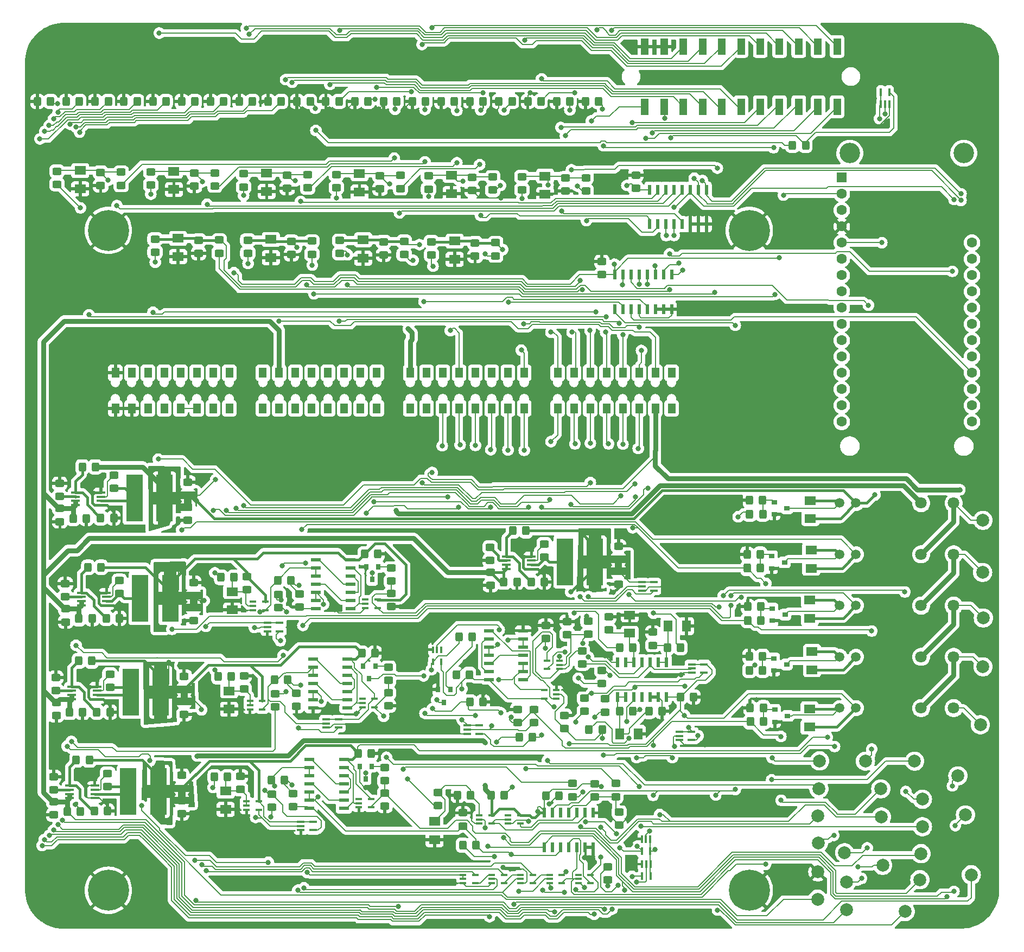
<source format=gtl>
G04 #@! TF.GenerationSoftware,KiCad,Pcbnew,8.0.2*
G04 #@! TF.CreationDate,2024-05-16T19:31:03+09:30*
G04 #@! TF.ProjectId,shutdownPCB,73687574-646f-4776-9e50-43422e6b6963,rev?*
G04 #@! TF.SameCoordinates,Original*
G04 #@! TF.FileFunction,Copper,L1,Top*
G04 #@! TF.FilePolarity,Positive*
%FSLAX46Y46*%
G04 Gerber Fmt 4.6, Leading zero omitted, Abs format (unit mm)*
G04 Created by KiCad (PCBNEW 8.0.2) date 2024-05-16 19:31:03*
%MOMM*%
%LPD*%
G01*
G04 APERTURE LIST*
G04 Aperture macros list*
%AMRoundRect*
0 Rectangle with rounded corners*
0 $1 Rounding radius*
0 $2 $3 $4 $5 $6 $7 $8 $9 X,Y pos of 4 corners*
0 Add a 4 corners polygon primitive as box body*
4,1,4,$2,$3,$4,$5,$6,$7,$8,$9,$2,$3,0*
0 Add four circle primitives for the rounded corners*
1,1,$1+$1,$2,$3*
1,1,$1+$1,$4,$5*
1,1,$1+$1,$6,$7*
1,1,$1+$1,$8,$9*
0 Add four rect primitives between the rounded corners*
20,1,$1+$1,$2,$3,$4,$5,0*
20,1,$1+$1,$4,$5,$6,$7,0*
20,1,$1+$1,$6,$7,$8,$9,0*
20,1,$1+$1,$8,$9,$2,$3,0*%
G04 Aperture macros list end*
G04 #@! TA.AperFunction,SMDPad,CuDef*
%ADD10RoundRect,0.250000X0.450000X-0.325000X0.450000X0.325000X-0.450000X0.325000X-0.450000X-0.325000X0*%
G04 #@! TD*
G04 #@! TA.AperFunction,SMDPad,CuDef*
%ADD11R,2.600000X7.300000*%
G04 #@! TD*
G04 #@! TA.AperFunction,SMDPad,CuDef*
%ADD12R,1.050000X0.400000*%
G04 #@! TD*
G04 #@! TA.AperFunction,SMDPad,CuDef*
%ADD13R,1.340000X1.800000*%
G04 #@! TD*
G04 #@! TA.AperFunction,SMDPad,CuDef*
%ADD14RoundRect,0.249550X0.450450X-0.325450X0.450450X0.325450X-0.450450X0.325450X-0.450450X-0.325450X0*%
G04 #@! TD*
G04 #@! TA.AperFunction,SMDPad,CuDef*
%ADD15C,2.000000*%
G04 #@! TD*
G04 #@! TA.AperFunction,SMDPad,CuDef*
%ADD16RoundRect,0.250000X-0.450000X0.325000X-0.450000X-0.325000X0.450000X-0.325000X0.450000X0.325000X0*%
G04 #@! TD*
G04 #@! TA.AperFunction,SMDPad,CuDef*
%ADD17R,1.800000X1.340000*%
G04 #@! TD*
G04 #@! TA.AperFunction,SMDPad,CuDef*
%ADD18R,1.550000X0.600000*%
G04 #@! TD*
G04 #@! TA.AperFunction,SMDPad,CuDef*
%ADD19R,1.200000X0.400000*%
G04 #@! TD*
G04 #@! TA.AperFunction,ComponentPad*
%ADD20C,1.500000*%
G04 #@! TD*
G04 #@! TA.AperFunction,ComponentPad*
%ADD21C,1.800000*%
G04 #@! TD*
G04 #@! TA.AperFunction,SMDPad,CuDef*
%ADD22RoundRect,0.250000X0.325000X0.450000X-0.325000X0.450000X-0.325000X-0.450000X0.325000X-0.450000X0*%
G04 #@! TD*
G04 #@! TA.AperFunction,SMDPad,CuDef*
%ADD23RoundRect,0.250000X-0.325000X-0.450000X0.325000X-0.450000X0.325000X0.450000X-0.325000X0.450000X0*%
G04 #@! TD*
G04 #@! TA.AperFunction,SMDPad,CuDef*
%ADD24R,0.900000X0.800000*%
G04 #@! TD*
G04 #@! TA.AperFunction,SMDPad,CuDef*
%ADD25R,0.400000X1.200000*%
G04 #@! TD*
G04 #@! TA.AperFunction,SMDPad,CuDef*
%ADD26RoundRect,0.249550X-0.450450X0.325450X-0.450450X-0.325450X0.450450X-0.325450X0.450450X0.325450X0*%
G04 #@! TD*
G04 #@! TA.AperFunction,SMDPad,CuDef*
%ADD27RoundRect,0.249550X0.325450X0.450450X-0.325450X0.450450X-0.325450X-0.450450X0.325450X-0.450450X0*%
G04 #@! TD*
G04 #@! TA.AperFunction,ComponentPad*
%ADD28C,0.800000*%
G04 #@! TD*
G04 #@! TA.AperFunction,ComponentPad*
%ADD29C,6.400000*%
G04 #@! TD*
G04 #@! TA.AperFunction,SMDPad,CuDef*
%ADD30RoundRect,0.249550X-0.325450X-0.450450X0.325450X-0.450450X0.325450X0.450450X-0.325450X0.450450X0*%
G04 #@! TD*
G04 #@! TA.AperFunction,SMDPad,CuDef*
%ADD31R,1.000000X0.400000*%
G04 #@! TD*
G04 #@! TA.AperFunction,WasherPad*
%ADD32C,3.200000*%
G04 #@! TD*
G04 #@! TA.AperFunction,ComponentPad*
%ADD33R,1.600000X1.600000*%
G04 #@! TD*
G04 #@! TA.AperFunction,ComponentPad*
%ADD34C,1.600000*%
G04 #@! TD*
G04 #@! TA.AperFunction,SMDPad,CuDef*
%ADD35R,0.800000X0.900000*%
G04 #@! TD*
G04 #@! TA.AperFunction,SMDPad,CuDef*
%ADD36R,0.600000X1.550000*%
G04 #@! TD*
G04 #@! TA.AperFunction,SMDPad,CuDef*
%ADD37R,1.350000X0.450000*%
G04 #@! TD*
G04 #@! TA.AperFunction,SMDPad,CuDef*
%ADD38R,1.270000X1.560000*%
G04 #@! TD*
G04 #@! TA.AperFunction,SMDPad,CuDef*
%ADD39R,1.270000X2.540000*%
G04 #@! TD*
G04 #@! TA.AperFunction,SMDPad,CuDef*
%ADD40R,0.400000X1.050000*%
G04 #@! TD*
G04 #@! TA.AperFunction,ViaPad*
%ADD41C,0.800000*%
G04 #@! TD*
G04 #@! TA.AperFunction,Conductor*
%ADD42C,0.200000*%
G04 #@! TD*
G04 #@! TA.AperFunction,Conductor*
%ADD43C,0.800000*%
G04 #@! TD*
G04 #@! TA.AperFunction,Conductor*
%ADD44C,0.400000*%
G04 #@! TD*
G04 #@! TA.AperFunction,Conductor*
%ADD45C,0.250000*%
G04 #@! TD*
G04 APERTURE END LIST*
D10*
X71859800Y-167445800D03*
X71859800Y-165395800D03*
D11*
X149796000Y-162001200D03*
X154496000Y-162001200D03*
D12*
X140941400Y-201526400D03*
X140941400Y-202176400D03*
X140941400Y-202826400D03*
X142841400Y-202826400D03*
X142841400Y-201526400D03*
D11*
X82042000Y-182321200D03*
X86742000Y-182321200D03*
D13*
X165905200Y-171999800D03*
X168765200Y-171999800D03*
D14*
X149707600Y-188010800D03*
D10*
X149707600Y-185960800D03*
D15*
X189230000Y-214630000D03*
D16*
X78817200Y-179518200D03*
X78817200Y-181568200D03*
D15*
X189280800Y-201625200D03*
D16*
X70068400Y-199413800D03*
X70068400Y-201463800D03*
D10*
X90399600Y-181873000D03*
X90399600Y-179823000D03*
D16*
X156486200Y-209584200D03*
X156486200Y-211634200D03*
X152857200Y-183268400D03*
X152857200Y-185318400D03*
X100330000Y-111758600D03*
X100330000Y-113808600D03*
D17*
X188112400Y-155252400D03*
X188112400Y-152392400D03*
D18*
X109923600Y-192836800D03*
X109923600Y-194106800D03*
X109923600Y-195376800D03*
X109923600Y-196646800D03*
X109923600Y-197916800D03*
X109923600Y-199186800D03*
X109923600Y-200456800D03*
X115323600Y-200456800D03*
X115323600Y-199186800D03*
X115323600Y-197916800D03*
X115323600Y-196646800D03*
X115323600Y-195376800D03*
X115323600Y-194106800D03*
X115323600Y-192836800D03*
D10*
X99196400Y-197476200D03*
X99196400Y-195426200D03*
D12*
X100126000Y-199357200D03*
X100126000Y-200007200D03*
X100126000Y-200657200D03*
X102026000Y-200657200D03*
X102026000Y-199357200D03*
D17*
X188214000Y-162981600D03*
X188214000Y-160121600D03*
D19*
X103393200Y-171511200D03*
X103393200Y-172161200D03*
X103393200Y-172811200D03*
X105293200Y-172811200D03*
X105293200Y-171511200D03*
D20*
X192684400Y-168806400D03*
X195224400Y-168806400D03*
D21*
X205384400Y-168806400D03*
X210464400Y-168806400D03*
D15*
X193751200Y-211937600D03*
D16*
X85191600Y-101101800D03*
X85191600Y-103151800D03*
X128524000Y-101753200D03*
X128524000Y-103803200D03*
D22*
X180760700Y-184744400D03*
X178710700Y-184744400D03*
D17*
X74168000Y-100907600D03*
X74168000Y-103767600D03*
D15*
X205587600Y-199034400D03*
D10*
X150999800Y-198629400D03*
X150999800Y-196579400D03*
D16*
X158153600Y-163423600D03*
X158153600Y-165473600D03*
D23*
X108008600Y-90116400D03*
X110058600Y-90116400D03*
D15*
X193446400Y-207365600D03*
D23*
X135008600Y-90116400D03*
X137058600Y-90116400D03*
D12*
X136441400Y-201526400D03*
X136441400Y-202176400D03*
X136441400Y-202826400D03*
X138341400Y-202826400D03*
X138341400Y-201526400D03*
D24*
X182422800Y-177038000D03*
X182422800Y-178938000D03*
X184422800Y-177988000D03*
D23*
X138281800Y-198366400D03*
X140331800Y-198366400D03*
D22*
X180289200Y-162966400D03*
X178239200Y-162966400D03*
D10*
X70384400Y-182076200D03*
X70384400Y-180026200D03*
D18*
X110482400Y-177190400D03*
X110482400Y-178460400D03*
X110482400Y-179730400D03*
X110482400Y-181000400D03*
X110482400Y-182270400D03*
X110482400Y-183540400D03*
X110482400Y-184810400D03*
X115882400Y-184810400D03*
X115882400Y-183540400D03*
X115882400Y-182270400D03*
X115882400Y-181000400D03*
X115882400Y-179730400D03*
X115882400Y-178460400D03*
X115882400Y-177190400D03*
D16*
X70435200Y-183937800D03*
X70435200Y-185987800D03*
D25*
X199095600Y-90561200D03*
X199745600Y-90561200D03*
X200395600Y-90561200D03*
X200395600Y-88661200D03*
X199095600Y-88661200D03*
D18*
X143314400Y-180331000D03*
X143314400Y-179061000D03*
X143314400Y-177791000D03*
X143314400Y-176521000D03*
X143314400Y-175251000D03*
X143314400Y-173981000D03*
X143314400Y-172711000D03*
X137914400Y-172711000D03*
X137914400Y-173981000D03*
X137914400Y-175251000D03*
X137914400Y-176521000D03*
X137914400Y-177791000D03*
X137914400Y-179061000D03*
X137914400Y-180331000D03*
D23*
X72142200Y-200946800D03*
X74192200Y-200946800D03*
D22*
X75605600Y-192920400D03*
X73555600Y-192920400D03*
D11*
X83517400Y-167690800D03*
X88217400Y-167690800D03*
D15*
X189382400Y-205841600D03*
D23*
X148508600Y-90116400D03*
X150558600Y-90116400D03*
D26*
X108391200Y-166970600D03*
D16*
X108391200Y-169020600D03*
D27*
X135108400Y-198417200D03*
D22*
X133058400Y-198417200D03*
D26*
X142443200Y-185037400D03*
D16*
X142443200Y-187087400D03*
D26*
X77368400Y-101211000D03*
D16*
X77368400Y-103261000D03*
X152501600Y-175851600D03*
X152501600Y-177901600D03*
D23*
X85508600Y-90116400D03*
X87558600Y-90116400D03*
D22*
X144729200Y-189331600D03*
X142679200Y-189331600D03*
D12*
X133895400Y-210822800D03*
X133895400Y-211472800D03*
X133895400Y-212122800D03*
X135795400Y-212122800D03*
X135795400Y-210822800D03*
X142895400Y-210822800D03*
X142895400Y-211472800D03*
X142895400Y-212122800D03*
X144795400Y-212122800D03*
X144795400Y-210822800D03*
D28*
X76166944Y-213237744D03*
X76869888Y-211540688D03*
X76869888Y-214934800D03*
X78566944Y-210837744D03*
D29*
X78566944Y-213237744D03*
D28*
X78566944Y-215637744D03*
X80264000Y-211540688D03*
X80264000Y-214934800D03*
X80966944Y-213237744D03*
D22*
X97732200Y-179890400D03*
X95682200Y-179890400D03*
D16*
X78450400Y-194994200D03*
X78450400Y-197044200D03*
D20*
X192684400Y-184806400D03*
X195224400Y-184806400D03*
D21*
X205384400Y-184806400D03*
X210464400Y-184806400D03*
D23*
X72008600Y-90116400D03*
X74058600Y-90116400D03*
D30*
X118558200Y-160731200D03*
D23*
X120608200Y-160731200D03*
D15*
X205587600Y-203301600D03*
D22*
X106012600Y-196037200D03*
X103962600Y-196037200D03*
D31*
X101092000Y-168216800D03*
X101092000Y-168866800D03*
X101092000Y-169516800D03*
X103092000Y-169516800D03*
X103092000Y-168216800D03*
D28*
X176166944Y-110237744D03*
X176869888Y-108540688D03*
X176869888Y-111934800D03*
X178566944Y-107837744D03*
D29*
X178566944Y-110237744D03*
D28*
X178566944Y-112637744D03*
X180264000Y-108540688D03*
X180264000Y-111934800D03*
X180966944Y-110237744D03*
D12*
X100684800Y-183710800D03*
X100684800Y-184360800D03*
X100684800Y-185010800D03*
X102584800Y-185010800D03*
X102584800Y-183710800D03*
D15*
X189433200Y-197358000D03*
X205384400Y-207518000D03*
D23*
X153008600Y-90116400D03*
X155058600Y-90116400D03*
X144008600Y-90116400D03*
X146058600Y-90116400D03*
D17*
X88798400Y-101001600D03*
X88798400Y-103861600D03*
D23*
X130508600Y-90116400D03*
X132558600Y-90116400D03*
D16*
X146571200Y-159198200D03*
X146571200Y-161248200D03*
D22*
X180769700Y-186928800D03*
X178719700Y-186928800D03*
X180646800Y-178902400D03*
X178596800Y-178902400D03*
D16*
X124155200Y-101660600D03*
X124155200Y-103710600D03*
D15*
X199186800Y-201777600D03*
D23*
X76409400Y-200896000D03*
X78459400Y-200896000D03*
X162906600Y-185309400D03*
X164956600Y-185309400D03*
X94508600Y-90116400D03*
X96558600Y-90116400D03*
D32*
X194259200Y-98196400D03*
X212039200Y-98196400D03*
D33*
X192989200Y-102006400D03*
D34*
X192989200Y-104546400D03*
X192989200Y-107086400D03*
X192989200Y-109626400D03*
X192989200Y-112166400D03*
X192989200Y-114706400D03*
X192989200Y-117246400D03*
X192989200Y-119786400D03*
X192989200Y-122326400D03*
X192989200Y-124866400D03*
X192989200Y-127406400D03*
X192989200Y-129946400D03*
X192989200Y-132486400D03*
X192989200Y-135026400D03*
X192989200Y-137566400D03*
X192989200Y-140106400D03*
X213309200Y-140106400D03*
X213309200Y-137566400D03*
X213309200Y-135026400D03*
X213309200Y-132486400D03*
X213309200Y-129946400D03*
X213309200Y-127406400D03*
X213309200Y-124866400D03*
X213309200Y-122326400D03*
X213309200Y-119786400D03*
X213309200Y-117246400D03*
X213309200Y-114706400D03*
X213309200Y-112166400D03*
D35*
X131912400Y-181921800D03*
X130012400Y-181921800D03*
X130962400Y-183921800D03*
D10*
X99755200Y-181829800D03*
X99755200Y-179779800D03*
D15*
X199390000Y-209346800D03*
D24*
X182447800Y-152669200D03*
X182447800Y-154569200D03*
X184447800Y-153619200D03*
D20*
X192684400Y-176806400D03*
X195224400Y-176806400D03*
D21*
X205384400Y-176806400D03*
X210464400Y-176806400D03*
D16*
X138988800Y-112165000D03*
X138988800Y-114215000D03*
D26*
X135788400Y-112215800D03*
D16*
X135788400Y-114265800D03*
D22*
X180637800Y-176718000D03*
X178587800Y-176718000D03*
D36*
X165658800Y-177674200D03*
X164388800Y-177674200D03*
X163118800Y-177674200D03*
X161848800Y-177674200D03*
X160578800Y-177674200D03*
X159308800Y-177674200D03*
X158038800Y-177674200D03*
X158038800Y-183074200D03*
X159308800Y-183074200D03*
X160578800Y-183074200D03*
X161848800Y-183074200D03*
X163118800Y-183074200D03*
X164388800Y-183074200D03*
X165658800Y-183074200D03*
D17*
X146710400Y-101763600D03*
X146710400Y-104623600D03*
D16*
X85852000Y-111589600D03*
X85852000Y-113639600D03*
X122732800Y-162948400D03*
X122732800Y-164998400D03*
D17*
X129460600Y-202473600D03*
X129460600Y-205333600D03*
X132588000Y-111912400D03*
X132588000Y-114772400D03*
D16*
X70561200Y-101007800D03*
X70561200Y-103057800D03*
D20*
X192684400Y-160806400D03*
X195224400Y-160806400D03*
D21*
X205384400Y-160806400D03*
X210464400Y-160806400D03*
D16*
X129968600Y-197951000D03*
X129968600Y-200001000D03*
D17*
X89458800Y-111489400D03*
X89458800Y-114349400D03*
D16*
X95859600Y-111742000D03*
X95859600Y-113792000D03*
D20*
X192684400Y-152806400D03*
X195224400Y-152806400D03*
D21*
X205384400Y-152806400D03*
X210464400Y-152806400D03*
D23*
X73984400Y-170840400D03*
X76034400Y-170840400D03*
D16*
X121716800Y-198060200D03*
X121716800Y-200110200D03*
D10*
X156667200Y-172618400D03*
X156667200Y-170568400D03*
D12*
X148488400Y-183307400D03*
X148488400Y-182657400D03*
X148488400Y-182007400D03*
X146588400Y-182007400D03*
X146588400Y-183307400D03*
D23*
X67508600Y-90116400D03*
X69558600Y-90116400D03*
D10*
X70967600Y-151790400D03*
X70967600Y-149740400D03*
D19*
X112572800Y-186558400D03*
X112572800Y-187208400D03*
X112572800Y-187858400D03*
X114472800Y-187858400D03*
X114472800Y-186558400D03*
D35*
X120685600Y-162744400D03*
X118785600Y-162744400D03*
X119735600Y-164744400D03*
D37*
X74349000Y-166807600D03*
X74349000Y-167457600D03*
X74349000Y-168107600D03*
X74349000Y-168757600D03*
X78299000Y-168757600D03*
X78299000Y-168107600D03*
X78299000Y-167457600D03*
X78299000Y-166807600D03*
D26*
X92659200Y-111792800D03*
D16*
X92659200Y-113842800D03*
D15*
X204368400Y-193090800D03*
D26*
X91998800Y-101305000D03*
D16*
X91998800Y-103355000D03*
D38*
X148676944Y-138017744D03*
X148676944Y-132457744D03*
X151216944Y-138017744D03*
X151216944Y-132457744D03*
X153756944Y-138017744D03*
X153756944Y-132457744D03*
X156296944Y-138017744D03*
X156296944Y-132457744D03*
X158836944Y-138017744D03*
X158836944Y-132457744D03*
X161376944Y-138017744D03*
X161376944Y-132457744D03*
X163916944Y-138017744D03*
X163916944Y-132457744D03*
X166456944Y-138017744D03*
X166456944Y-132457744D03*
D22*
X180280200Y-160782000D03*
X178230200Y-160782000D03*
D36*
X157556200Y-122537200D03*
X158826200Y-122537200D03*
X160096200Y-122537200D03*
X161366200Y-122537200D03*
X162636200Y-122537200D03*
X163906200Y-122537200D03*
X165176200Y-122537200D03*
X166446200Y-122537200D03*
X166446200Y-117137200D03*
X165176200Y-117137200D03*
X163906200Y-117137200D03*
X162636200Y-117137200D03*
X161366200Y-117137200D03*
X160096200Y-117137200D03*
X158826200Y-117137200D03*
X157556200Y-117137200D03*
D15*
X214985600Y-163626800D03*
D16*
X90399600Y-183743600D03*
X90399600Y-185793600D03*
X138138400Y-159706200D03*
X138138400Y-161756200D03*
X156057600Y-183370000D03*
X156057600Y-185420000D03*
D22*
X75972400Y-177444400D03*
X73922400Y-177444400D03*
X187359400Y-96977200D03*
X185309400Y-96977200D03*
D26*
X106476800Y-101618800D03*
D16*
X106476800Y-103668800D03*
X122275600Y-178442400D03*
X122275600Y-180492400D03*
D14*
X155575000Y-117161400D03*
D10*
X155575000Y-115111400D03*
D30*
X118101000Y-176225200D03*
D23*
X120151000Y-176225200D03*
D38*
X102676944Y-138017744D03*
X102676944Y-132457744D03*
X105216944Y-138017744D03*
X105216944Y-132457744D03*
X107756944Y-138017744D03*
X107756944Y-132457744D03*
X110296944Y-138017744D03*
X110296944Y-132457744D03*
X112836944Y-138017744D03*
X112836944Y-132457744D03*
X115376944Y-138017744D03*
X115376944Y-132457744D03*
X117916944Y-138017744D03*
X117916944Y-132457744D03*
X120456944Y-138017744D03*
X120456944Y-132457744D03*
D10*
X158153600Y-161553000D03*
X158153600Y-159503000D03*
D16*
X90032800Y-199219600D03*
X90032800Y-201269600D03*
D23*
X165802200Y-175352600D03*
X167852200Y-175352600D03*
D15*
X213207600Y-210820000D03*
D23*
X99008600Y-90116400D03*
X101058600Y-90116400D03*
D10*
X90982800Y-151587200D03*
X90982800Y-149537200D03*
X91875000Y-167242600D03*
X91875000Y-165192600D03*
D23*
X139508600Y-90116400D03*
X141558600Y-90116400D03*
D16*
X104632000Y-182557200D03*
X104632000Y-184607200D03*
D36*
X163017200Y-109286000D03*
X164287200Y-109286000D03*
X165557200Y-109286000D03*
X166827200Y-109286000D03*
X168097200Y-109286000D03*
X169367200Y-109286000D03*
X170637200Y-109286000D03*
X171907200Y-109286000D03*
X171907200Y-103886000D03*
X170637200Y-103886000D03*
X169367200Y-103886000D03*
X168097200Y-103886000D03*
X166827200Y-103886000D03*
X165557200Y-103886000D03*
X164287200Y-103886000D03*
X163017200Y-103886000D03*
D10*
X163525200Y-175006000D03*
X163525200Y-172956000D03*
D19*
X108610400Y-202560400D03*
X108610400Y-203210400D03*
X108610400Y-203860400D03*
X110510400Y-203860400D03*
X110510400Y-202560400D03*
D10*
X157756200Y-198629400D03*
X157756200Y-196579400D03*
D30*
X167834200Y-183074200D03*
D23*
X169884200Y-183074200D03*
X134966600Y-183836200D03*
X137016600Y-183836200D03*
D19*
X169585600Y-177973200D03*
X169585600Y-178623200D03*
X169585600Y-179273200D03*
X171485600Y-179273200D03*
X171485600Y-177973200D03*
D14*
X160883600Y-103656200D03*
D10*
X160883600Y-101606200D03*
D15*
X196697600Y-193090800D03*
D22*
X180662800Y-152349200D03*
X178612800Y-152349200D03*
D23*
X144530200Y-165100000D03*
X146580200Y-165100000D03*
D16*
X71910600Y-169307400D03*
X71910600Y-171357400D03*
D26*
X107137200Y-111961800D03*
D16*
X107137200Y-114011800D03*
D17*
X96859600Y-197764400D03*
X96859600Y-200624400D03*
D26*
X158264200Y-201049800D03*
D16*
X158264200Y-203099800D03*
D35*
X120228400Y-178238400D03*
X118328400Y-178238400D03*
X119278400Y-180238400D03*
D16*
X138189200Y-163617800D03*
X138189200Y-165667800D03*
D12*
X138395400Y-210822800D03*
X138395400Y-211472800D03*
X138395400Y-212122800D03*
X140295400Y-212122800D03*
X140295400Y-210822800D03*
D22*
X180671800Y-154533600D03*
X178621800Y-154533600D03*
D36*
X146580200Y-206552800D03*
X147850200Y-206552800D03*
X149120200Y-206552800D03*
X150390200Y-206552800D03*
X151660200Y-206552800D03*
X152930200Y-206552800D03*
X154200200Y-206552800D03*
X154200200Y-201152800D03*
X152930200Y-201152800D03*
X151660200Y-201152800D03*
X150390200Y-201152800D03*
X149120200Y-201152800D03*
X147850200Y-201152800D03*
X146580200Y-201152800D03*
D23*
X117008600Y-90116400D03*
X119058600Y-90116400D03*
D30*
X117542200Y-191871600D03*
D23*
X119592200Y-191871600D03*
D16*
X122275600Y-182413800D03*
X122275600Y-184463800D03*
D26*
X121513600Y-112012600D03*
D16*
X121513600Y-114062600D03*
D19*
X134533600Y-187513200D03*
X134533600Y-188163200D03*
X134533600Y-188813200D03*
X136433600Y-188813200D03*
X136433600Y-187513200D03*
D22*
X180383800Y-168945600D03*
X178333800Y-168945600D03*
D17*
X187960000Y-187772000D03*
X187960000Y-184912000D03*
D15*
X199085200Y-197408800D03*
D22*
X76555600Y-147158600D03*
X74505600Y-147158600D03*
D16*
X95199200Y-101254200D03*
X95199200Y-103304200D03*
D22*
X180392800Y-171130000D03*
X178342800Y-171130000D03*
D16*
X104073200Y-198203600D03*
X104073200Y-200253600D03*
D30*
X146825200Y-198468000D03*
D23*
X148875200Y-198468000D03*
X77359400Y-155134200D03*
X79409400Y-155134200D03*
D17*
X103276400Y-101315400D03*
X103276400Y-104175400D03*
D10*
X90032800Y-197349000D03*
X90032800Y-195299000D03*
D17*
X188366400Y-178816000D03*
X188366400Y-175956000D03*
D15*
X214630000Y-187401200D03*
D37*
X73456800Y-151152200D03*
X73456800Y-151802200D03*
X73456800Y-152452200D03*
X73456800Y-153102200D03*
X77406800Y-153102200D03*
X77406800Y-152452200D03*
X77406800Y-151802200D03*
X77406800Y-151152200D03*
D17*
X117754400Y-101408000D03*
X117754400Y-104268000D03*
D16*
X110337600Y-111911000D03*
X110337600Y-113961000D03*
D15*
X211124800Y-195376800D03*
D37*
X72873600Y-181438000D03*
X72873600Y-182088000D03*
X72873600Y-182738000D03*
X72873600Y-183388000D03*
X76823600Y-183388000D03*
X76823600Y-182738000D03*
X76823600Y-182088000D03*
X76823600Y-181438000D03*
D16*
X109677200Y-101568000D03*
X109677200Y-103618000D03*
D38*
X79676944Y-138017744D03*
X79676944Y-132457744D03*
X82216944Y-138017744D03*
X82216944Y-132457744D03*
X84756944Y-138017744D03*
X84756944Y-132457744D03*
X87296944Y-138017744D03*
X87296944Y-132457744D03*
X89836944Y-138017744D03*
X89836944Y-132457744D03*
X92376944Y-138017744D03*
X92376944Y-132457744D03*
X94916944Y-138017744D03*
X94916944Y-132457744D03*
X97456944Y-138017744D03*
X97456944Y-132457744D03*
D26*
X107375200Y-198111000D03*
D16*
X107375200Y-200161000D03*
D23*
X81008600Y-90116400D03*
X83058600Y-90116400D03*
D11*
X81675200Y-197797200D03*
X86375200Y-197797200D03*
D22*
X143726400Y-157124400D03*
X141676400Y-157124400D03*
D16*
X80292600Y-164887800D03*
X80292600Y-166937800D03*
D12*
X147395400Y-210822800D03*
X147395400Y-211472800D03*
X147395400Y-212122800D03*
X149295400Y-212122800D03*
X149295400Y-210822800D03*
D15*
X215036400Y-178358800D03*
D16*
X71018400Y-153652000D03*
X71018400Y-155702000D03*
D25*
X163108400Y-205247200D03*
X162458400Y-205247200D03*
X161808400Y-205247200D03*
X161808400Y-207147200D03*
X163108400Y-207147200D03*
D17*
X118313200Y-111709200D03*
X118313200Y-114569200D03*
X97875600Y-166624000D03*
X97875600Y-169484000D03*
D19*
X167670400Y-188488800D03*
X167670400Y-189138800D03*
X167670400Y-189788800D03*
X169570400Y-189788800D03*
X169570400Y-188488800D03*
D23*
X90008600Y-90116400D03*
X92058600Y-90116400D03*
D35*
X119669600Y-193884800D03*
X117769600Y-193884800D03*
X118719600Y-195884800D03*
D16*
X144983200Y-185037400D03*
X144983200Y-187087400D03*
D26*
X120954800Y-101711400D03*
D16*
X120954800Y-103761400D03*
D37*
X72506800Y-196914000D03*
X72506800Y-197564000D03*
X72506800Y-198214000D03*
X72506800Y-198864000D03*
X76456800Y-198864000D03*
X76456800Y-198214000D03*
X76456800Y-197564000D03*
X76456800Y-196914000D03*
D23*
X158334600Y-185309400D03*
X160384600Y-185309400D03*
D17*
X132130800Y-101653000D03*
X132130800Y-104513000D03*
D16*
X80568800Y-101160200D03*
X80568800Y-103210200D03*
D25*
X163159200Y-209158800D03*
X162509200Y-209158800D03*
X161859200Y-209158800D03*
X161859200Y-211058800D03*
X163159200Y-211058800D03*
D17*
X97418400Y-182118000D03*
X97418400Y-184978000D03*
D16*
X124714000Y-111961800D03*
X124714000Y-114011800D03*
D38*
X125676944Y-138017744D03*
X125676944Y-132457744D03*
X128216944Y-138017744D03*
X128216944Y-132457744D03*
X130756944Y-138017744D03*
X130756944Y-132457744D03*
X133296944Y-138017744D03*
X133296944Y-132457744D03*
X135836944Y-138017744D03*
X135836944Y-132457744D03*
X138376944Y-138017744D03*
X138376944Y-132457744D03*
X140916944Y-138017744D03*
X140916944Y-132457744D03*
X143456944Y-138017744D03*
X143456944Y-132457744D03*
D16*
X91875000Y-169113200D03*
X91875000Y-171163200D03*
D23*
X78251600Y-170789600D03*
X80301600Y-170789600D03*
D22*
X135921200Y-206189600D03*
X133871200Y-206189600D03*
D15*
X205181200Y-211582000D03*
D22*
X98189400Y-164396400D03*
X96139400Y-164396400D03*
D12*
X151895400Y-210822800D03*
X151895400Y-211472800D03*
X151895400Y-212122800D03*
X153795400Y-212122800D03*
X153795400Y-210822800D03*
D13*
X158386800Y-188814600D03*
X161246800Y-188814600D03*
D16*
X138531600Y-101905600D03*
X138531600Y-103955600D03*
D23*
X126008600Y-90116400D03*
X128058600Y-90116400D03*
D18*
X110939600Y-161696400D03*
X110939600Y-162966400D03*
X110939600Y-164236400D03*
X110939600Y-165506400D03*
X110939600Y-166776400D03*
X110939600Y-168046400D03*
X110939600Y-169316400D03*
X116339600Y-169316400D03*
X116339600Y-168046400D03*
X116339600Y-166776400D03*
X116339600Y-165506400D03*
X116339600Y-164236400D03*
X116339600Y-162966400D03*
X116339600Y-161696400D03*
D11*
X82625200Y-152035400D03*
X87325200Y-152035400D03*
D24*
X182545700Y-185064400D03*
X182545700Y-186964400D03*
X184545700Y-186014400D03*
D17*
X159918400Y-173125000D03*
X159918400Y-170265000D03*
D23*
X72509000Y-185470800D03*
X74559000Y-185470800D03*
D19*
X161813200Y-165161200D03*
X161813200Y-165811200D03*
X161813200Y-166461200D03*
X163713200Y-166461200D03*
X163713200Y-165161200D03*
D16*
X122732800Y-166919800D03*
X122732800Y-168969800D03*
D23*
X76508600Y-90116400D03*
X78558600Y-90116400D03*
D15*
X202895200Y-216560400D03*
D16*
X114147600Y-101508200D03*
X114147600Y-103558200D03*
X121716800Y-194088800D03*
X121716800Y-196138800D03*
D14*
X150164800Y-173329600D03*
D10*
X150164800Y-171279600D03*
D15*
X189280800Y-210362800D03*
X215036400Y-155498800D03*
D24*
X182065200Y-161102000D03*
X182065200Y-163002000D03*
X184065200Y-162052000D03*
D16*
X105089200Y-167063200D03*
X105089200Y-169113200D03*
D22*
X135340200Y-173676200D03*
X133290200Y-173676200D03*
D17*
X188010800Y-170789600D03*
X188010800Y-167929600D03*
D26*
X149910800Y-102067000D03*
D16*
X149910800Y-104117000D03*
D12*
X117668000Y-198994000D03*
X117668000Y-199644000D03*
X117668000Y-200294000D03*
X119568000Y-200294000D03*
X119568000Y-198994000D03*
D17*
X103936800Y-111658400D03*
X103936800Y-114518400D03*
D23*
X76776200Y-185420000D03*
X78826200Y-185420000D03*
D16*
X154454200Y-196630200D03*
X154454200Y-198680200D03*
X128981200Y-112012600D03*
X128981200Y-114062600D03*
D23*
X112508600Y-90116400D03*
X114558600Y-90116400D03*
D22*
X97173400Y-195536800D03*
X95123400Y-195536800D03*
D10*
X155600400Y-181000400D03*
X155600400Y-178950400D03*
D16*
X79451200Y-148470400D03*
X79451200Y-150520400D03*
X153111200Y-102016200D03*
X153111200Y-104066200D03*
D14*
X133880200Y-203201400D03*
D10*
X133880200Y-201151400D03*
D24*
X182168800Y-169265600D03*
X182168800Y-171165600D03*
X184168800Y-170215600D03*
D22*
X106571400Y-180390800D03*
X104521400Y-180390800D03*
D15*
X193751200Y-216255600D03*
D28*
X176166944Y-213237744D03*
X176869888Y-211540688D03*
X176869888Y-214934800D03*
X178566944Y-210837744D03*
D29*
X178566944Y-213237744D03*
D28*
X178566944Y-215637744D03*
X180264000Y-211540688D03*
X180264000Y-214934800D03*
X180966944Y-213237744D03*
D26*
X107934000Y-182464600D03*
D16*
X107934000Y-184514600D03*
D12*
X148930400Y-178695000D03*
X148930400Y-178045000D03*
X148930400Y-177395000D03*
X147030400Y-177395000D03*
X147030400Y-178695000D03*
D15*
X215087200Y-170738800D03*
D23*
X73092200Y-155185000D03*
X75142200Y-155185000D03*
D37*
X140627600Y-161118000D03*
X140627600Y-161768000D03*
X140627600Y-162418000D03*
X140627600Y-163068000D03*
X144577600Y-163068000D03*
X144577600Y-162418000D03*
X144577600Y-161768000D03*
X144577600Y-161118000D03*
D22*
X160384600Y-175352600D03*
X158334600Y-175352600D03*
D10*
X70017600Y-197552200D03*
X70017600Y-195502200D03*
D15*
X212293200Y-201472800D03*
D16*
X143103600Y-101863800D03*
X143103600Y-103913800D03*
D22*
X155609400Y-188154200D03*
X153559400Y-188154200D03*
D23*
X140263000Y-165150800D03*
X142313000Y-165150800D03*
D22*
X77447800Y-162814000D03*
X75397800Y-162814000D03*
D28*
X76166944Y-110237744D03*
X76869888Y-108540688D03*
X76869888Y-111934800D03*
X78566944Y-107837744D03*
D29*
X78566944Y-110237744D03*
D28*
X78566944Y-112637744D03*
X80264000Y-108540688D03*
X80264000Y-111934800D03*
X80966944Y-110237744D03*
D26*
X135331200Y-101956400D03*
D16*
X135331200Y-104006400D03*
D39*
X192283600Y-90934000D03*
X189283600Y-90934000D03*
X186283600Y-90934000D03*
X183283600Y-90934000D03*
X180283600Y-90934000D03*
X177283600Y-90934000D03*
X174283600Y-90934000D03*
X171283600Y-90934000D03*
X168283600Y-90934000D03*
X165283600Y-90934000D03*
X162283600Y-90934000D03*
X192283600Y-81534000D03*
X189283600Y-81534000D03*
X186283600Y-81534000D03*
X183283600Y-81534000D03*
X180283600Y-81534000D03*
X177283600Y-81534000D03*
X174283600Y-81534000D03*
X171283600Y-81534000D03*
X168283600Y-81534000D03*
X165283600Y-81534000D03*
X162283600Y-81534000D03*
D14*
X146812000Y-173939200D03*
D10*
X146812000Y-171889200D03*
X153416000Y-173278800D03*
X153416000Y-171228800D03*
D23*
X103508600Y-90116400D03*
X105558600Y-90116400D03*
D15*
X189534800Y-193040000D03*
D40*
X130494800Y-175672600D03*
X129844800Y-175672600D03*
X129194800Y-175672600D03*
X129194800Y-177572600D03*
X130494800Y-177572600D03*
D22*
X107028600Y-164896800D03*
X104978600Y-164896800D03*
D12*
X118684000Y-167853600D03*
X118684000Y-168503600D03*
X118684000Y-169153600D03*
X120584000Y-169153600D03*
X120584000Y-167853600D03*
D16*
X100212400Y-164285800D03*
X100212400Y-166335800D03*
X114706400Y-111809400D03*
X114706400Y-113859400D03*
D23*
X121508600Y-90116400D03*
X123558600Y-90116400D03*
D27*
X134883000Y-179569000D03*
D22*
X132833000Y-179569000D03*
D12*
X118226800Y-183347600D03*
X118226800Y-183997600D03*
X118226800Y-184647600D03*
X120126800Y-184647600D03*
X120126800Y-183347600D03*
D16*
X90982800Y-153457800D03*
X90982800Y-155507800D03*
X99669600Y-101415600D03*
X99669600Y-103465600D03*
D41*
X155408875Y-203395497D03*
X92303600Y-152400000D03*
X149695900Y-213563200D03*
X145592800Y-200914000D03*
X92428600Y-192278000D03*
X137363200Y-190195200D03*
X183896000Y-104749600D03*
X157530800Y-115519200D03*
X198882000Y-92811600D03*
X164592000Y-201422000D03*
X155448000Y-197013600D03*
X151497622Y-213144778D03*
X163880800Y-206857600D03*
X98145600Y-116840000D03*
X198170800Y-151536400D03*
X95300800Y-149148800D03*
X137363200Y-196900800D03*
X146304000Y-213207600D03*
X155408875Y-208026000D03*
X183274700Y-114503200D03*
X159461200Y-103225600D03*
X93472000Y-164642800D03*
X127050800Y-188061600D03*
X148944034Y-176734564D03*
X106781600Y-168402000D03*
X121818400Y-201980800D03*
X156057600Y-176631600D03*
X117449600Y-207010000D03*
X170738800Y-193802000D03*
X153111200Y-112217200D03*
X113030000Y-91338900D03*
X117195600Y-185674000D03*
X184810400Y-168046400D03*
X121056400Y-165100000D03*
X140160722Y-209698878D03*
X89611200Y-155549600D03*
X113944400Y-169468800D03*
X89712800Y-178206400D03*
X179222400Y-159461200D03*
X106730800Y-116738400D03*
X115824000Y-91287600D03*
X120751600Y-91338900D03*
X124866400Y-91135200D03*
X127406400Y-165201600D03*
X75692000Y-160731200D03*
X120802400Y-116332000D03*
X90017600Y-193700400D03*
X139852400Y-105156500D03*
X144830800Y-103835200D03*
X131419600Y-212140800D03*
X134213600Y-177596800D03*
X131064000Y-187706000D03*
X160121600Y-112420400D03*
X172313600Y-122377200D03*
X76708000Y-105613200D03*
X95554800Y-204520800D03*
X179679600Y-183540400D03*
X164134800Y-187299600D03*
X73406000Y-199847200D03*
X134620000Y-91592400D03*
X121005600Y-191566800D03*
X75590400Y-150672800D03*
X164457200Y-194056000D03*
X113233200Y-203200000D03*
X111760000Y-104546400D03*
X78587600Y-164338000D03*
X85293200Y-174904400D03*
X149047200Y-148488400D03*
X90474800Y-171196000D03*
X160477200Y-201066400D03*
X152818100Y-208127600D03*
X96215200Y-105206800D03*
X169570400Y-122529600D03*
X171653200Y-190550800D03*
X183997600Y-187858400D03*
X132689600Y-188417200D03*
X130200400Y-104698800D03*
X118744222Y-197180978D03*
X89916000Y-202946000D03*
X144373600Y-88798400D03*
X93116400Y-148945600D03*
X197104000Y-93776800D03*
X158343600Y-171602400D03*
X81991200Y-105206800D03*
X144119600Y-202488800D03*
X119583200Y-104851200D03*
X152908000Y-91897200D03*
X108813600Y-91287600D03*
X152857200Y-212787992D03*
X116535200Y-187706000D03*
X100482400Y-188468000D03*
X183489600Y-171500800D03*
X132130800Y-200507600D03*
X135280400Y-200202800D03*
X95859600Y-168503600D03*
X163830000Y-81534000D03*
X130657600Y-91744800D03*
X76758800Y-194360800D03*
X147574000Y-212863700D03*
X138836400Y-91795600D03*
X166573200Y-165912800D03*
X86563200Y-105613200D03*
X102412800Y-90220800D03*
X160020000Y-208838800D03*
X160578800Y-81584800D03*
X166776400Y-81432400D03*
X160020000Y-206044800D03*
X148386800Y-91846400D03*
X189839600Y-156921200D03*
X122123200Y-161239200D03*
X157327600Y-166776400D03*
X147370800Y-199745600D03*
X167944800Y-179578000D03*
X101396800Y-181000400D03*
X137922000Y-182067200D03*
X148945600Y-180644800D03*
X148945600Y-174752000D03*
X138226800Y-157581600D03*
X166319200Y-95786885D03*
X165404800Y-92710000D03*
X210261200Y-116636800D03*
X166127700Y-113905300D03*
X165608000Y-111048800D03*
X210515200Y-105410000D03*
X166822722Y-106624722D03*
X163880800Y-115773200D03*
X167620318Y-115304300D03*
X169976800Y-102108000D03*
X211594740Y-105559473D03*
X168198800Y-116433600D03*
X211606397Y-104522003D03*
X171262852Y-102455574D03*
X173888400Y-169062400D03*
X202996800Y-197815200D03*
X202844400Y-166674800D03*
X174498000Y-167284400D03*
X111252000Y-198678800D03*
X141884400Y-215386992D03*
X141427200Y-207670400D03*
X140890022Y-174222378D03*
X112160483Y-168615662D03*
X141591300Y-197104000D03*
X111760000Y-183794400D03*
X160371444Y-156667200D03*
X181152800Y-165354000D03*
X108762800Y-156921200D03*
X108305600Y-165658800D03*
X161391600Y-118618000D03*
X109626400Y-210464400D03*
X182118000Y-192547100D03*
X108610400Y-181254400D03*
X197154800Y-121920000D03*
X108926900Y-171907200D03*
X197673400Y-191211200D03*
X109067600Y-212852000D03*
X197673400Y-172770800D03*
X177292000Y-167527200D03*
X108139585Y-213223206D03*
X181102000Y-209194400D03*
X182067200Y-195986400D03*
X179425600Y-178104800D03*
X107238800Y-196799200D03*
X159812818Y-167066018D03*
X158800800Y-118719600D03*
X146729927Y-175470429D03*
X147066000Y-192989200D03*
X152603200Y-174677100D03*
X152247600Y-203281200D03*
X155854400Y-192147100D03*
X155651200Y-189534800D03*
X191770000Y-204673200D03*
X191871600Y-190804800D03*
X150723600Y-166674800D03*
X148072122Y-184593035D03*
X168452800Y-185928000D03*
X150520400Y-190347600D03*
X169113200Y-187858400D03*
X133756400Y-186639200D03*
X195529200Y-209550000D03*
X149822578Y-176035378D03*
X133756400Y-181813200D03*
X150012400Y-210312000D03*
X93522800Y-168046400D03*
X90017600Y-156972000D03*
X196973900Y-206603600D03*
X93788000Y-172059600D03*
X93827600Y-210159600D03*
X89560400Y-163068000D03*
X88493600Y-172516800D03*
X175677600Y-167284400D03*
X93116400Y-185064400D03*
X196088000Y-211378800D03*
X93128100Y-209245200D03*
X87985600Y-177647600D03*
X175677600Y-168795000D03*
X92100400Y-208534000D03*
X92252800Y-214833200D03*
X190754000Y-189331600D03*
X91592400Y-199847200D03*
X163576000Y-190652400D03*
X162712400Y-118618000D03*
X183489600Y-189230000D03*
X141427200Y-186182000D03*
X183540400Y-199186800D03*
X142595600Y-213360000D03*
X78536800Y-102412800D03*
X79908400Y-106375200D03*
X93980000Y-106172000D03*
X93206920Y-102646719D03*
X107696000Y-102514400D03*
X108559600Y-105714800D03*
X124002800Y-107514300D03*
X122428000Y-102971600D03*
X133858000Y-102565200D03*
X136663700Y-107914300D03*
X149301200Y-107238800D03*
X147167600Y-103174800D03*
X153162000Y-108700300D03*
X152196800Y-118059200D03*
X107951703Y-112919474D03*
X166116000Y-119512500D03*
X166827200Y-111048800D03*
X109474000Y-118742500D03*
X127101600Y-112471200D03*
X127812800Y-121361200D03*
X140106400Y-113233200D03*
X141020800Y-121412000D03*
X71424800Y-202285600D03*
X124561600Y-194360800D03*
X70662800Y-90424000D03*
X123850400Y-215786992D03*
X156006800Y-216204800D03*
X70725300Y-91795600D03*
X156464000Y-212547200D03*
X70725300Y-202999533D03*
X70041500Y-203809600D03*
X148183600Y-216586992D03*
X70025800Y-92811600D03*
X151536400Y-186944000D03*
X156819600Y-179679600D03*
X69342000Y-204673200D03*
X69326300Y-93878400D03*
X157164000Y-216186992D03*
X68642500Y-94797518D03*
X154427710Y-186242583D03*
X68583121Y-205323668D03*
X154381200Y-216986992D03*
X138023600Y-217386992D03*
X68232774Y-206259757D03*
X67883621Y-95968634D03*
X139108000Y-190093600D03*
X85069286Y-193009914D03*
X72582975Y-93682211D03*
X103936800Y-201777600D03*
X72124300Y-190754000D03*
X103530400Y-208863300D03*
X83769200Y-200050400D03*
X72823800Y-189997641D03*
X73491786Y-94098226D03*
X105835268Y-176548868D03*
X106375200Y-169754500D03*
X73523300Y-175006000D03*
X74082168Y-94904733D03*
X110947200Y-94640400D03*
X110845600Y-91186000D03*
X126136400Y-114909600D03*
X125882400Y-88595200D03*
X120142000Y-89814400D03*
X137058400Y-88798400D03*
X120446800Y-87895700D03*
X137363200Y-113893600D03*
X123291600Y-91338400D03*
X123190000Y-98958400D03*
X127965200Y-91389200D03*
X127965200Y-99535300D03*
X132943600Y-91541600D03*
X132943600Y-99669600D03*
X136499600Y-99974400D03*
X136663700Y-91440000D03*
X140309600Y-91440000D03*
X139750800Y-103225600D03*
X151333200Y-88798400D03*
X151790400Y-103327200D03*
X150571200Y-91440000D03*
X150825200Y-100787200D03*
X173177200Y-119912500D03*
X173583600Y-100533200D03*
X121970800Y-192481200D03*
X121513600Y-186080400D03*
X161645600Y-203200000D03*
X161442400Y-197014100D03*
X123494800Y-153924000D03*
X125272800Y-195884800D03*
X125374400Y-125628400D03*
X129794000Y-183540400D03*
X130657600Y-143865600D03*
X133248400Y-153424900D03*
X133451600Y-143713200D03*
X118719600Y-194919600D03*
X118821200Y-154381200D03*
X131521200Y-151864600D03*
X94894400Y-197205600D03*
X131927600Y-125882400D03*
X94977132Y-153942868D03*
X127762000Y-179781200D03*
X135839200Y-143814800D03*
X127965200Y-185623200D03*
X135839200Y-185928000D03*
X119989600Y-152564100D03*
X119735600Y-163728400D03*
X138226800Y-153424900D03*
X138226800Y-144475200D03*
X138836400Y-207951800D03*
X140919200Y-144526000D03*
X143713200Y-194259200D03*
X143459200Y-144576800D03*
X96989222Y-153911978D03*
X143002000Y-128930400D03*
X95187500Y-163677600D03*
X144158700Y-153424900D03*
X147421600Y-152247600D03*
X98501200Y-153624900D03*
X95187500Y-178853500D03*
X147624800Y-143205200D03*
X163626800Y-169994500D03*
X146202400Y-153424900D03*
X147624800Y-126136400D03*
X162721961Y-150479161D03*
X151231600Y-169994500D03*
X151384000Y-143560800D03*
X161493200Y-185064400D03*
X150724100Y-153009600D03*
X160788118Y-151847318D03*
X150926800Y-126136400D03*
X153771600Y-149606000D03*
X129082800Y-78638400D03*
X153771600Y-143459200D03*
X129094500Y-148031200D03*
X129223500Y-115824000D03*
X115874800Y-118719600D03*
X115874800Y-114046000D03*
X153720800Y-125831600D03*
X152501600Y-119512500D03*
X153924000Y-93167200D03*
X75539600Y-123409700D03*
X156616400Y-143560800D03*
X156210000Y-123748800D03*
X157073600Y-79044800D03*
X74222800Y-106730800D03*
X156159200Y-126136400D03*
X154635200Y-122998500D03*
X85191600Y-104597200D03*
X154838400Y-78932000D03*
X85547200Y-123009700D03*
X114147600Y-105156000D03*
X114706400Y-79033600D03*
X114604800Y-124408700D03*
X158275438Y-124720682D03*
X158836944Y-126542800D03*
X161239200Y-144272000D03*
X128524000Y-104952800D03*
X127558800Y-149665100D03*
X127517699Y-81223754D03*
X160731200Y-149809200D03*
X143103600Y-105257600D03*
X143510000Y-80532000D03*
X161747200Y-128981200D03*
X143357600Y-124808700D03*
X161442400Y-125362700D03*
X85891100Y-115214400D03*
X211429600Y-150723600D03*
X86360000Y-145948400D03*
X86512400Y-79451200D03*
X100369100Y-115417600D03*
X105197407Y-124408700D03*
X100533200Y-79654400D03*
X139801600Y-185521600D03*
X140208022Y-205028778D03*
X128981200Y-178816000D03*
X129133600Y-184861200D03*
X199237600Y-112166400D03*
X199745600Y-92049600D03*
X176377600Y-125069600D03*
X173329600Y-198374000D03*
X173615492Y-216325308D03*
X163017200Y-204001600D03*
X176377600Y-197510400D03*
X176834800Y-154940000D03*
X163576000Y-198424800D03*
X149871200Y-95453200D03*
X153974800Y-182473600D03*
X149171200Y-94183200D03*
X152196800Y-167436800D03*
X151903200Y-180136800D03*
X168507625Y-181410825D03*
X170581185Y-189126130D03*
X160324800Y-93421200D03*
X160740022Y-181517222D03*
X146151600Y-86598400D03*
X146151600Y-188976000D03*
X103022400Y-197662800D03*
X106222800Y-86715600D03*
X108226400Y-187908400D03*
X106273600Y-182219600D03*
X107238800Y-87122000D03*
X113131600Y-87477600D03*
X109372400Y-162204400D03*
X105410000Y-174294800D03*
X105562400Y-167894000D03*
X105664000Y-162610800D03*
X209448400Y-214235300D03*
X210261200Y-196951600D03*
X139293600Y-174904400D03*
X139547600Y-172618400D03*
X155651200Y-91287600D03*
X155803600Y-97028000D03*
X182372000Y-97332800D03*
X182575200Y-120243600D03*
X110388400Y-115671600D03*
X110642400Y-120142000D03*
X157863999Y-204436015D03*
X162407600Y-95870800D03*
X158394400Y-206603600D03*
X152983575Y-202564375D03*
X161086800Y-206349600D03*
X152636399Y-197909651D03*
X158100800Y-212440259D03*
X160274000Y-211074000D03*
X163474400Y-94986885D03*
X160972607Y-211949285D03*
X210718400Y-203149200D03*
X210503500Y-213410800D03*
X159105600Y-213187492D03*
X137343505Y-203492441D03*
X137820400Y-206349600D03*
X101346000Y-172211200D03*
X102190847Y-169754000D03*
X101549200Y-201879200D03*
X104495600Y-196951600D03*
X153478000Y-167395000D03*
X153478000Y-176846914D03*
X153183329Y-170422800D03*
X160985200Y-192547600D03*
X159831478Y-189496518D03*
X166878000Y-190747600D03*
X166573200Y-192547600D03*
X159461200Y-186893200D03*
X139446000Y-180340000D03*
X138379200Y-187604400D03*
X99718082Y-153224900D03*
X158546800Y-151688800D03*
X99669600Y-104800400D03*
X100076000Y-78689200D03*
X158851600Y-143611600D03*
D42*
X159613600Y-114604800D02*
X163169600Y-114604800D01*
D43*
X87325200Y-152035400D02*
X87325200Y-150585400D01*
D42*
X145897600Y-200202800D02*
X146580200Y-200885400D01*
X151840336Y-213487492D02*
X154355308Y-213487492D01*
X117730171Y-117842000D02*
X117107770Y-117219600D01*
X151688800Y-197459600D02*
X152518200Y-196630200D01*
X155408875Y-203395497D02*
X156132571Y-204119193D01*
X155599200Y-117137200D02*
X155575000Y-117161400D01*
X117107770Y-117219600D02*
X114635428Y-117219600D01*
D43*
X87325200Y-150585400D02*
X83898400Y-147158600D01*
D42*
X98450400Y-116840000D02*
X98145600Y-116840000D01*
X146659600Y-213563200D02*
X146304000Y-213207600D01*
X98806000Y-117195600D02*
X98450400Y-116840000D01*
X157848364Y-205441600D02*
X161189964Y-202100000D01*
X163108400Y-211008000D02*
X163159200Y-211058800D01*
X163108400Y-207147200D02*
X163591200Y-207147200D01*
X153820400Y-210822800D02*
X153795400Y-210822800D01*
X95300800Y-149148800D02*
X92862400Y-151587200D01*
X157556200Y-117137200D02*
X155599200Y-117137200D01*
X165138000Y-201422000D02*
X166217600Y-202501600D01*
X146580200Y-200885400D02*
X146580200Y-201152800D01*
X154990800Y-212852000D02*
X154990800Y-211993200D01*
D44*
X138341400Y-198426000D02*
X138281800Y-198366400D01*
D42*
X163108400Y-207147200D02*
X163108400Y-211008000D01*
X159918400Y-102971600D02*
X160199000Y-102971600D01*
D44*
X141822600Y-200507600D02*
X142841400Y-201526400D01*
X164920800Y-150825200D02*
X160521600Y-155224400D01*
D42*
X99517200Y-118642000D02*
X99402572Y-118642000D01*
X154837600Y-197013600D02*
X154454200Y-196630200D01*
D43*
X91490800Y-151587200D02*
X92303600Y-152400000D01*
D42*
X164947600Y-202501600D02*
X166217600Y-202501600D01*
X155408875Y-209209325D02*
X155408875Y-208026000D01*
X183173100Y-114604800D02*
X183274700Y-114503200D01*
X161113400Y-103886000D02*
X163017200Y-103886000D01*
X192176400Y-201777600D02*
X190296800Y-199898000D01*
X157556200Y-116662200D02*
X159613600Y-114604800D01*
D43*
X95656400Y-192240000D02*
X106602630Y-192240000D01*
D42*
X154355308Y-213487492D02*
X154990800Y-212852000D01*
D43*
X137020400Y-189852400D02*
X137363200Y-190195200D01*
D42*
X99402572Y-118642000D02*
X98914486Y-118153914D01*
X163169600Y-114604800D02*
X183173100Y-114604800D01*
X157556200Y-117137200D02*
X157556200Y-116662200D01*
X156132571Y-204547429D02*
X157026744Y-205441600D01*
D44*
X188112400Y-155252400D02*
X192778400Y-155252400D01*
X138528800Y-201526400D02*
X139547600Y-200507600D01*
D43*
X137363200Y-196900800D02*
X137363200Y-197447800D01*
D42*
X151497622Y-213144778D02*
X151840336Y-213487492D01*
X164592000Y-201422000D02*
X165138000Y-201422000D01*
D44*
X145186400Y-201879200D02*
X145912800Y-201152800D01*
D43*
X87773400Y-151587200D02*
X87325200Y-152035400D01*
D42*
X140868400Y-117842000D02*
X124714000Y-117842000D01*
X155448000Y-197013600D02*
X154837600Y-197013600D01*
D43*
X90982800Y-151587200D02*
X91490800Y-151587200D01*
D42*
X92862400Y-151587200D02*
X90982800Y-151587200D01*
X160883600Y-103656200D02*
X161113400Y-103886000D01*
X184696000Y-202501600D02*
X166217600Y-202501600D01*
D44*
X193243200Y-150825200D02*
X164920800Y-150825200D01*
D42*
X113613028Y-118242000D02*
X112776000Y-118242000D01*
D43*
X108990230Y-189852400D02*
X137020400Y-189852400D01*
D44*
X144325600Y-201526400D02*
X144678400Y-201879200D01*
D43*
X137363200Y-197447800D02*
X138281800Y-198366400D01*
D42*
X147833600Y-197459600D02*
X151688800Y-197459600D01*
X152104650Y-117161400D02*
X150654050Y-118612000D01*
X143982828Y-118612000D02*
X143212826Y-117842000D01*
X155575000Y-117161400D02*
X152104650Y-117161400D01*
D44*
X160521600Y-155224400D02*
X95128000Y-155224400D01*
X95128000Y-155224400D02*
X92303600Y-152400000D01*
D42*
X150571200Y-118612000D02*
X145745200Y-118612000D01*
X154990800Y-211993200D02*
X153820400Y-210822800D01*
X199186800Y-201777600D02*
X192176400Y-201777600D01*
X163108400Y-207147200D02*
X163108400Y-205247200D01*
D44*
X195224400Y-152806400D02*
X196900800Y-152806400D01*
X142841400Y-201526400D02*
X144325600Y-201526400D01*
D42*
X184099200Y-104546400D02*
X192989200Y-104546400D01*
X107682714Y-118642000D02*
X103936800Y-118642000D01*
X112776000Y-118242000D02*
X110808086Y-118242000D01*
X146825200Y-198468000D02*
X146580200Y-198713000D01*
X143212826Y-117842000D02*
X140868400Y-117842000D01*
X108682214Y-117642500D02*
X107682714Y-118642000D01*
X160199000Y-102971600D02*
X160883600Y-103656200D01*
X157556200Y-115544600D02*
X157530800Y-115519200D01*
D43*
X106602630Y-192240000D02*
X107384315Y-191458315D01*
D42*
X198882000Y-90774800D02*
X198882000Y-92811600D01*
X157026744Y-205441600D02*
X157848364Y-205441600D01*
X114635428Y-117219600D02*
X113613028Y-118242000D01*
X161189964Y-202100000D02*
X164546000Y-202100000D01*
X145592800Y-200253600D02*
X145643600Y-200202800D01*
X146580200Y-198713000D02*
X146580200Y-201152800D01*
X110208585Y-117642500D02*
X108682214Y-117642500D01*
X159664400Y-103225600D02*
X159918400Y-102971600D01*
X98806000Y-118045428D02*
X98806000Y-117195600D01*
D43*
X83898400Y-147158600D02*
X76555600Y-147158600D01*
D44*
X192778400Y-155252400D02*
X195224400Y-152806400D01*
X195224400Y-152806400D02*
X193243200Y-150825200D01*
D42*
X199095600Y-90561200D02*
X198882000Y-90774800D01*
X153795400Y-210822800D02*
X155408875Y-209209325D01*
X150654050Y-118612000D02*
X150571200Y-118612000D01*
X190296800Y-199898000D02*
X187299600Y-199898000D01*
X110808086Y-118242000D02*
X110208585Y-117642500D01*
X103936800Y-118642000D02*
X99517200Y-118642000D01*
X98914486Y-118153914D02*
X98806000Y-118045428D01*
D43*
X92428600Y-192278000D02*
X92466600Y-192240000D01*
D42*
X124714000Y-117842000D02*
X117730171Y-117842000D01*
D44*
X139547600Y-200507600D02*
X141822600Y-200507600D01*
D42*
X163591200Y-207147200D02*
X163880800Y-206857600D01*
X149695900Y-213563200D02*
X146659600Y-213563200D01*
X145592800Y-200914000D02*
X145592800Y-200253600D01*
X159461200Y-103225600D02*
X159664400Y-103225600D01*
X146825200Y-198468000D02*
X147833600Y-197459600D01*
X157556200Y-117137200D02*
X157556200Y-115544600D01*
X156132571Y-204119193D02*
X156132571Y-204547429D01*
X145745200Y-118612000D02*
X143982828Y-118612000D01*
X199095600Y-90561200D02*
X199095600Y-88661200D01*
X152518200Y-196630200D02*
X154454200Y-196630200D01*
D44*
X138341400Y-201526400D02*
X138528800Y-201526400D01*
X138341400Y-201526400D02*
X138341400Y-198426000D01*
X145912800Y-201152800D02*
X146580200Y-201152800D01*
D43*
X107384315Y-191458315D02*
X108990230Y-189852400D01*
D44*
X196900800Y-152806400D02*
X198170800Y-151536400D01*
D42*
X187299600Y-199898000D02*
X184696000Y-202501600D01*
D44*
X144678400Y-201879200D02*
X145186400Y-201879200D01*
D42*
X145643600Y-200202800D02*
X145897600Y-200202800D01*
X183896000Y-104749600D02*
X184099200Y-104546400D01*
D43*
X92466600Y-192240000D02*
X95656400Y-192240000D01*
D42*
X164546000Y-202100000D02*
X164947600Y-202501600D01*
D44*
X146580200Y-164055400D02*
X145592800Y-163068000D01*
D42*
X153008600Y-91796600D02*
X152908000Y-91897200D01*
X115163600Y-169989600D02*
X114706400Y-169989600D01*
X133085600Y-188813200D02*
X132689600Y-188417200D01*
X118226800Y-184693600D02*
X117246400Y-185674000D01*
X140941400Y-202826400D02*
X141666400Y-202826400D01*
X135008600Y-90116400D02*
X135008600Y-91203800D01*
X113741200Y-187350400D02*
X116179600Y-187350400D01*
X78459400Y-200125400D02*
X78459400Y-200896000D01*
X157100200Y-177674200D02*
X156057600Y-176631600D01*
X137922000Y-182067200D02*
X137016600Y-182972600D01*
X140384644Y-209922800D02*
X140160722Y-209698878D01*
X118328400Y-178238400D02*
X118328400Y-178047800D01*
D44*
X77063600Y-166993000D02*
X77249000Y-166807600D01*
D42*
X77198000Y-198864000D02*
X78459400Y-200125400D01*
X110939600Y-169316400D02*
X108687000Y-169316400D01*
X76456800Y-198864000D02*
X77198000Y-198864000D01*
D44*
X78826200Y-185420000D02*
X78826200Y-184439400D01*
D42*
X147395400Y-212685100D02*
X147574000Y-212863700D01*
X199008350Y-93776800D02*
X197104000Y-93776800D01*
X114706400Y-169989600D02*
X114465200Y-169989600D01*
D44*
X158153600Y-165473600D02*
X158153600Y-165950400D01*
D42*
X200445600Y-92339550D02*
X199008350Y-93776800D01*
X75581800Y-196914000D02*
X76456800Y-196914000D01*
X148930400Y-177395000D02*
X148930400Y-176748198D01*
X117008600Y-90116400D02*
X116995200Y-90116400D01*
X75369200Y-198864000D02*
X75031600Y-198526400D01*
X136481300Y-105156500D02*
X139852400Y-105156500D01*
X142166400Y-202326400D02*
X143957200Y-202326400D01*
X118565778Y-197180978D02*
X118744222Y-197180978D01*
X118684000Y-169153600D02*
X117848000Y-169989600D01*
X125885200Y-90116400D02*
X124866400Y-91135200D01*
D44*
X80301600Y-169709600D02*
X79349600Y-168757600D01*
D42*
X139508600Y-91123400D02*
X138836400Y-91795600D01*
X161658400Y-123863200D02*
X166014400Y-123863200D01*
X121508600Y-90581900D02*
X120751600Y-91338900D01*
D44*
X78826200Y-184439400D02*
X77774800Y-183388000D01*
D42*
X77368400Y-183388000D02*
X76823600Y-183388000D01*
X75031600Y-198526400D02*
X75031600Y-197464200D01*
X117769600Y-196384800D02*
X118565778Y-197180978D01*
X162418000Y-166461200D02*
X162966400Y-165912800D01*
X97908400Y-169516800D02*
X97875600Y-169484000D01*
X131437600Y-212122800D02*
X131419600Y-212140800D01*
X135008600Y-91203800D02*
X134620000Y-91592400D01*
X136441400Y-202826400D02*
X135716400Y-202826400D01*
X114465200Y-169989600D02*
X113944400Y-169468800D01*
X148648400Y-198468000D02*
X147370800Y-199745600D01*
X108687000Y-169316400D02*
X108391200Y-169020600D01*
D44*
X79409400Y-154187000D02*
X79409400Y-155134200D01*
D42*
X133895400Y-212122800D02*
X131437600Y-212122800D01*
X109923600Y-200456800D02*
X110490000Y-200456800D01*
X152930200Y-206552800D02*
X152930200Y-208015500D01*
D44*
X146580200Y-165100000D02*
X146580200Y-164055400D01*
X143306800Y-161338800D02*
X143306800Y-162847200D01*
D42*
X75031600Y-197464200D02*
X75581800Y-196914000D01*
X134533600Y-188813200D02*
X133085600Y-188813200D01*
X166446200Y-123431400D02*
X166446200Y-122537200D01*
D44*
X79349600Y-168757600D02*
X78299000Y-168757600D01*
D42*
X135331200Y-104006400D02*
X136481300Y-105156500D01*
X161366200Y-123571000D02*
X161658400Y-123863200D01*
D44*
X78299000Y-168757600D02*
X77419200Y-168757600D01*
D42*
X161366200Y-122537200D02*
X161366200Y-123571000D01*
D44*
X77406800Y-153102200D02*
X78324600Y-153102200D01*
D42*
X139508600Y-90116400D02*
X139508600Y-91123400D01*
X151895400Y-212122800D02*
X152192008Y-212122800D01*
X141630400Y-209922800D02*
X140384644Y-209922800D01*
X147395400Y-212122800D02*
X147395400Y-212685100D01*
X144008600Y-90116400D02*
X144008600Y-89163400D01*
D44*
X77249000Y-166807600D02*
X78299000Y-166807600D01*
D42*
X112508600Y-90817500D02*
X113030000Y-91338900D01*
X121508600Y-90116400D02*
X121508600Y-90581900D01*
X108008600Y-90116400D02*
X108008600Y-90482600D01*
X134213600Y-178188400D02*
X134213600Y-177596800D01*
X158038800Y-177674200D02*
X157100200Y-177674200D01*
X141666400Y-202826400D02*
X142166400Y-202326400D01*
X76456800Y-198864000D02*
X75369200Y-198864000D01*
X145619200Y-104623600D02*
X144830800Y-103835200D01*
X144008600Y-89163400D02*
X144373600Y-88798400D01*
D44*
X158153600Y-165950400D02*
X157327600Y-166776400D01*
D42*
X130508600Y-90116400D02*
X130508600Y-91595800D01*
X74192200Y-200946800D02*
X74192200Y-200633400D01*
X138395400Y-212122800D02*
X137895400Y-212622800D01*
X74192200Y-200633400D02*
X73406000Y-199847200D01*
X143865600Y-210468000D02*
X143320400Y-209922800D01*
X110490000Y-200456800D02*
X113233200Y-203200000D01*
D44*
X143306800Y-162847200D02*
X143527600Y-163068000D01*
D42*
X166014400Y-123863200D02*
X166446200Y-123431400D01*
X135280400Y-202390400D02*
X135280400Y-200202800D01*
D44*
X77406800Y-151152200D02*
X76356800Y-151152200D01*
D42*
X126008600Y-90116400D02*
X125885200Y-90116400D01*
X153008600Y-90116400D02*
X153008600Y-91796600D01*
X130508600Y-91595800D02*
X130657600Y-91744800D01*
D44*
X75438000Y-183077400D02*
X75748600Y-183388000D01*
D42*
X116179600Y-187350400D02*
X116535200Y-187706000D01*
X107375200Y-200161000D02*
X109627800Y-200161000D01*
D44*
X77063600Y-168402000D02*
X77063600Y-166993000D01*
D42*
X168249600Y-179273200D02*
X167944800Y-179578000D01*
X143620400Y-212122800D02*
X143865600Y-211877600D01*
X164956600Y-185309400D02*
X164956600Y-183642000D01*
X109627800Y-200161000D02*
X109923600Y-200456800D01*
D44*
X76047600Y-152793000D02*
X76356800Y-153102200D01*
X76047600Y-151461400D02*
X76047600Y-152793000D01*
D42*
X117769600Y-193884800D02*
X117769600Y-196384800D01*
D44*
X75773600Y-181438000D02*
X75438000Y-181773600D01*
X77419200Y-168757600D02*
X77063600Y-168402000D01*
D42*
X142895400Y-212122800D02*
X143620400Y-212122800D01*
X169585600Y-179273200D02*
X168249600Y-179273200D01*
D44*
X78324600Y-153102200D02*
X79409400Y-154187000D01*
D42*
X118328400Y-178047800D02*
X120151000Y-176225200D01*
D44*
X144577600Y-161118000D02*
X143527600Y-161118000D01*
D42*
X158264200Y-203099800D02*
X156317200Y-201152800D01*
X148875200Y-198468000D02*
X148648400Y-198468000D01*
X162966400Y-165912800D02*
X166573200Y-165912800D01*
X167670400Y-189788800D02*
X168432400Y-190550800D01*
X143865600Y-211877600D02*
X143865600Y-210468000D01*
X161813200Y-166461200D02*
X162418000Y-166461200D01*
X135716400Y-202826400D02*
X135280400Y-202390400D01*
X118226800Y-184647600D02*
X118226800Y-184693600D01*
D44*
X76356800Y-151152200D02*
X76047600Y-151461400D01*
X77774800Y-183388000D02*
X76823600Y-183388000D01*
D42*
X143320400Y-209922800D02*
X141630400Y-209922800D01*
X168432400Y-190550800D02*
X171653200Y-190550800D01*
X116995200Y-90116400D02*
X115824000Y-91287600D01*
X103508600Y-90116400D02*
X102517200Y-90116400D01*
X152930200Y-208015500D02*
X152818100Y-208127600D01*
X132833000Y-179569000D02*
X134213600Y-178188400D01*
X108008600Y-90482600D02*
X108813600Y-91287600D01*
X113233200Y-187858400D02*
X113741200Y-187350400D01*
X148508600Y-91724600D02*
X148386800Y-91846400D01*
X117246400Y-185674000D02*
X117195600Y-185674000D01*
X117848000Y-169989600D02*
X115163600Y-169989600D01*
X101092000Y-169516800D02*
X97908400Y-169516800D01*
D44*
X145592800Y-163068000D02*
X144577600Y-163068000D01*
X75438000Y-181773600D02*
X75438000Y-183077400D01*
D42*
X148930400Y-176748198D02*
X148944034Y-176734564D01*
X137895400Y-212622800D02*
X134395400Y-212622800D01*
X156317200Y-201152800D02*
X154200200Y-201152800D01*
X164956600Y-183642000D02*
X164388800Y-183074200D01*
X112508600Y-90116400D02*
X112508600Y-90817500D01*
D44*
X80301600Y-170789600D02*
X80301600Y-169709600D01*
D42*
X143957200Y-202326400D02*
X144119600Y-202488800D01*
D44*
X76823600Y-181438000D02*
X75773600Y-181438000D01*
D42*
X137016600Y-182972600D02*
X137016600Y-183836200D01*
X158443800Y-203099800D02*
X160477200Y-201066400D01*
D44*
X143527600Y-161118000D02*
X143306800Y-161338800D01*
D42*
X200445600Y-90611200D02*
X200445600Y-92339550D01*
X112572800Y-187858400D02*
X113233200Y-187858400D01*
X200395600Y-90561200D02*
X200445600Y-90611200D01*
X102517200Y-90116400D02*
X102412800Y-90220800D01*
X158264200Y-203099800D02*
X158443800Y-203099800D01*
D44*
X143527600Y-163068000D02*
X144577600Y-163068000D01*
X76356800Y-153102200D02*
X77406800Y-153102200D01*
D42*
X146710400Y-104623600D02*
X145619200Y-104623600D01*
X134395400Y-212622800D02*
X133895400Y-212122800D01*
X148508600Y-90116400D02*
X148508600Y-91724600D01*
D44*
X75748600Y-183388000D02*
X76823600Y-183388000D01*
D42*
X152192008Y-212122800D02*
X152857200Y-212787992D01*
X167843200Y-95486885D02*
X166619200Y-95486885D01*
X166619200Y-95486885D02*
X166319200Y-95786885D01*
X170891200Y-95486885D02*
X167843200Y-95486885D01*
X185869085Y-95486885D02*
X184759600Y-95486885D01*
X200456800Y-94945200D02*
X201117200Y-94284800D01*
X184759600Y-95486885D02*
X170891200Y-95486885D01*
X201117200Y-89382800D02*
X200395600Y-88661200D01*
X188883400Y-94945200D02*
X200456800Y-94945200D01*
X201117200Y-94284800D02*
X201117200Y-89382800D01*
X165404800Y-91055200D02*
X165283600Y-90934000D01*
X187359400Y-96977200D02*
X185869085Y-95486885D01*
X187359400Y-96469200D02*
X188883400Y-94945200D01*
X187359400Y-96977200D02*
X187359400Y-96469200D01*
X165404800Y-92710000D02*
X165404800Y-91055200D01*
X166127700Y-113905300D02*
X166427200Y-114204800D01*
X194276800Y-113606400D02*
X194665600Y-113995200D01*
X192209600Y-113606400D02*
X194276800Y-113606400D01*
X192125600Y-113690400D02*
X192209600Y-113606400D01*
X194665600Y-113995200D02*
X197307200Y-116636800D01*
X165557200Y-110998000D02*
X165608000Y-111048800D01*
X168092400Y-113803200D02*
X192012800Y-113803200D01*
X165557200Y-109286000D02*
X165557200Y-110998000D01*
X192012800Y-113803200D02*
X192125600Y-113690400D01*
X197307200Y-116636800D02*
X210261200Y-116636800D01*
X167690800Y-114204800D02*
X168092400Y-113803200D01*
X166427200Y-114204800D02*
X167690800Y-114204800D01*
X204589200Y-123766400D02*
X213309200Y-132486400D01*
X160096200Y-122537200D02*
X160096200Y-123780600D01*
X176214000Y-123766400D02*
X204589200Y-123766400D01*
X175717200Y-124263200D02*
X176214000Y-123766400D01*
X160578800Y-124263200D02*
X175717200Y-124263200D01*
X160096200Y-123780600D02*
X160578800Y-124263200D01*
X167033478Y-106624722D02*
X169367200Y-104291000D01*
X163906200Y-117137200D02*
X163906200Y-115798600D01*
X208551600Y-103446400D02*
X190888800Y-103446400D01*
X190652400Y-103682800D02*
X178917600Y-103682800D01*
X190888800Y-103446400D02*
X190652400Y-103682800D01*
X169367200Y-104291000D02*
X169367200Y-103886000D01*
X171483000Y-106476800D02*
X169367200Y-104361000D01*
X176123600Y-106476800D02*
X171483000Y-106476800D01*
X169367200Y-104361000D02*
X169367200Y-103886000D01*
X163906200Y-115798600D02*
X163880800Y-115773200D01*
X178917600Y-103682800D02*
X176123600Y-106476800D01*
X166822722Y-106624722D02*
X167033478Y-106624722D01*
X210515200Y-105410000D02*
X208551600Y-103446400D01*
X174548800Y-106076800D02*
X175957914Y-106076800D01*
X167354618Y-115570000D02*
X166116000Y-115570000D01*
X207001550Y-100906400D02*
X211594740Y-105499590D01*
X211594740Y-105499590D02*
X211594740Y-105559473D01*
X176399557Y-105635157D02*
X181128314Y-100906400D01*
X171958000Y-106076800D02*
X174548800Y-106076800D01*
X175957914Y-106076800D02*
X176399557Y-105635157D01*
X171958000Y-105975200D02*
X171958000Y-106076800D01*
X166116000Y-115570000D02*
X165176200Y-116509800D01*
X167620318Y-115304300D02*
X167354618Y-115570000D01*
X170637200Y-104654400D02*
X171958000Y-105975200D01*
X181128314Y-100906400D02*
X207001550Y-100906400D01*
X165176200Y-116509800D02*
X165176200Y-117137200D01*
X170637200Y-103886000D02*
X170637200Y-104654400D01*
X170637200Y-103886000D02*
X170637200Y-102768400D01*
X170637200Y-102768400D02*
X169976800Y-102108000D01*
X166446200Y-117137200D02*
X167495200Y-117137200D01*
X171754800Y-103733600D02*
X171907200Y-103886000D01*
X180962628Y-100506400D02*
X175792228Y-105676800D01*
X171907200Y-104800400D02*
X171907200Y-103886000D01*
X171262852Y-102455574D02*
X171728078Y-102920800D01*
X211557603Y-104522003D02*
X207542000Y-100506400D01*
X207542000Y-100506400D02*
X180962628Y-100506400D01*
X167495200Y-117137200D02*
X168198800Y-116433600D01*
X171754800Y-102920800D02*
X171754800Y-103733600D01*
X171728078Y-102920800D02*
X171754800Y-102920800D01*
X175792228Y-105676800D02*
X172783600Y-105676800D01*
X172783600Y-105676800D02*
X171907200Y-104800400D01*
X211606397Y-104522003D02*
X211557603Y-104522003D01*
X175355200Y-166427200D02*
X202596800Y-166427200D01*
X126516228Y-169989600D02*
X126535914Y-169969914D01*
X173343372Y-169062400D02*
X173888400Y-169062400D01*
X130352800Y-168495000D02*
X156210000Y-168495000D01*
X172775972Y-168495000D02*
X173260286Y-168979314D01*
X128010829Y-168495000D02*
X130352800Y-168495000D01*
X126535914Y-169969914D02*
X128010829Y-168495000D01*
X204216000Y-199034400D02*
X205587600Y-199034400D01*
X173260286Y-168979314D02*
X173343372Y-169062400D01*
X121420000Y-169989600D02*
X121869200Y-169989600D01*
X119759000Y-168328600D02*
X119759000Y-167515000D01*
X120584000Y-169153600D02*
X119759000Y-168328600D01*
X202596800Y-166427200D02*
X202844400Y-166674800D01*
X122673000Y-166979600D02*
X122732800Y-166919800D01*
X156210000Y-168495000D02*
X159461200Y-168495000D01*
X174498000Y-167284400D02*
X175355200Y-166427200D01*
X121869200Y-169989600D02*
X126516228Y-169989600D01*
X120584000Y-169153600D02*
X121420000Y-169989600D01*
X159461200Y-168495000D02*
X172775972Y-168495000D01*
X120294400Y-166979600D02*
X122673000Y-166979600D01*
X119759000Y-167515000D02*
X120294400Y-166979600D01*
X202996800Y-197815200D02*
X204216000Y-199034400D01*
X122732800Y-164998400D02*
X122732800Y-166919800D01*
X205136800Y-207765600D02*
X196246800Y-207765600D01*
X134558281Y-202326400D02*
X132750400Y-202326400D01*
X158614043Y-210580671D02*
X158614043Y-208160271D01*
X121716800Y-198060200D02*
X121716800Y-196138800D01*
X127212200Y-203555600D02*
X121716800Y-198060200D01*
X144246357Y-205664043D02*
X144157600Y-205752800D01*
X140523978Y-204328778D02*
X135850378Y-204328778D01*
X189747934Y-207294400D02*
X175913257Y-207294400D01*
X135432800Y-203200919D02*
X134558281Y-202326400D01*
X191901935Y-209448400D02*
X189747934Y-207294400D01*
X196246800Y-207765600D02*
X194564000Y-209448400D01*
X194564000Y-209448400D02*
X191901935Y-209448400D01*
X141497730Y-205752800D02*
X141278265Y-205533335D01*
X144157600Y-205752800D02*
X141497730Y-205752800D01*
X131521200Y-203555600D02*
X127212200Y-203555600D01*
X119568000Y-200209000D02*
X121716800Y-198060200D01*
X175913257Y-207294400D02*
X170520164Y-212687492D01*
X119568000Y-200294000D02*
X119568000Y-200209000D01*
X154434971Y-203981200D02*
X145928714Y-203981200D01*
X144246357Y-205663557D02*
X144246357Y-205664043D01*
X135432800Y-203911200D02*
X135432800Y-203200919D01*
X170520164Y-212687492D02*
X160720864Y-212687492D01*
X141278265Y-205533335D02*
X141278265Y-205083065D01*
X160720864Y-212687492D02*
X158614043Y-210580671D01*
X205384400Y-207518000D02*
X205136800Y-207765600D01*
X158614043Y-208160271D02*
X154434971Y-203981200D01*
X145928714Y-203981200D02*
X144246357Y-205663557D01*
X135850378Y-204328778D02*
X135432800Y-203911200D01*
X141278265Y-205083065D02*
X140523978Y-204328778D01*
X132750400Y-202326400D02*
X131521200Y-203555600D01*
X141528800Y-207772000D02*
X148376000Y-207772000D01*
X111760000Y-183032400D02*
X110998000Y-182270400D01*
X112160483Y-168615662D02*
X112160483Y-167938883D01*
X140890022Y-174222378D02*
X141131400Y-173981000D01*
X110998000Y-166776400D02*
X110939600Y-166776400D01*
X140331800Y-198366400D02*
X140331800Y-198363500D01*
X141131400Y-173981000D02*
X143314400Y-173981000D01*
X111760000Y-183794400D02*
X111760000Y-183032400D01*
X148376000Y-207772000D02*
X149120200Y-207027800D01*
X135921200Y-205242400D02*
X133880200Y-203201400D01*
X213207600Y-214376000D02*
X213207600Y-210820000D01*
X112160483Y-167938883D02*
X110998000Y-166776400D01*
X149120200Y-207027800D02*
X149120200Y-206552800D01*
X212648800Y-214934800D02*
X213207600Y-214376000D01*
X141427200Y-207670400D02*
X141009100Y-207252300D01*
X173932606Y-215087492D02*
X176705514Y-217860400D01*
X110998000Y-182270400D02*
X110482400Y-182270400D01*
X133126000Y-203955600D02*
X115563600Y-203955600D01*
X115563600Y-203955600D02*
X110794800Y-199186800D01*
X110482400Y-183540400D02*
X110482400Y-182270400D01*
X109923600Y-199186800D02*
X110744000Y-199186800D01*
X141884400Y-215386992D02*
X142183900Y-215087492D01*
X136983900Y-207252300D02*
X135921200Y-206189600D01*
X143314400Y-175251000D02*
X143314400Y-173981000D01*
X190063600Y-217860400D02*
X192989200Y-214934800D01*
X135921200Y-206189600D02*
X135921200Y-205242400D01*
X192989200Y-214934800D02*
X212648800Y-214934800D01*
X142183900Y-215087492D02*
X173932606Y-215087492D01*
X141009100Y-207252300D02*
X136983900Y-207252300D01*
X176705514Y-217860400D02*
X190063600Y-217860400D01*
X110794800Y-199186800D02*
X109923600Y-199186800D01*
X109923600Y-199186800D02*
X109923600Y-197916800D01*
X133880200Y-203201400D02*
X133126000Y-203955600D01*
X141427200Y-207670400D02*
X141528800Y-207772000D01*
X110744000Y-199186800D02*
X111252000Y-198678800D01*
X110939600Y-168046400D02*
X110939600Y-166776400D01*
X140331800Y-198363500D02*
X141591300Y-197104000D01*
X129968600Y-197951000D02*
X131069600Y-196850000D01*
X129460600Y-202473600D02*
X131064000Y-200870200D01*
X134416800Y-196850000D02*
X135108400Y-197541600D01*
X131064000Y-199046400D02*
X129968600Y-197951000D01*
X136441400Y-199750200D02*
X136441400Y-201526400D01*
X135108400Y-197541600D02*
X135108400Y-198417200D01*
X131069600Y-196850000D02*
X134416800Y-196850000D01*
X135108400Y-198417200D02*
X136441400Y-199750200D01*
X131064000Y-200870200D02*
X131064000Y-199046400D01*
X150390200Y-201152800D02*
X150390200Y-200677800D01*
X154454200Y-198680200D02*
X157705400Y-198680200D01*
X153134800Y-199999600D02*
X154454200Y-198680200D01*
X157705400Y-198680200D02*
X157756200Y-198629400D01*
X150390200Y-200677800D02*
X151068400Y-199999600D01*
X151068400Y-199999600D02*
X153134800Y-199999600D01*
X157756200Y-200541800D02*
X158264200Y-201049800D01*
X157756200Y-198629400D02*
X157756200Y-200541800D01*
D43*
X73660000Y-160223200D02*
X75577600Y-158305600D01*
X131512200Y-163617800D02*
X138189200Y-163617800D01*
D44*
X140627600Y-163068000D02*
X140627600Y-162418000D01*
X139722200Y-165150800D02*
X138189200Y-163617800D01*
D43*
X74349000Y-168757600D02*
X74349000Y-168282600D01*
X70435200Y-183937800D02*
X70268918Y-183937800D01*
D42*
X84429600Y-202234800D02*
X73430200Y-202234800D01*
D43*
X68427600Y-197939282D02*
X68427600Y-182096482D01*
X70852118Y-153652000D02*
X68427600Y-151227482D01*
D42*
X140661006Y-214687492D02*
X139925515Y-213952000D01*
D43*
X73984400Y-169122200D02*
X74349000Y-168757600D01*
X72873600Y-183388000D02*
X70985000Y-183388000D01*
X71018400Y-153652000D02*
X70852118Y-153652000D01*
X70985000Y-183388000D02*
X70435200Y-183937800D01*
D44*
X140263000Y-163432600D02*
X140627600Y-163068000D01*
D43*
X72142200Y-199228600D02*
X72506800Y-198864000D01*
D42*
X189230000Y-214630000D02*
X183896000Y-214630000D01*
D43*
X103784400Y-124409200D02*
X71628000Y-124409200D01*
X70068400Y-199413800D02*
X71957000Y-199413800D01*
D44*
X140263000Y-165150800D02*
X140263000Y-163432600D01*
D43*
X68427600Y-182096482D02*
X68427600Y-165990682D01*
X71910600Y-169307400D02*
X71744318Y-169307400D01*
X68427600Y-165990682D02*
X68427600Y-164033200D01*
X73984400Y-170840400D02*
X73984400Y-169122200D01*
X70068400Y-199413800D02*
X69902118Y-199413800D01*
X72237600Y-160223200D02*
X73660000Y-160223200D01*
X72142200Y-200946800D02*
X72142200Y-199228600D01*
D42*
X176631600Y-217220800D02*
X174098292Y-214687492D01*
D43*
X71018400Y-153652000D02*
X72907000Y-153652000D01*
D42*
X96146800Y-213952000D02*
X84429600Y-202234800D01*
D43*
X71628000Y-124409200D02*
X68427600Y-127609600D01*
X72907000Y-153652000D02*
X73456800Y-153102200D01*
X72506800Y-198864000D02*
X72506800Y-198389000D01*
D44*
X138189200Y-163617800D02*
X140077800Y-163617800D01*
D42*
X139925515Y-213952000D02*
X96146800Y-213952000D01*
D43*
X71744318Y-169307400D02*
X68427600Y-165990682D01*
X72509000Y-185470800D02*
X72509000Y-183752600D01*
X126200000Y-158305600D02*
X131512200Y-163617800D01*
X68427600Y-164033200D02*
X72237600Y-160223200D01*
X71910600Y-169307400D02*
X73799200Y-169307400D01*
X71957000Y-199413800D02*
X72506800Y-198864000D01*
X73092200Y-153466800D02*
X73456800Y-153102200D01*
X73799200Y-169307400D02*
X74349000Y-168757600D01*
X72873600Y-183388000D02*
X72873600Y-182913000D01*
X68427600Y-164033200D02*
X68427600Y-151227482D01*
X73092200Y-155185000D02*
X73092200Y-153466800D01*
X73456800Y-153102200D02*
X73456800Y-152627200D01*
D44*
X140263000Y-165150800D02*
X139722200Y-165150800D01*
D42*
X73430200Y-202234800D02*
X72142200Y-200946800D01*
D43*
X68427600Y-127609600D02*
X68427600Y-151227482D01*
X105216944Y-125841744D02*
X103784400Y-124409200D01*
X72509000Y-183752600D02*
X72873600Y-183388000D01*
D42*
X181305200Y-217220800D02*
X176631600Y-217220800D01*
D43*
X75577600Y-158305600D02*
X126200000Y-158305600D01*
D42*
X183896000Y-214630000D02*
X181305200Y-217220800D01*
D44*
X140077800Y-163617800D02*
X140627600Y-163068000D01*
D42*
X174098292Y-214687492D02*
X140661006Y-214687492D01*
D43*
X105216944Y-132457744D02*
X105216944Y-125841744D01*
X69902118Y-199413800D02*
X68427600Y-197939282D01*
X70268918Y-183937800D02*
X68427600Y-182096482D01*
D44*
X70967600Y-151790400D02*
X73445000Y-151790400D01*
X73445000Y-151790400D02*
X73456800Y-151802200D01*
D42*
X77406800Y-151802200D02*
X78281800Y-151802200D01*
X78281800Y-151802200D02*
X78451200Y-151632800D01*
X78451200Y-151632800D02*
X78451200Y-149470400D01*
X78451200Y-149470400D02*
X79451200Y-148470400D01*
D44*
X77406800Y-152452200D02*
X82208400Y-152452200D01*
X79451200Y-150520400D02*
X81110200Y-150520400D01*
D42*
X82625200Y-152035400D02*
X82625200Y-149274800D01*
D44*
X82208400Y-152452200D02*
X82625200Y-152035400D01*
X81110200Y-150520400D02*
X82625200Y-152035400D01*
X72861800Y-182076200D02*
X72873600Y-182088000D01*
X70384400Y-182076200D02*
X72861800Y-182076200D01*
D42*
X181152800Y-165354000D02*
X180340000Y-164541200D01*
X107028600Y-165608000D02*
X107028600Y-164896800D01*
X108391200Y-166970600D02*
X107028600Y-165608000D01*
X107790600Y-165658800D02*
X107028600Y-164896800D01*
X161036000Y-156667200D02*
X161112200Y-156591000D01*
X161366200Y-117137200D02*
X161366200Y-118592600D01*
X179814000Y-164541200D02*
X178239200Y-162966400D01*
X161112200Y-156591000D02*
X160645600Y-156124400D01*
X133895400Y-211472800D02*
X133895400Y-210822800D01*
X161366200Y-118592600D02*
X161391600Y-118618000D01*
X108305600Y-165658800D02*
X107790600Y-165658800D01*
X178239200Y-162966400D02*
X167487600Y-162966400D01*
X180340000Y-164541200D02*
X179814000Y-164541200D01*
X160371444Y-156667200D02*
X161036000Y-156667200D01*
X167487600Y-162966400D02*
X161112200Y-156591000D01*
X182610900Y-193040000D02*
X182118000Y-192547100D01*
X109984800Y-210822800D02*
X109626400Y-210464400D01*
X160645600Y-156124400D02*
X109559600Y-156124400D01*
X133895400Y-210822800D02*
X109984800Y-210822800D01*
X109559600Y-156124400D02*
X108762800Y-156921200D01*
X189534800Y-193040000D02*
X182610900Y-193040000D01*
X179342800Y-172130000D02*
X178342800Y-171130000D01*
X196461200Y-121226400D02*
X191025600Y-121226400D01*
X172444600Y-169295000D02*
X174279600Y-171130000D01*
X128342200Y-169295000D02*
X172444600Y-169295000D01*
X161086800Y-119335600D02*
X160096200Y-118345000D01*
X110044500Y-170789600D02*
X126847600Y-170789600D01*
X197673400Y-191211200D02*
X197673400Y-192115000D01*
X107435000Y-181254400D02*
X106571400Y-180390800D01*
X165416000Y-119335600D02*
X161086800Y-119335600D01*
X109321600Y-213106000D02*
X109067600Y-212852000D01*
X190906400Y-121107200D02*
X184428750Y-121107200D01*
X139220400Y-212518800D02*
X138633200Y-213106000D01*
X182134050Y-118812500D02*
X165826050Y-118812500D01*
X197154800Y-121920000D02*
X196461200Y-121226400D01*
X126847600Y-170789600D02*
X128342200Y-169295000D01*
X197521000Y-172618400D02*
X180441600Y-172618400D01*
X197673400Y-172770800D02*
X197521000Y-172618400D01*
X179953200Y-172130000D02*
X179342800Y-172130000D01*
X160096200Y-118345000D02*
X160096200Y-117137200D01*
X165826050Y-118812500D02*
X165416000Y-119222550D01*
X138395400Y-211472800D02*
X139070400Y-211472800D01*
X106571400Y-180390800D02*
X106571400Y-181102000D01*
X184428750Y-121107200D02*
X182134050Y-118812500D01*
X108926900Y-171907200D02*
X110044500Y-170789600D01*
X130200400Y-213106000D02*
X109321600Y-213106000D01*
X138633200Y-213106000D02*
X130200400Y-213106000D01*
X174279600Y-171130000D02*
X178342800Y-171130000D01*
X191025600Y-121226400D02*
X190906400Y-121107200D01*
X108610400Y-181254400D02*
X107435000Y-181254400D01*
X106571400Y-181102000D02*
X107934000Y-182464600D01*
X197673400Y-192115000D02*
X196697600Y-193090800D01*
X139220400Y-211622800D02*
X139220400Y-212518800D01*
X139070400Y-211472800D02*
X139220400Y-211622800D01*
X165416000Y-119222550D02*
X165416000Y-119335600D01*
X180441600Y-172618400D02*
X179953200Y-172130000D01*
X197916800Y-195021200D02*
X196951600Y-195986400D01*
X196951600Y-195986400D02*
X182067200Y-195986400D01*
X142895400Y-211472800D02*
X142170400Y-211472800D01*
X176530000Y-209194400D02*
X175514000Y-210210400D01*
X204368400Y-193090800D02*
X199847200Y-193090800D01*
X106012600Y-196037200D02*
X106012600Y-196748400D01*
X160841800Y-168095000D02*
X159812818Y-167066018D01*
X106012600Y-196748400D02*
X107375200Y-198111000D01*
X179425600Y-178104800D02*
X179394400Y-178104800D01*
X175514000Y-210210400D02*
X175260000Y-210210400D01*
X140091200Y-213552000D02*
X108468379Y-213552000D01*
X177292000Y-167527200D02*
X177201600Y-167436800D01*
X179394400Y-178104800D02*
X178596800Y-178902400D01*
X177201600Y-167436800D02*
X177038000Y-167436800D01*
X158826200Y-117137200D02*
X158826200Y-118694200D01*
X199847200Y-193090800D02*
X197916800Y-195021200D01*
X142170400Y-211472800D02*
X140091200Y-213552000D01*
X176379800Y-168095000D02*
X160841800Y-168095000D01*
X107238800Y-196799200D02*
X106476800Y-196037200D01*
X140826692Y-214287492D02*
X140091200Y-213552000D01*
X108468379Y-213552000D02*
X108139585Y-213223206D01*
X158826200Y-118694200D02*
X158800800Y-118719600D01*
X181102000Y-209194400D02*
X176530000Y-209194400D01*
X106476800Y-196037200D02*
X106012600Y-196037200D01*
X175260000Y-210210400D02*
X171182908Y-214287492D01*
X171182908Y-214287492D02*
X140826692Y-214287492D01*
X177038000Y-167436800D02*
X176379800Y-168095000D01*
X146729927Y-175470429D02*
X146729927Y-174021273D01*
X146812000Y-173939200D02*
X145237200Y-175514000D01*
X145237200Y-175514000D02*
X145237200Y-179070000D01*
X146253200Y-180086000D02*
X147539400Y-180086000D01*
X145237200Y-179070000D02*
X146253200Y-180086000D01*
X149930200Y-178695000D02*
X148930400Y-178695000D01*
X147536000Y-193459200D02*
X147066000Y-192989200D01*
X152501600Y-175851600D02*
X151605200Y-175851600D01*
X149504400Y-193459200D02*
X147536000Y-193459200D01*
X151605200Y-175851600D02*
X150469600Y-176987200D01*
X146729927Y-174021273D02*
X146812000Y-173939200D01*
X150469600Y-176987200D02*
X150469600Y-178155600D01*
X150469600Y-178155600D02*
X149930200Y-178695000D01*
X155448000Y-193459200D02*
X149504400Y-193459200D01*
X162228650Y-196810400D02*
X161732350Y-196314100D01*
X161732350Y-196314100D02*
X158877450Y-193459200D01*
X189433200Y-197358000D02*
X188885600Y-196810400D01*
X188885600Y-196810400D02*
X162228650Y-196810400D01*
X158877450Y-193459200D02*
X155448000Y-193459200D01*
X147539400Y-180086000D02*
X148930400Y-178695000D01*
X150069600Y-177793600D02*
X150069600Y-176777600D01*
X156861058Y-205841600D02*
X158014050Y-205841600D01*
X152603200Y-174091600D02*
X153416000Y-173278800D01*
X153365200Y-173329600D02*
X153416000Y-173278800D01*
X149818200Y-178045000D02*
X150069600Y-177793600D01*
X152603200Y-174677100D02*
X152603200Y-174091600D01*
X152547600Y-203581200D02*
X154600656Y-203581200D01*
X163626800Y-202901600D02*
X188004400Y-202901600D01*
X150723600Y-173888400D02*
X150164800Y-173329600D01*
X150164800Y-173329600D02*
X153365200Y-173329600D01*
X163225200Y-202500000D02*
X163626800Y-202901600D01*
X158014050Y-205841600D02*
X161355650Y-202500000D01*
X148930400Y-178045000D02*
X149818200Y-178045000D01*
X154600656Y-203581200D02*
X156861058Y-205841600D01*
X188004400Y-202901600D02*
X189280800Y-201625200D01*
X161355650Y-202500000D02*
X163225200Y-202500000D01*
X150069600Y-176777600D02*
X150723600Y-176123600D01*
X152247600Y-203281200D02*
X152547600Y-203581200D01*
X150723600Y-176123600D02*
X150723600Y-173888400D01*
X155609400Y-189493000D02*
X155651200Y-189534800D01*
X149606000Y-184048400D02*
X148285200Y-185369200D01*
X189941200Y-205282800D02*
X189382400Y-205841600D01*
X148488400Y-182657400D02*
X149213400Y-182657400D01*
X191668400Y-190601600D02*
X191871600Y-190804800D01*
X190906400Y-205282800D02*
X189941200Y-205282800D01*
X148285200Y-186588400D02*
X149707600Y-188010800D01*
X151485600Y-189788800D02*
X154432000Y-189788800D01*
X158242000Y-191847600D02*
X186561600Y-191847600D01*
X157859600Y-191847600D02*
X158242000Y-191847600D01*
X157530800Y-192176400D02*
X157859600Y-191847600D01*
X149606000Y-183050000D02*
X149606000Y-184048400D01*
X149707600Y-188010800D02*
X151485600Y-189788800D01*
X155883700Y-192176400D02*
X157530800Y-192176400D01*
X149213400Y-182657400D02*
X149606000Y-183050000D01*
X154432000Y-189788800D02*
X155609400Y-188611400D01*
X191770000Y-204673200D02*
X191516000Y-204673200D01*
X187807600Y-190601600D02*
X191668400Y-190601600D01*
X191516000Y-204673200D02*
X190906400Y-205282800D01*
X155609400Y-188154200D02*
X155609400Y-189493000D01*
X155854400Y-192147100D02*
X155883700Y-192176400D01*
X186561600Y-191847600D02*
X187807600Y-190601600D01*
X155609400Y-188611400D02*
X155609400Y-188154200D01*
X148285200Y-185369200D02*
X148285200Y-186588400D01*
X133832600Y-180619400D02*
X132842000Y-181610000D01*
X163713200Y-165161200D02*
X161813200Y-165161200D01*
X132842000Y-182524400D02*
X132537200Y-182829200D01*
X161813200Y-165161200D02*
X159891200Y-165161200D01*
X134883000Y-179569000D02*
X133832600Y-180619400D01*
X149501600Y-210822800D02*
X150012400Y-210312000D01*
X172720000Y-178816000D02*
X172720000Y-179438800D01*
X147030400Y-178695000D02*
X147929600Y-177795800D01*
X147929600Y-177795800D02*
X147929600Y-176759048D01*
D44*
X157705400Y-162001200D02*
X158153600Y-161553000D01*
D42*
X195529200Y-209550000D02*
X197764400Y-209550000D01*
X148964208Y-176034564D02*
X148965022Y-176035378D01*
D44*
X187960000Y-187772000D02*
X192258800Y-187772000D01*
D42*
X134533600Y-187513200D02*
X136433600Y-187513200D01*
D44*
X143726400Y-157124400D02*
X151969200Y-157124400D01*
D42*
X178460400Y-182575200D02*
X174644000Y-186391600D01*
X147929600Y-176759048D02*
X148654084Y-176034564D01*
X167670400Y-188488800D02*
X169570400Y-188488800D01*
D44*
X154496000Y-162001200D02*
X154496000Y-162902400D01*
D42*
X132842000Y-181610000D02*
X132842000Y-182524400D01*
X148072122Y-184593035D02*
X147874035Y-184593035D01*
D44*
X154496000Y-159651200D02*
X154496000Y-162001200D01*
D42*
X172720000Y-179438800D02*
X171736000Y-180422800D01*
X156514800Y-190347600D02*
X156814800Y-190647600D01*
X148654084Y-176034564D02*
X148964208Y-176034564D01*
X133756400Y-180695600D02*
X133832600Y-180619400D01*
X140890800Y-183307400D02*
X137914400Y-180331000D01*
X149295400Y-210822800D02*
X149501600Y-210822800D01*
X148965022Y-176035378D02*
X149822578Y-176035378D01*
X167834200Y-185022600D02*
X167834200Y-184861200D01*
X174644000Y-186391600D02*
X168916400Y-186391600D01*
X159803514Y-190404800D02*
X162452000Y-190404800D01*
X150520400Y-190347600D02*
X156514800Y-190347600D01*
X131369800Y-182829200D02*
X130860800Y-182320200D01*
X137914400Y-180331000D02*
X135645000Y-180331000D01*
D44*
X154496000Y-162902400D02*
X150723600Y-166674800D01*
D42*
X134533600Y-187416400D02*
X133756400Y-186639200D01*
X168916400Y-186391600D02*
X168452800Y-185928000D01*
X159891200Y-165161200D02*
X158153600Y-163423600D01*
X197764400Y-209550000D02*
X197967600Y-209346800D01*
X195224400Y-184806400D02*
X192993200Y-182575200D01*
X159560714Y-190647600D02*
X159803514Y-190404800D01*
X171877200Y-177973200D02*
X172720000Y-178816000D01*
X130860800Y-182320200D02*
X130860800Y-179171600D01*
D44*
X151969200Y-157124400D02*
X154496000Y-159651200D01*
X192258800Y-187772000D02*
X195224400Y-184806400D01*
D42*
X169570400Y-188488800D02*
X169570400Y-188315600D01*
X167834200Y-184861200D02*
X167834200Y-183074200D01*
X167834200Y-185309400D02*
X167834200Y-184861200D01*
X197967600Y-209346800D02*
X199390000Y-209346800D01*
X169585600Y-177973200D02*
X171485600Y-177973200D01*
X132537200Y-182829200D02*
X131369800Y-182829200D01*
X134533600Y-187513200D02*
X134533600Y-187416400D01*
X156814800Y-190647600D02*
X159560714Y-190647600D01*
X169570400Y-188315600D02*
X169113200Y-187858400D01*
X167834200Y-183074200D02*
X165658800Y-183074200D01*
X130860800Y-179171600D02*
X130494800Y-178805600D01*
X135645000Y-180331000D02*
X134883000Y-179569000D01*
X168452800Y-185928000D02*
X167834200Y-185309400D01*
X147874035Y-184593035D02*
X146588400Y-183307400D01*
X171736000Y-180422800D02*
X170485600Y-180422800D01*
X133756400Y-181813200D02*
X133756400Y-180695600D01*
X171485600Y-177973200D02*
X171877200Y-177973200D01*
X170485600Y-180422800D02*
X167834200Y-183074200D01*
X146588400Y-183307400D02*
X140890800Y-183307400D01*
X130494800Y-178805600D02*
X130494800Y-177572600D01*
X192993200Y-182575200D02*
X178460400Y-182575200D01*
X162452000Y-190404800D02*
X167834200Y-185022600D01*
X93522800Y-168046400D02*
X92678800Y-168046400D01*
X163528643Y-158441757D02*
X160811285Y-155724400D01*
X90424000Y-156667200D02*
X90119200Y-156972000D01*
X109880400Y-155724400D02*
X92319017Y-155724400D01*
D44*
X124103600Y-167894800D02*
X124968000Y-167030400D01*
X188214000Y-162981600D02*
X193049200Y-162981600D01*
D42*
X195224400Y-160806400D02*
X192859757Y-158441757D01*
X108712000Y-210362800D02*
X94030800Y-210362800D01*
X92319017Y-155724400D02*
X91376217Y-156667200D01*
X90119200Y-156972000D02*
X90017600Y-156972000D01*
X160811285Y-155724400D02*
X156514800Y-155724400D01*
D44*
X100212400Y-164285800D02*
X103092000Y-167165400D01*
D42*
X105293200Y-171511200D02*
X103393200Y-171511200D01*
D44*
X91875000Y-169113200D02*
X91875000Y-167242600D01*
X84390600Y-162814000D02*
X88217400Y-166640800D01*
D42*
X88217400Y-167690800D02*
X88217400Y-165340800D01*
X147472400Y-155724400D02*
X109880400Y-155724400D01*
D44*
X88217400Y-166640800D02*
X88217400Y-167690800D01*
X77447800Y-162814000D02*
X84390600Y-162814000D01*
X120584000Y-167853600D02*
X120625200Y-167894800D01*
D42*
X109916350Y-209764400D02*
X109310400Y-209764400D01*
D44*
X100212400Y-164285800D02*
X100212400Y-163610800D01*
D42*
X156514800Y-155724400D02*
X147472400Y-155724400D01*
D44*
X115570000Y-161696400D02*
X114401600Y-160528000D01*
D42*
X133502400Y-210322800D02*
X125283600Y-210322800D01*
D44*
X116339600Y-161696400D02*
X115570000Y-161696400D01*
D42*
X110474750Y-210322800D02*
X110019775Y-209867825D01*
X91376217Y-156667200D02*
X90424000Y-156667200D01*
D44*
X100212400Y-163610800D02*
X98094800Y-161493200D01*
D42*
X125283600Y-210322800D02*
X110474750Y-210322800D01*
X110019775Y-209867825D02*
X109916350Y-209764400D01*
D44*
X120183800Y-159105600D02*
X118558200Y-160731200D01*
X91426800Y-167690800D02*
X91875000Y-167242600D01*
X103092000Y-167165400D02*
X103092000Y-168216800D01*
D42*
X135795400Y-210822800D02*
X135295400Y-210322800D01*
D44*
X102768400Y-160528000D02*
X101803200Y-161493200D01*
X124968000Y-167030400D02*
X124968000Y-162407600D01*
X121666000Y-159105600D02*
X120183800Y-159105600D01*
X124968000Y-162407600D02*
X121666000Y-159105600D01*
D42*
X89560400Y-166347800D02*
X88217400Y-167690800D01*
D44*
X92065000Y-161493200D02*
X88217400Y-165340800D01*
X101803200Y-161493200D02*
X98094800Y-161493200D01*
D42*
X193446400Y-207365600D02*
X196211900Y-207365600D01*
X196211900Y-207365600D02*
X196973900Y-206603600D01*
X94336400Y-171511200D02*
X93788000Y-172059600D01*
D44*
X98094800Y-161493200D02*
X92065000Y-161493200D01*
D42*
X135295400Y-210322800D02*
X133502400Y-210322800D01*
D44*
X120625200Y-167894800D02*
X124103600Y-167894800D01*
X116339600Y-161696400D02*
X117593000Y-161696400D01*
D42*
X89560400Y-163068000D02*
X89560400Y-166347800D01*
D44*
X117593000Y-161696400D02*
X118558200Y-160731200D01*
X114401600Y-160528000D02*
X102768400Y-160528000D01*
D42*
X92678800Y-168046400D02*
X91875000Y-167242600D01*
X109310400Y-209764400D02*
X108712000Y-210362800D01*
X192859757Y-158441757D02*
X163528643Y-158441757D01*
X103393200Y-171511200D02*
X94336400Y-171511200D01*
D44*
X193049200Y-162981600D02*
X195224400Y-160806400D01*
D42*
X94030800Y-210362800D02*
X93827600Y-210159600D01*
X93116400Y-185064400D02*
X93116400Y-184708800D01*
X176134800Y-166827200D02*
X175677600Y-167284400D01*
X117661800Y-186537600D02*
X117449600Y-186537600D01*
X120126800Y-182610800D02*
X118110000Y-180594000D01*
D44*
X117135800Y-177190400D02*
X118101000Y-176225200D01*
D42*
X117428800Y-186558400D02*
X114472800Y-186558400D01*
X120126800Y-183347600D02*
X120030000Y-183347600D01*
D44*
X102584800Y-183710800D02*
X102584800Y-179902400D01*
D42*
X182219600Y-166827200D02*
X176134800Y-166827200D01*
X109144714Y-209364400D02*
X108546314Y-209962800D01*
X195224400Y-168806400D02*
X193245200Y-166827200D01*
X108546314Y-209962800D02*
X107340400Y-209962800D01*
X120126800Y-183347600D02*
X120126800Y-182610800D01*
X93342500Y-209459600D02*
X93128100Y-209245200D01*
X95250000Y-209962800D02*
X94746800Y-209459600D01*
D44*
X86742000Y-179971200D02*
X86742000Y-182321200D01*
D42*
X118110000Y-180594000D02*
X118110000Y-179647315D01*
X109454550Y-170389600D02*
X109390150Y-170454000D01*
X93116400Y-184708800D02*
X92151200Y-183743600D01*
D44*
X115882400Y-177190400D02*
X117135800Y-177190400D01*
D42*
X116957400Y-177790400D02*
X116357400Y-177190400D01*
X118110000Y-179647315D02*
X116957400Y-178494715D01*
D44*
X117085000Y-175209200D02*
X118101000Y-176225200D01*
D42*
X87985600Y-177647600D02*
X87985600Y-181077600D01*
X196088000Y-211378800D02*
X195529200Y-211937600D01*
X94386400Y-170434000D02*
X92354400Y-172466000D01*
X175472000Y-170730000D02*
X174445286Y-170730000D01*
X120030000Y-183347600D02*
X119176800Y-184200800D01*
D44*
X105460800Y-178054000D02*
X108305600Y-175209200D01*
D42*
X110084000Y-209364400D02*
X109144714Y-209364400D01*
D44*
X108305600Y-175209200D02*
X117085000Y-175209200D01*
X84215200Y-177444400D02*
X86742000Y-179971200D01*
D42*
X128176514Y-168895000D02*
X126681914Y-170389600D01*
X140295400Y-210822800D02*
X139395400Y-209922800D01*
X175677600Y-168795000D02*
X175666400Y-168806200D01*
X175666400Y-168806200D02*
X175666400Y-170535600D01*
X92354400Y-172466000D02*
X88544400Y-172466000D01*
X112572800Y-186558400D02*
X114472800Y-186558400D01*
D44*
X90399600Y-181873000D02*
X94218600Y-178054000D01*
D42*
X92151200Y-183743600D02*
X90399600Y-183743600D01*
X133705600Y-209922800D02*
X110642400Y-209922800D01*
X116957400Y-178494715D02*
X116957400Y-177790400D01*
X126681914Y-170389600D02*
X109454550Y-170389600D01*
D44*
X94218600Y-178054000D02*
X100736400Y-178054000D01*
D42*
X175666400Y-170535600D02*
X175472000Y-170730000D01*
X119176800Y-184200800D02*
X119176800Y-185022600D01*
X117449600Y-186537600D02*
X117428800Y-186558400D01*
D44*
X100736400Y-178054000D02*
X105460800Y-178054000D01*
D42*
X107340400Y-209962800D02*
X95250000Y-209962800D01*
D44*
X75972400Y-177444400D02*
X84215200Y-177444400D01*
D42*
X139395400Y-209922800D02*
X133705600Y-209922800D01*
X195529200Y-211937600D02*
X193751200Y-211937600D01*
D44*
X188010800Y-170789600D02*
X193241200Y-170789600D01*
D42*
X87985600Y-181077600D02*
X86742000Y-182321200D01*
X88544400Y-172466000D02*
X88493600Y-172516800D01*
X110642400Y-209922800D02*
X110084000Y-209364400D01*
X109390150Y-170454000D02*
X94406400Y-170454000D01*
X172610286Y-168895000D02*
X128176514Y-168895000D01*
D44*
X102584800Y-179902400D02*
X100736400Y-178054000D01*
D42*
X94406400Y-170454000D02*
X94386400Y-170434000D01*
X193245200Y-166827200D02*
X182219600Y-166827200D01*
X119176800Y-185022600D02*
X117661800Y-186537600D01*
X174445286Y-170730000D02*
X172610286Y-168895000D01*
X94746800Y-209459600D02*
X93342500Y-209459600D01*
D44*
X193241200Y-170789600D02*
X195224400Y-168806400D01*
D42*
X116357400Y-177190400D02*
X115882400Y-177190400D01*
D44*
X90032800Y-197342800D02*
X90032800Y-197349000D01*
D42*
X102851000Y-200182200D02*
X102026000Y-199357200D01*
X103729650Y-202560400D02*
X102851000Y-201681750D01*
X117500400Y-190855600D02*
X117500400Y-191829800D01*
X142174350Y-216086992D02*
X141207500Y-216086992D01*
X190754000Y-189331600D02*
X188468000Y-189331600D01*
D44*
X89584600Y-197797200D02*
X90032800Y-197349000D01*
X117542200Y-191862600D02*
X116332000Y-190652400D01*
D42*
X188468000Y-189331600D02*
X186352000Y-191447600D01*
D44*
X115323600Y-192836800D02*
X116577000Y-192836800D01*
X106934000Y-193040000D02*
X100584000Y-193040000D01*
X193214800Y-178816000D02*
X195224400Y-176806400D01*
X116577000Y-192836800D02*
X117542200Y-191871600D01*
X86375200Y-195447200D02*
X83848400Y-192920400D01*
X83848400Y-192920400D02*
X75605600Y-192920400D01*
D42*
X117500400Y-191829800D02*
X117542200Y-191871600D01*
X94398086Y-208545200D02*
X95415686Y-209562800D01*
X108380628Y-209562800D02*
X108979028Y-208964400D01*
D44*
X117542200Y-191871600D02*
X117542200Y-191862600D01*
D42*
X127133200Y-191447600D02*
X126238000Y-190552400D01*
X116840000Y-194310000D02*
X116840000Y-193948200D01*
X115728600Y-192836800D02*
X115323600Y-192836800D01*
X110808086Y-209522800D02*
X138277600Y-209522800D01*
X142773850Y-215487492D02*
X142174350Y-216086992D01*
X142971478Y-208998878D02*
X144795400Y-210822800D01*
X108979028Y-208964400D02*
X110249685Y-208964400D01*
X186352000Y-191447600D02*
X127133200Y-191447600D01*
D44*
X94335600Y-193040000D02*
X90032800Y-197342800D01*
D42*
X116840000Y-193948200D02*
X115728600Y-192836800D01*
X138277600Y-209522800D02*
X138801522Y-208998878D01*
X126238000Y-190552400D02*
X117803600Y-190552400D01*
X191746400Y-218260400D02*
X176539828Y-218260400D01*
D44*
X102026000Y-199357200D02*
X102026000Y-194482000D01*
X188366400Y-178816000D02*
X193214800Y-178816000D01*
D42*
X92100400Y-208534000D02*
X92111600Y-208545200D01*
X108610400Y-202560400D02*
X103729650Y-202560400D01*
X92501500Y-215081900D02*
X92252800Y-214833200D01*
X110510400Y-202560400D02*
X108610400Y-202560400D01*
X173766920Y-215487492D02*
X142773850Y-215487492D01*
D44*
X100584000Y-193040000D02*
X94335600Y-193040000D01*
D42*
X140208000Y-215087492D02*
X92501500Y-215087492D01*
D44*
X86375200Y-197797200D02*
X86375200Y-195447200D01*
D42*
X92501500Y-215087492D02*
X92501500Y-215081900D01*
D44*
X102026000Y-194482000D02*
X100584000Y-193040000D01*
D42*
X117198600Y-194668600D02*
X116840000Y-194310000D01*
X91592400Y-199847200D02*
X90964800Y-199219600D01*
X117198600Y-196624600D02*
X117198600Y-194668600D01*
X102851000Y-201681750D02*
X102851000Y-200182200D01*
X92111600Y-208545200D02*
X94398086Y-208545200D01*
X141207500Y-216086992D02*
X140208000Y-215087492D01*
X95415686Y-209562800D02*
X108380628Y-209562800D01*
X138801522Y-208998878D02*
X142971478Y-208998878D01*
X117803600Y-190552400D02*
X117500400Y-190855600D01*
D44*
X116332000Y-190652400D02*
X109321600Y-190652400D01*
D42*
X90964800Y-199219600D02*
X90032800Y-199219600D01*
X176539828Y-218260400D02*
X173766920Y-215487492D01*
X119568000Y-198994000D02*
X117198600Y-196624600D01*
X193751200Y-216255600D02*
X191746400Y-218260400D01*
X110249685Y-208964400D02*
X110808086Y-209522800D01*
D44*
X109321600Y-190652400D02*
X106934000Y-193040000D01*
D42*
X77798600Y-180536800D02*
X78817200Y-179518200D01*
X76823600Y-182088000D02*
X77698600Y-182088000D01*
X77798600Y-181988000D02*
X77798600Y-180536800D01*
X77698600Y-182088000D02*
X77798600Y-181988000D01*
D44*
X82042000Y-182321200D02*
X82042000Y-179971200D01*
X76823600Y-182738000D02*
X81625200Y-182738000D01*
X81625200Y-182738000D02*
X82042000Y-182321200D01*
X81289000Y-181568200D02*
X82042000Y-182321200D01*
X78817200Y-181568200D02*
X81289000Y-181568200D01*
X70029400Y-197564000D02*
X70017600Y-197552200D01*
X72506800Y-197564000D02*
X70029400Y-197564000D01*
D42*
X77431800Y-197464000D02*
X77431800Y-196012800D01*
X76456800Y-197564000D02*
X77331800Y-197564000D01*
X77331800Y-197564000D02*
X77431800Y-197464000D01*
X77431800Y-196012800D02*
X78450400Y-194994200D01*
D44*
X78450400Y-197044200D02*
X80922200Y-197044200D01*
X80922200Y-197044200D02*
X81675200Y-197797200D01*
X81258400Y-198214000D02*
X81675200Y-197797200D01*
X81675200Y-197797200D02*
X81675200Y-195447200D01*
X76456800Y-198214000D02*
X81258400Y-198214000D01*
X139395200Y-160963000D02*
X138138400Y-159706200D01*
X139395200Y-161585600D02*
X139395200Y-160963000D01*
X139577600Y-161768000D02*
X139395200Y-161585600D01*
X140627600Y-161768000D02*
X139577600Y-161768000D01*
D42*
X138522600Y-159706200D02*
X138138400Y-159706200D01*
X144577600Y-161768000D02*
X145452600Y-161768000D01*
X145571200Y-161649400D02*
X145571200Y-160198200D01*
X145571200Y-160198200D02*
X146571200Y-159198200D01*
X145452600Y-161768000D02*
X145571200Y-161649400D01*
D44*
X147324200Y-162001200D02*
X146571200Y-161248200D01*
X145652600Y-162418000D02*
X146571200Y-161499400D01*
X149796000Y-162001200D02*
X147324200Y-162001200D01*
X146571200Y-161499400D02*
X146571200Y-161248200D01*
X149796000Y-162001200D02*
X149796000Y-159651200D01*
X144577600Y-162418000D02*
X145652600Y-162418000D01*
X74337200Y-167445800D02*
X74349000Y-167457600D01*
X71859800Y-167445800D02*
X74337200Y-167445800D01*
D42*
X79292600Y-167164200D02*
X79292600Y-165887800D01*
X78299000Y-167457600D02*
X78999200Y-167457600D01*
X78999200Y-167457600D02*
X79292600Y-167164200D01*
X79292600Y-165887800D02*
X80292600Y-164887800D01*
X83517400Y-165340800D02*
X83517400Y-167690800D01*
D44*
X83517400Y-167690800D02*
X81045600Y-167690800D01*
X79122800Y-168107600D02*
X80292600Y-166937800D01*
X81045600Y-167690800D02*
X80292600Y-166937800D01*
X78299000Y-168107600D02*
X79122800Y-168107600D01*
D42*
X149848800Y-191047600D02*
X149402800Y-190601600D01*
X144983200Y-185534583D02*
X144983200Y-185037400D01*
X149402800Y-189954183D02*
X144983200Y-185534583D01*
X183743600Y-199491600D02*
X183540400Y-199288400D01*
X141621400Y-187087400D02*
X142443200Y-187087400D01*
X142933200Y-187087400D02*
X142443200Y-187087400D01*
X146670400Y-211472800D02*
X144783200Y-213360000D01*
X141173200Y-186639200D02*
X141621400Y-187087400D01*
X166493686Y-186928800D02*
X163782643Y-189639843D01*
X141427200Y-186182000D02*
X141173200Y-186436000D01*
X190462485Y-199498000D02*
X183750000Y-199498000D01*
X162636200Y-118541800D02*
X162712400Y-118618000D01*
X159726400Y-191047600D02*
X149848800Y-191047600D01*
X183235600Y-188976000D02*
X180766900Y-188976000D01*
X183489600Y-189230000D02*
X183235600Y-188976000D01*
X162636200Y-117137200D02*
X162636200Y-118541800D01*
X163782643Y-189639843D02*
X162617686Y-190804800D01*
X180766900Y-188976000D02*
X178719700Y-186928800D01*
X199085200Y-197408800D02*
X195122800Y-201371200D01*
X141173200Y-186436000D02*
X141173200Y-186639200D01*
X144983200Y-185037400D02*
X142933200Y-187087400D01*
X159969200Y-190804800D02*
X159726400Y-191047600D01*
X149402800Y-190601600D02*
X149402800Y-189954183D01*
X195122800Y-201377600D02*
X192342086Y-201377600D01*
X162617686Y-190804800D02*
X159969200Y-190804800D01*
X163576000Y-189846486D02*
X163782643Y-189639843D01*
X195122800Y-201371200D02*
X195122800Y-201377600D01*
X183750000Y-199498000D02*
X183743600Y-199491600D01*
X192103643Y-201139157D02*
X190462485Y-199498000D01*
X178719700Y-186928800D02*
X166493686Y-186928800D01*
X163576000Y-190652400D02*
X163576000Y-189846486D01*
X183540400Y-199288400D02*
X183540400Y-199186800D01*
X192342086Y-201377600D02*
X192103643Y-201139157D01*
X144783200Y-213360000D02*
X142595600Y-213360000D01*
X147395400Y-211472800D02*
X146670400Y-211472800D01*
X166827200Y-103886000D02*
X166827200Y-104361000D01*
X148667372Y-106057600D02*
X147910172Y-106814800D01*
X78536800Y-102379400D02*
X77368400Y-101211000D01*
X80568800Y-101160200D02*
X77419200Y-101160200D01*
X94894400Y-106814800D02*
X94837200Y-106872000D01*
X80405200Y-106872000D02*
X79908400Y-106375200D01*
X165130600Y-106057600D02*
X162038715Y-106057600D01*
X70661400Y-100907600D02*
X74168000Y-100907600D01*
X77419200Y-101160200D02*
X77368400Y-101211000D01*
X94837200Y-106872000D02*
X80405200Y-106872000D01*
X78536800Y-102412800D02*
X78536800Y-102379400D01*
X70561200Y-101007800D02*
X70661400Y-100907600D01*
X74168000Y-100907600D02*
X77065000Y-100907600D01*
X162038715Y-106057600D02*
X148667372Y-106057600D01*
X166827200Y-104361000D02*
X165130600Y-106057600D01*
X147910172Y-106814800D02*
X94894400Y-106814800D01*
X77065000Y-100907600D02*
X77368400Y-101211000D01*
X149148800Y-105657600D02*
X148501686Y-105657600D01*
X146246800Y-106414800D02*
X94222800Y-106414800D01*
X165557200Y-103886000D02*
X165557200Y-104361000D01*
X94222800Y-106414800D02*
X93980000Y-106172000D01*
X91998800Y-101305000D02*
X91695400Y-101001600D01*
X146304000Y-106357600D02*
X146246800Y-106414800D01*
X164260600Y-105657600D02*
X162204400Y-105657600D01*
X85291800Y-101001600D02*
X88798400Y-101001600D01*
X148501686Y-105657600D02*
X147801685Y-106357600D01*
X93206920Y-102646719D02*
X93206920Y-102513120D01*
X147801685Y-106357600D02*
X146304000Y-106357600D01*
X85191600Y-101101800D02*
X85291800Y-101001600D01*
X93206920Y-102513120D02*
X91998800Y-101305000D01*
X162204400Y-105657600D02*
X149148800Y-105657600D01*
X91695400Y-101001600D02*
X88798400Y-101001600D01*
X165557200Y-104361000D02*
X164260600Y-105657600D01*
X95199200Y-101254200D02*
X92049600Y-101254200D01*
X92049600Y-101254200D02*
X91998800Y-101305000D01*
X106527600Y-101568000D02*
X106476800Y-101618800D01*
X164287200Y-104361000D02*
X163390600Y-105257600D01*
X142635200Y-105957600D02*
X142533600Y-105856000D01*
X164287200Y-103886000D02*
X164287200Y-104361000D01*
X147636000Y-105957600D02*
X142635200Y-105957600D01*
X99669600Y-101415600D02*
X99769800Y-101315400D01*
X148336000Y-105257600D02*
X147636000Y-105957600D01*
X99769800Y-101315400D02*
X103276400Y-101315400D01*
X107372400Y-102514400D02*
X106476800Y-101618800D01*
X106173400Y-101315400D02*
X103276400Y-101315400D01*
X142533600Y-105856000D02*
X108700800Y-105856000D01*
X107696000Y-102514400D02*
X107372400Y-102514400D01*
X106476800Y-101618800D02*
X106173400Y-101315400D01*
X163390600Y-105257600D02*
X148336000Y-105257600D01*
X109677200Y-101568000D02*
X106527600Y-101568000D01*
X108700800Y-105856000D02*
X108559600Y-105714800D01*
X168097200Y-104361000D02*
X166000600Y-106457600D01*
X114147600Y-101508200D02*
X114247800Y-101408000D01*
X124302300Y-107214800D02*
X124002800Y-107514300D01*
X114247800Y-101408000D02*
X117754400Y-101408000D01*
X122215000Y-102971600D02*
X120954800Y-101711400D01*
X122428000Y-102971600D02*
X122215000Y-102971600D01*
X166000600Y-106457600D02*
X148833058Y-106457600D01*
X120651400Y-101408000D02*
X120954800Y-101711400D01*
X168097200Y-103886000D02*
X168097200Y-104361000D01*
X120954800Y-101711400D02*
X124104400Y-101711400D01*
X137820400Y-107214800D02*
X124302300Y-107214800D01*
X117754400Y-101408000D02*
X120651400Y-101408000D01*
X148075857Y-107214800D02*
X137820400Y-107214800D01*
X124104400Y-101711400D02*
X124155200Y-101660600D01*
X148833058Y-106457600D02*
X148075857Y-107214800D01*
X137515600Y-108204000D02*
X138104800Y-107614800D01*
X162560000Y-108000800D02*
X163017200Y-108458000D01*
X136663700Y-107914300D02*
X136667100Y-107914300D01*
X136667100Y-107914300D02*
X136956800Y-108204000D01*
X138104800Y-107614800D02*
X142392400Y-107614800D01*
X133858000Y-102565200D02*
X133043000Y-102565200D01*
X133043000Y-102565200D02*
X132130800Y-101653000D01*
X163017200Y-108458000D02*
X163017200Y-109286000D01*
X128524000Y-101753200D02*
X128624200Y-101653000D01*
X142392400Y-107614800D02*
X142778400Y-108000800D01*
X128624200Y-101653000D02*
X132130800Y-101653000D01*
X138531600Y-101905600D02*
X135382000Y-101905600D01*
X135382000Y-101905600D02*
X135331200Y-101956400D01*
X142778400Y-108000800D02*
X162560000Y-108000800D01*
X135027800Y-101653000D02*
X135331200Y-101956400D01*
X132130800Y-101653000D02*
X135027800Y-101653000D01*
X136956800Y-108204000D02*
X137515600Y-108204000D01*
X150723600Y-107600800D02*
X149663200Y-107600800D01*
X149607400Y-101763600D02*
X149910800Y-102067000D01*
X166887000Y-107600800D02*
X161391600Y-107600800D01*
X146710400Y-101763600D02*
X149607400Y-101763600D01*
X150971200Y-107600800D02*
X150723600Y-107600800D01*
X168097200Y-108811000D02*
X166887000Y-107600800D01*
X161391600Y-107600800D02*
X153212800Y-107600800D01*
X149663200Y-107600800D02*
X149301200Y-107238800D01*
X143103600Y-101863800D02*
X143203800Y-101763600D01*
X147167600Y-102220800D02*
X146710400Y-101763600D01*
X153060400Y-102067000D02*
X153111200Y-102016200D01*
X149910800Y-102067000D02*
X153060400Y-102067000D01*
X143203800Y-101763600D02*
X146710400Y-101763600D01*
X168097200Y-109286000D02*
X168097200Y-108811000D01*
X147167600Y-103174800D02*
X147167600Y-102220800D01*
X153212800Y-107600800D02*
X150971200Y-107600800D01*
D44*
X85852000Y-111589600D02*
X89358600Y-111589600D01*
D42*
X143047141Y-118242000D02*
X117564486Y-118242000D01*
D44*
X89458800Y-111489400D02*
X92355800Y-111489400D01*
D42*
X116942085Y-117619600D02*
X114801114Y-117619600D01*
X161848800Y-110540800D02*
X159708800Y-108400800D01*
D44*
X92355800Y-111489400D02*
X92659200Y-111792800D01*
D42*
X159708800Y-108400800D02*
X158191200Y-108400800D01*
X158191200Y-108400800D02*
X155854400Y-108400800D01*
X164287200Y-109286000D02*
X164287200Y-109761000D01*
X113778714Y-118642000D02*
X110642400Y-118642000D01*
X96621600Y-116426714D02*
X96621600Y-114960400D01*
X110042900Y-118042500D02*
X108847900Y-118042500D01*
X96621600Y-114960400D02*
X96977200Y-114604800D01*
X107848400Y-119042000D02*
X99236886Y-119042000D01*
X143817143Y-119012000D02*
X143047141Y-118242000D01*
X155854400Y-108400800D02*
X153461500Y-108400800D01*
X96977200Y-112674400D02*
X96044800Y-111742000D01*
X110642400Y-118642000D02*
X110042900Y-118042500D01*
X108847900Y-118042500D02*
X107848400Y-119042000D01*
X96977200Y-114604800D02*
X96977200Y-112674400D01*
D44*
X92659200Y-111792800D02*
X95808800Y-111792800D01*
D42*
X152196800Y-118059200D02*
X152196800Y-118211600D01*
X164287200Y-109761000D02*
X163507400Y-110540800D01*
D44*
X89358600Y-111589600D02*
X89458800Y-111489400D01*
D42*
X114801114Y-117619600D02*
X113778714Y-118642000D01*
X152196800Y-118211600D02*
X151396400Y-119012000D01*
D44*
X95808800Y-111792800D02*
X95859600Y-111742000D01*
D42*
X163507400Y-110540800D02*
X161848800Y-110540800D01*
X99236886Y-119042000D02*
X96621600Y-116426714D01*
X151396400Y-119012000D02*
X143817143Y-119012000D01*
X96044800Y-111742000D02*
X95859600Y-111742000D01*
X153461500Y-108400800D02*
X153162000Y-108700300D01*
X117564486Y-118242000D02*
X116942085Y-117619600D01*
X151929514Y-119081600D02*
X151599114Y-119412000D01*
X166827200Y-109286000D02*
X166827200Y-111048800D01*
X109773500Y-119042000D02*
X109474000Y-118742500D01*
D44*
X110337600Y-111911000D02*
X107188000Y-111911000D01*
D42*
X131673600Y-118642000D02*
X117398800Y-118642000D01*
X152950100Y-118812500D02*
X152211650Y-118812500D01*
X152149075Y-118875075D02*
X151942550Y-119081600D01*
X150114000Y-119412000D02*
X147320000Y-119412000D01*
X116776400Y-118019600D02*
X114966800Y-118019600D01*
D44*
X107188000Y-111911000D02*
X107137200Y-111961800D01*
D42*
X110490000Y-119042000D02*
X109773500Y-119042000D01*
X153263600Y-119126000D02*
X152950100Y-118812500D01*
X165892900Y-119735600D02*
X163982400Y-119735600D01*
X163982400Y-119735600D02*
X153873200Y-119735600D01*
X114966800Y-118019600D02*
X113944400Y-119042000D01*
X142881456Y-118642000D02*
X141630400Y-118642000D01*
D44*
X107137200Y-111961800D02*
X104240200Y-111961800D01*
D42*
X152211650Y-118812500D02*
X152149075Y-118875075D01*
X153873200Y-119735600D02*
X153263600Y-119126000D01*
X166116000Y-119512500D02*
X165892900Y-119735600D01*
X143651457Y-119412000D02*
X143234528Y-118995071D01*
X151942550Y-119081600D02*
X151929514Y-119081600D01*
D44*
X100330000Y-111758600D02*
X103836600Y-111758600D01*
D42*
X107951703Y-112776303D02*
X107137200Y-111961800D01*
X117398800Y-118642000D02*
X116776400Y-118019600D01*
D44*
X103836600Y-111758600D02*
X103936800Y-111658400D01*
D42*
X151599114Y-119412000D02*
X150114000Y-119412000D01*
X141630400Y-118642000D02*
X131673600Y-118642000D01*
X113944400Y-119042000D02*
X110490000Y-119042000D01*
X144424400Y-119412000D02*
X143651457Y-119412000D01*
D44*
X104240200Y-111961800D02*
X103936800Y-111658400D01*
D42*
X143234528Y-118995071D02*
X142881456Y-118642000D01*
X147320000Y-119412000D02*
X144424400Y-119412000D01*
X107951703Y-112919474D02*
X107951703Y-112776303D01*
X127101600Y-112471200D02*
X125223400Y-112471200D01*
X140055600Y-121361200D02*
X127812800Y-121361200D01*
D44*
X118313200Y-111709200D02*
X121210200Y-111709200D01*
X114706400Y-111809400D02*
X118213000Y-111809400D01*
D42*
X140704800Y-120712000D02*
X140055600Y-121361200D01*
D44*
X124714000Y-111961800D02*
X121564400Y-111961800D01*
D42*
X125223400Y-112471200D02*
X124714000Y-111961800D01*
X162636200Y-122537200D02*
X162636200Y-122132200D01*
X162636200Y-122132200D02*
X161516000Y-121012000D01*
D44*
X121564400Y-111961800D02*
X121513600Y-112012600D01*
D42*
X141878000Y-121012000D02*
X141578000Y-120712000D01*
D44*
X121210200Y-111709200D02*
X121513600Y-112012600D01*
D42*
X141578000Y-120712000D02*
X140704800Y-120712000D01*
X161516000Y-121012000D02*
X156311600Y-121012000D01*
D44*
X118213000Y-111809400D02*
X118313200Y-111709200D01*
D42*
X156311600Y-121012000D02*
X141878000Y-121012000D01*
X158826200Y-122062200D02*
X158176000Y-121412000D01*
D44*
X128981200Y-112012600D02*
X132487800Y-112012600D01*
X132588000Y-111912400D02*
X135485000Y-111912400D01*
D42*
X140106400Y-113233200D02*
X140057000Y-113233200D01*
D44*
X138938000Y-112215800D02*
X138988800Y-112165000D01*
X135485000Y-111912400D02*
X135788400Y-112215800D01*
D42*
X140057000Y-113233200D02*
X138988800Y-112165000D01*
X158176000Y-121412000D02*
X141020800Y-121412000D01*
D44*
X135788400Y-112215800D02*
X138938000Y-112215800D01*
X132487800Y-112012600D02*
X132588000Y-111912400D01*
D42*
X141528800Y-194868800D02*
X140658800Y-193998800D01*
X95661492Y-215533200D02*
X91962850Y-215533200D01*
X123850400Y-215786992D02*
X119419392Y-215786992D01*
X124923600Y-193998800D02*
X124561600Y-194360800D01*
X69866200Y-90424000D02*
X69558600Y-90116400D01*
X70662800Y-90424000D02*
X69866200Y-90424000D01*
X140658800Y-193998800D02*
X139090400Y-193998800D01*
X119419392Y-215786992D02*
X119119892Y-215487492D01*
X90445957Y-208816843D02*
X84263914Y-202634800D01*
X95707200Y-215487492D02*
X95661492Y-215533200D01*
X143064000Y-196404000D02*
X141528800Y-194868800D01*
X119119892Y-215487492D02*
X95707200Y-215487492D01*
X90445957Y-214016307D02*
X90445957Y-208816843D01*
X150824400Y-196404000D02*
X143064000Y-196404000D01*
X91962850Y-215533200D02*
X90445957Y-214016307D01*
X150999800Y-196579400D02*
X150824400Y-196404000D01*
X139090400Y-193998800D02*
X124923600Y-193998800D01*
X71774000Y-202634800D02*
X71424800Y-202285600D01*
X84263914Y-202634800D02*
X71774000Y-202634800D01*
X156006800Y-216204800D02*
X155765308Y-216204800D01*
X106680000Y-215887492D02*
X106634292Y-215933200D01*
X71433767Y-203708000D02*
X70725300Y-202999533D01*
X156464000Y-211656400D02*
X156486200Y-211634200D01*
X156464000Y-212547200D02*
X156464000Y-211656400D01*
X123560450Y-216486992D02*
X123260450Y-216186992D01*
X84098228Y-203034800D02*
X80873600Y-203034800D01*
X70725300Y-91795600D02*
X70725300Y-91631500D01*
X118954206Y-215887492D02*
X106680000Y-215887492D01*
X70725300Y-91631500D02*
X71018400Y-91338400D01*
X80200400Y-203708000D02*
X71433767Y-203708000D01*
X119253706Y-216186992D02*
X118954206Y-215887492D01*
X142939536Y-215887492D02*
X142340035Y-216486992D01*
X90045957Y-208982529D02*
X84098228Y-203034800D01*
X126356100Y-216486992D02*
X123560450Y-216486992D01*
X80873600Y-203034800D02*
X80200400Y-203708000D01*
X142340035Y-216486992D02*
X141041815Y-216486992D01*
X90045957Y-214181992D02*
X90045957Y-208982529D01*
X141041815Y-216486992D02*
X140042315Y-215487492D01*
X91797164Y-215933200D02*
X90045957Y-214181992D01*
X71018400Y-91338400D02*
X72745600Y-91338400D01*
X106634292Y-215933200D02*
X91797164Y-215933200D01*
X72796400Y-91287600D02*
X72887400Y-91287600D01*
X155448000Y-215887492D02*
X142939536Y-215887492D01*
X140042315Y-215487492D02*
X127355600Y-215487492D01*
X127355600Y-215487492D02*
X126356100Y-216486992D01*
X155765308Y-216204800D02*
X155448000Y-215887492D01*
X72745600Y-91338400D02*
X72796400Y-91287600D01*
X123260450Y-216186992D02*
X119253706Y-216186992D01*
X72887400Y-91287600D02*
X74058600Y-90116400D01*
X100212400Y-166335800D02*
X99924200Y-166624000D01*
X98189400Y-164396400D02*
X97875600Y-164710200D01*
X101092000Y-168866800D02*
X100392000Y-168866800D01*
X97875600Y-164710200D02*
X97875600Y-166624000D01*
X99924200Y-166624000D02*
X97875600Y-166624000D01*
X100025200Y-168500000D02*
X100025200Y-166523000D01*
X100392000Y-168866800D02*
X100025200Y-168500000D01*
X100025200Y-166523000D02*
X100212400Y-166335800D01*
X97418400Y-180204200D02*
X97732200Y-179890400D01*
X97418400Y-182118000D02*
X97418400Y-180204200D01*
X100684800Y-182759400D02*
X99755200Y-181829800D01*
X100684800Y-184360800D02*
X100684800Y-183710800D01*
X100684800Y-183710800D02*
X100684800Y-182759400D01*
X99467000Y-182118000D02*
X97418400Y-182118000D01*
X99755200Y-181829800D02*
X99467000Y-182118000D01*
X98908200Y-197764400D02*
X99196400Y-197476200D01*
X100126000Y-200007200D02*
X100126000Y-199357200D01*
X99196400Y-197476200D02*
X100126000Y-198405800D01*
X100126000Y-198405800D02*
X100126000Y-199357200D01*
X96859600Y-195850600D02*
X96859600Y-197764400D01*
X96859600Y-197764400D02*
X98908200Y-197764400D01*
X97173400Y-195536800D02*
X96859600Y-195850600D01*
X118104700Y-216586992D02*
X117805200Y-216287492D01*
X147066000Y-216287492D02*
X143105221Y-216287492D01*
X148157008Y-216560400D02*
X147320000Y-216560400D01*
X147066000Y-216306400D02*
X147066000Y-216287492D01*
X143105221Y-216287492D02*
X142505720Y-216886992D01*
X71015250Y-92495600D02*
X71729600Y-91781250D01*
X123388400Y-216886992D02*
X123088400Y-216586992D01*
X73609200Y-91389200D02*
X77285800Y-91389200D01*
X151587200Y-186588400D02*
X151536400Y-186588400D01*
X126521786Y-216886992D02*
X123388400Y-216886992D01*
X117759492Y-216333200D02*
X91631478Y-216333200D01*
X117805200Y-216287492D02*
X117759492Y-216333200D01*
X71729600Y-91738400D02*
X73260000Y-91738400D01*
X142505720Y-216886992D02*
X140876128Y-216886992D01*
X73260000Y-91738400D02*
X73609200Y-91389200D01*
X70025800Y-92811600D02*
X70341800Y-92495600D01*
X89645957Y-209148215D02*
X83932542Y-203434800D01*
X127521286Y-215887492D02*
X126521786Y-216886992D01*
X77285800Y-91389200D02*
X78558600Y-90116400D01*
X89645957Y-214347678D02*
X89645957Y-209148215D01*
X152857200Y-185318400D02*
X151587200Y-186588400D01*
X91631478Y-216333200D02*
X89645957Y-214347678D01*
X83932542Y-203434800D02*
X81039286Y-203434800D01*
X123088400Y-216586992D02*
X118104700Y-216586992D01*
X70341800Y-92495600D02*
X71015250Y-92495600D01*
X81039286Y-203434800D02*
X80366086Y-204108000D01*
X70339900Y-204108000D02*
X70041500Y-203809600D01*
X151536400Y-186588400D02*
X151536400Y-186944000D01*
X71729600Y-91781250D02*
X71729600Y-91738400D01*
X140876128Y-216886992D02*
X139876628Y-215887492D01*
X80366086Y-204108000D02*
X70339900Y-204108000D01*
X139876628Y-215887492D02*
X127521286Y-215887492D01*
X148183600Y-216586992D02*
X148157008Y-216560400D01*
X147320000Y-216560400D02*
X147066000Y-216306400D01*
X77851485Y-91389200D02*
X81785800Y-91389200D01*
X77316000Y-204509600D02*
X69505600Y-204509600D01*
X126687471Y-217286992D02*
X123222714Y-217286992D01*
X73914000Y-91789200D02*
X77451485Y-91789200D01*
X70534475Y-93292875D02*
X70783661Y-93292875D01*
X155143200Y-216364142D02*
X155143200Y-216287492D01*
X122922714Y-216986992D02*
X117939014Y-216986992D01*
X156090400Y-178950400D02*
X156819600Y-179679600D01*
X89245957Y-214513363D02*
X89245957Y-209313901D01*
X127686972Y-216287492D02*
X126687471Y-217286992D01*
X146881407Y-216687492D02*
X143270906Y-216687492D01*
X81785800Y-91389200D02*
X83058600Y-90116400D01*
X123222714Y-217286992D02*
X122922714Y-216986992D01*
X77451485Y-91789200D02*
X77851485Y-91389200D01*
X83766856Y-203834800D02*
X81204972Y-203834800D01*
X69505600Y-204509600D02*
X69342000Y-204673200D01*
X81204972Y-203834800D02*
X80531771Y-204508000D01*
X77317600Y-204508000D02*
X77316000Y-204509600D01*
X69326300Y-93878400D02*
X69948950Y-93878400D01*
X149473050Y-216287492D02*
X148473550Y-217286992D01*
X142671405Y-217286992D02*
X140710442Y-217286992D01*
X157164000Y-216186992D02*
X156434992Y-216916000D01*
X140710442Y-217286992D02*
X139710942Y-216287492D01*
X148473550Y-217286992D02*
X147480906Y-217286992D01*
X156434992Y-216916000D02*
X155695058Y-216916000D01*
X155143200Y-216287492D02*
X149473050Y-216287492D01*
X155695058Y-216916000D02*
X155143200Y-216364142D01*
X143270906Y-216687492D02*
X142671405Y-217286992D01*
X139710942Y-216287492D02*
X127686972Y-216287492D01*
X91465792Y-216733200D02*
X89245957Y-214513363D01*
X70783661Y-93292875D02*
X71938136Y-92138400D01*
X71938136Y-92138400D02*
X73564800Y-92138400D01*
X69948950Y-93878400D02*
X70534475Y-93292875D01*
X80531771Y-204508000D02*
X77317600Y-204508000D01*
X73564800Y-92138400D02*
X73914000Y-91789200D01*
X155600400Y-178950400D02*
X156090400Y-178950400D01*
X117685222Y-216733200D02*
X91465792Y-216733200D01*
X89245957Y-209313901D02*
X83766856Y-203834800D01*
X117939014Y-216986992D02*
X117685222Y-216733200D01*
X147480906Y-217286992D02*
X146881407Y-216687492D01*
X70611422Y-94030800D02*
X72059511Y-92582711D01*
X69951600Y-94589600D02*
X70510400Y-94030800D01*
X69646800Y-94589600D02*
X69951600Y-94589600D01*
X81997600Y-91789200D02*
X82296000Y-91490800D01*
X143436591Y-217087492D02*
X142837090Y-217686992D01*
X69438882Y-94797518D02*
X69646800Y-94589600D01*
X81534000Y-204234800D02*
X80859200Y-204909600D01*
X117519536Y-217133200D02*
X91300106Y-217133200D01*
X86184200Y-91490800D02*
X87558600Y-90116400D01*
X73686175Y-92582711D02*
X74079686Y-92189200D01*
X91300106Y-217133200D02*
X88845957Y-214679048D01*
X77617171Y-92189200D02*
X78017171Y-91789200D01*
X154381200Y-216986992D02*
X154350592Y-217017600D01*
X146715722Y-217087492D02*
X143436591Y-217087492D01*
X148639235Y-217686992D02*
X147315220Y-217686991D01*
X156057600Y-185420000D02*
X155250293Y-185420000D01*
X70510400Y-94030800D02*
X70611422Y-94030800D01*
X155250293Y-185420000D02*
X154427710Y-186242583D01*
X123057028Y-217686992D02*
X122757028Y-217386992D01*
X127852658Y-216687492D02*
X126853156Y-217686992D01*
X139545257Y-216687492D02*
X127852658Y-216687492D01*
X74079686Y-92189200D02*
X77617171Y-92189200D01*
X153441492Y-216687492D02*
X149638736Y-216687492D01*
X149638736Y-216687492D02*
X148639235Y-217686992D01*
X154350592Y-217017600D02*
X153771600Y-217017600D01*
X88845957Y-214679048D02*
X88845957Y-209479587D01*
X147315220Y-217686991D02*
X146715722Y-217087492D01*
X142837090Y-217686992D02*
X140544756Y-217686992D01*
X153771600Y-217017600D02*
X153441492Y-216687492D01*
X72059511Y-92582711D02*
X73686175Y-92582711D01*
X82296000Y-91490800D02*
X86184200Y-91490800D01*
X117773328Y-217386992D02*
X117519536Y-217133200D01*
X140544756Y-217686992D02*
X139545257Y-216687492D01*
X68642500Y-94797518D02*
X69438882Y-94797518D01*
X78017171Y-91789200D02*
X81997600Y-91789200D01*
X83601170Y-204234800D02*
X81534000Y-204234800D01*
X70528000Y-204909600D02*
X69748400Y-205689200D01*
X80859200Y-204909600D02*
X70528000Y-204909600D01*
X69748400Y-205689200D02*
X68948653Y-205689200D01*
X88845957Y-209479587D02*
X83601170Y-204234800D01*
X68948653Y-205689200D02*
X68583121Y-205323668D01*
X122757028Y-217386992D02*
X117773328Y-217386992D01*
X126853156Y-217686992D02*
X123057028Y-217686992D01*
X165802200Y-175352600D02*
X165658800Y-175496000D01*
X165455600Y-175006000D02*
X165802200Y-175352600D01*
X164388800Y-177674200D02*
X165658800Y-177674200D01*
X165905200Y-171999800D02*
X165905200Y-175249600D01*
X165658800Y-175496000D02*
X165658800Y-177674200D01*
X165905200Y-175249600D02*
X165802200Y-175352600D01*
X163525200Y-175006000D02*
X165455600Y-175006000D01*
X160384600Y-175352600D02*
X159918400Y-174886400D01*
X159918400Y-173125000D02*
X157173800Y-173125000D01*
X160384600Y-175352600D02*
X160578800Y-175546800D01*
X157173800Y-173125000D02*
X156667200Y-172618400D01*
X159918400Y-174886400D02*
X159918400Y-173125000D01*
X159308800Y-177674200D02*
X160578800Y-177674200D01*
X160578800Y-175546800D02*
X160578800Y-177674200D01*
X158038800Y-183074200D02*
X159308800Y-183074200D01*
X158386800Y-185361600D02*
X158334600Y-185309400D01*
X162582000Y-185309400D02*
X159867600Y-188023800D01*
X159673400Y-188814600D02*
X158386800Y-188814600D01*
X159867600Y-188620400D02*
X159673400Y-188814600D01*
X162906600Y-185309400D02*
X162582000Y-185309400D01*
X158386800Y-188814600D02*
X158386800Y-185361600D01*
X158334600Y-185309400D02*
X158038800Y-185013600D01*
X158038800Y-185013600D02*
X158038800Y-183074200D01*
X159867600Y-188023800D02*
X159867600Y-188620400D01*
X69743529Y-206259757D02*
X70590043Y-205413243D01*
X81024886Y-205309600D02*
X81699686Y-204634800D01*
X67883621Y-95968634D02*
X69239273Y-95968634D01*
X90481200Y-91890800D02*
X92058600Y-90313400D01*
X82163286Y-92189200D02*
X82461686Y-91890800D01*
X91134420Y-217533200D02*
X93878400Y-217533200D01*
X84154942Y-205354258D02*
X87126742Y-208326058D01*
X88445957Y-209645273D02*
X88445957Y-214844734D01*
X72225196Y-92982711D02*
X73851861Y-92982711D01*
X82461686Y-91890800D02*
X90481200Y-91890800D01*
X83435484Y-204634800D02*
X84154942Y-205354258D01*
X73851861Y-92982711D02*
X74245372Y-92589200D01*
X93878400Y-217533200D02*
X104241600Y-217533200D01*
X117297200Y-217533200D02*
X117550992Y-217786992D01*
X139108000Y-190093600D02*
X139870000Y-189331600D01*
X70693686Y-205309600D02*
X77774800Y-205309600D01*
X139870000Y-189331600D02*
X142679200Y-189331600D01*
X128018343Y-217087492D02*
X130556000Y-217087492D01*
X70590043Y-205413243D02*
X70693686Y-205309600D01*
X74245372Y-92589200D02*
X77782857Y-92589200D01*
X122591342Y-217786992D02*
X122891342Y-218086992D01*
X127018841Y-218086992D02*
X128018343Y-217087492D01*
X122891342Y-218086992D02*
X127018841Y-218086992D01*
X92058600Y-90313400D02*
X92058600Y-90116400D01*
X87126742Y-208326058D02*
X88445957Y-209645273D01*
X78182857Y-92189200D02*
X82163286Y-92189200D01*
X69239273Y-95968634D02*
X72225196Y-92982711D01*
X104241600Y-217533200D02*
X117297200Y-217533200D01*
X88445957Y-214844734D02*
X91134420Y-217533200D01*
X68232774Y-206259757D02*
X69743529Y-206259757D01*
X137724100Y-217087492D02*
X138023600Y-217386992D01*
X77782857Y-92589200D02*
X78182857Y-92189200D01*
X81699686Y-204634800D02*
X83435484Y-204634800D01*
X77774800Y-205309600D02*
X81024886Y-205309600D01*
X117550992Y-217786992D02*
X122591342Y-217786992D01*
X130556000Y-217087492D02*
X137724100Y-217087492D01*
X83769200Y-200761600D02*
X83769200Y-200050400D01*
X90646886Y-92290800D02*
X91243686Y-91694000D01*
X84752000Y-191940000D02*
X83802400Y-191940000D01*
X86566643Y-203559043D02*
X83870800Y-200863200D01*
X82627372Y-92290800D02*
X90646886Y-92290800D01*
X104073200Y-200253600D02*
X104073200Y-201641200D01*
X94386400Y-207822800D02*
X91541600Y-207822800D01*
X85090000Y-192278000D02*
X84752000Y-191940000D01*
X94981000Y-91694000D02*
X96558600Y-90116400D01*
X72683100Y-191312800D02*
X72124300Y-190754000D01*
X77948543Y-92989200D02*
X78348543Y-92589200D01*
X82328972Y-92589200D02*
X82627372Y-92290800D01*
X83802400Y-191940000D02*
X83322000Y-192420400D01*
X72882475Y-93382711D02*
X74333289Y-93382711D01*
X74726800Y-92989200D02*
X77948543Y-92989200D01*
X72582975Y-93682211D02*
X72882475Y-93382711D01*
X85090000Y-192989200D02*
X85090000Y-192278000D01*
X76972000Y-191312800D02*
X72683100Y-191312800D01*
X95426900Y-208863300D02*
X95300800Y-208737200D01*
X90583286Y-207822800D02*
X86566643Y-203806157D01*
X85069286Y-193009914D02*
X85090000Y-192989200D01*
X86566643Y-203806157D02*
X86566643Y-203559043D01*
X104073200Y-201641200D02*
X103936800Y-201777600D01*
X91243686Y-91694000D02*
X94981000Y-91694000D01*
X91541600Y-207822800D02*
X90583286Y-207822800D01*
X103530400Y-208863300D02*
X95426900Y-208863300D01*
X78079600Y-192420400D02*
X76972000Y-191312800D01*
X83870800Y-200863200D02*
X83769200Y-200761600D01*
X74333289Y-93382711D02*
X74726800Y-92989200D01*
X95300800Y-208737200D02*
X94386400Y-207822800D01*
X78348543Y-92589200D02*
X82328972Y-92589200D01*
X83322000Y-192420400D02*
X78079600Y-192420400D01*
X99561257Y-91613743D02*
X101058600Y-90116400D01*
X104632000Y-191176400D02*
X104268400Y-191540000D01*
X82793058Y-92690800D02*
X90812572Y-92690800D01*
X78187600Y-93389200D02*
X78587600Y-92989200D01*
X104632000Y-184607200D02*
X104632000Y-191176400D01*
X79203600Y-190912800D02*
X74930000Y-190912800D01*
X74183460Y-94098226D02*
X74892486Y-93389200D01*
X95146686Y-92094000D02*
X95626943Y-91613743D01*
X95626943Y-91613743D02*
X99561257Y-91613743D01*
X79705200Y-191414400D02*
X79203600Y-190912800D01*
X104268400Y-191540000D02*
X103428800Y-191540000D01*
X78587600Y-92989200D02*
X82494658Y-92989200D01*
X74892486Y-93389200D02*
X78187600Y-93389200D01*
X103428800Y-191540000D02*
X93065600Y-191540000D01*
X79830800Y-191540000D02*
X79705200Y-191414400D01*
X73491786Y-94098226D02*
X74183460Y-94098226D01*
X93065600Y-191540000D02*
X79830800Y-191540000D01*
X82494658Y-92989200D02*
X82793058Y-92690800D01*
X73738959Y-190912800D02*
X72823800Y-189997641D01*
X90812572Y-92690800D02*
X91409372Y-92094000D01*
X74930000Y-190912800D02*
X73738959Y-190912800D01*
X91409372Y-92094000D02*
X95146686Y-92094000D01*
X105733900Y-169113200D02*
X106375200Y-169754500D01*
X86156800Y-176885600D02*
X86098000Y-176944400D01*
X105046400Y-177554000D02*
X104698800Y-177554000D01*
X86218800Y-176947600D02*
X86156800Y-176885600D01*
X104698800Y-177554000D02*
X96672400Y-177554000D01*
X104122657Y-91552343D02*
X105558600Y-90116400D01*
X100188343Y-91552343D02*
X104122657Y-91552343D01*
X86098000Y-176944400D02*
X78384400Y-176944400D01*
X95312372Y-92494000D02*
X95792629Y-92013743D01*
X75058172Y-93789200D02*
X78353286Y-93789200D01*
X76047600Y-176174400D02*
X74691700Y-176174400D01*
X74082168Y-94904733D02*
X74082168Y-94765204D01*
X82958744Y-93090800D02*
X90978258Y-93090800D01*
X105835268Y-176548868D02*
X105835268Y-176765132D01*
X82660344Y-93389200D02*
X82958744Y-93090800D01*
X105835268Y-176765132D02*
X105046400Y-177554000D01*
X91575058Y-92494000D02*
X95312372Y-92494000D01*
X77614400Y-176174400D02*
X76047600Y-176174400D01*
X78384400Y-176944400D02*
X77614400Y-176174400D01*
X105089200Y-169113200D02*
X105733900Y-169113200D01*
X74082168Y-94765204D02*
X75058172Y-93789200D01*
X95792629Y-92013743D02*
X99726943Y-92013743D01*
X96672400Y-177554000D02*
X96066000Y-176947600D01*
X90978258Y-93090800D02*
X91575058Y-92494000D01*
X78353286Y-93789200D02*
X78753286Y-93389200D01*
X78753286Y-93389200D02*
X82660344Y-93389200D01*
X74691700Y-176174400D02*
X73523300Y-175006000D01*
X99726943Y-92013743D02*
X100188343Y-91552343D01*
X96066000Y-176947600D02*
X86218800Y-176947600D01*
X110845600Y-91186000D02*
X110845600Y-90903400D01*
X156336350Y-96570800D02*
X156093550Y-96328000D01*
X112877600Y-96570800D02*
X110947200Y-94640400D01*
X156093550Y-96328000D02*
X155513650Y-96328000D01*
X155513650Y-96328000D02*
X155270850Y-96570800D01*
X185309400Y-96977200D02*
X184090200Y-96977200D01*
X155270850Y-96570800D02*
X112877600Y-96570800D01*
X183683800Y-96570800D02*
X156336350Y-96570800D01*
X110845600Y-90903400D02*
X110058600Y-90116400D01*
X184090200Y-96977200D02*
X183683800Y-96570800D01*
X125730000Y-115011200D02*
X126034800Y-115011200D01*
X124714000Y-114011800D02*
X125713400Y-115011200D01*
X125713400Y-115011200D02*
X125730000Y-115011200D01*
X125882400Y-88595200D02*
X116079800Y-88595200D01*
X126034800Y-115011200D02*
X126136400Y-114909600D01*
X116079800Y-88595200D02*
X114558600Y-90116400D01*
X138988800Y-114215000D02*
X137684600Y-114215000D01*
X119360600Y-89814400D02*
X119058600Y-90116400D01*
X126172850Y-87895700D02*
X120446800Y-87895700D01*
X120142000Y-89814400D02*
X119360600Y-89814400D01*
X126351975Y-88074825D02*
X126172850Y-87895700D01*
X127075550Y-88798400D02*
X126351975Y-88074825D01*
X137058400Y-88798400D02*
X127075550Y-88798400D01*
X137684600Y-114215000D02*
X137363200Y-113893600D01*
X122682000Y-99434800D02*
X122713600Y-99434800D01*
X112537229Y-99945400D02*
X113047830Y-99434800D01*
X80568800Y-103210200D02*
X83833600Y-99945400D01*
X123291600Y-90383400D02*
X123558600Y-90116400D01*
X83833600Y-99945400D02*
X112537229Y-99945400D01*
X123291600Y-91338400D02*
X123291600Y-90383400D01*
X122713600Y-99434800D02*
X123190000Y-98958400D01*
X113047830Y-99434800D02*
X122682000Y-99434800D01*
X127965200Y-90209800D02*
X128058600Y-90116400D01*
X112702914Y-100345400D02*
X113213515Y-99834800D01*
X98943000Y-100345400D02*
X112702914Y-100345400D01*
X118910000Y-99834800D02*
X118922800Y-99834800D01*
X95199200Y-103304200D02*
X95984200Y-103304200D01*
X95984200Y-103304200D02*
X98943000Y-100345400D01*
X113213515Y-99834800D02*
X118910000Y-99834800D01*
X127965200Y-91389200D02*
X127965200Y-90209800D01*
X118922800Y-99834800D02*
X127665700Y-99834800D01*
X127665700Y-99834800D02*
X127965200Y-99535300D01*
X132943600Y-90501400D02*
X132558600Y-90116400D01*
X113379200Y-100234800D02*
X132384800Y-100234800D01*
X109677200Y-103618000D02*
X109996000Y-103618000D01*
X109996000Y-103618000D02*
X113379200Y-100234800D01*
X132384800Y-100228400D02*
X132943600Y-99669600D01*
X132384800Y-100234800D02*
X132384800Y-100228400D01*
X132943600Y-91541600D02*
X132943600Y-90501400D01*
D45*
X137058600Y-90116400D02*
X137058600Y-91045100D01*
X137058600Y-91045100D02*
X136663700Y-91440000D01*
D42*
X127231000Y-100634800D02*
X135839200Y-100634800D01*
X135839200Y-100634800D02*
X136499600Y-99974400D01*
X124155200Y-103710600D02*
X127231000Y-100634800D01*
X138531600Y-103955600D02*
X139020800Y-103955600D01*
X140309600Y-91440000D02*
X140309600Y-91365400D01*
X140309600Y-91365400D02*
X141558600Y-90116400D01*
X139020800Y-103955600D02*
X139750800Y-103225600D01*
X153111200Y-104066200D02*
X152529400Y-104066200D01*
X151333200Y-88798400D02*
X147376600Y-88798400D01*
X152529400Y-104066200D02*
X151790400Y-103327200D01*
X147376600Y-88798400D02*
X146058600Y-90116400D01*
X157581600Y-100736400D02*
X158191200Y-100126800D01*
X152806400Y-100787200D02*
X152857200Y-100736400D01*
X99071200Y-119442000D02*
X95859600Y-116230400D01*
X158191200Y-100126800D02*
X173177200Y-100126800D01*
X95859600Y-116230400D02*
X95859600Y-113792000D01*
X150825200Y-100787200D02*
X152806400Y-100787200D01*
X152857200Y-100736400D02*
X157581600Y-100736400D01*
X173177200Y-119912500D02*
X172877700Y-120212000D01*
X143320086Y-120212000D02*
X142550086Y-119442000D01*
X172877700Y-120212000D02*
X143320086Y-120212000D01*
X173177200Y-100126800D02*
X173583600Y-100533200D01*
X150558600Y-91427400D02*
X150571200Y-91440000D01*
X150558600Y-90116400D02*
X150558600Y-91427400D01*
X142550086Y-119442000D02*
X99071200Y-119442000D01*
X139993600Y-193559200D02*
X139954000Y-193598800D01*
X122275600Y-182498800D02*
X122275600Y-182413800D01*
X121513600Y-186080400D02*
X120126800Y-184693600D01*
X161442400Y-197014100D02*
X158287500Y-193859200D01*
X152958800Y-193859200D02*
X145542000Y-193859200D01*
X120126800Y-184647600D02*
X122275600Y-182498800D01*
X120126800Y-184693600D02*
X120126800Y-184647600D01*
X145242000Y-193559200D02*
X139993600Y-193559200D01*
X158287500Y-193859200D02*
X152958800Y-193859200D01*
X192151650Y-203301600D02*
X180238400Y-203301600D01*
X145542000Y-193859200D02*
X145242000Y-193559200D01*
X180238400Y-203301600D02*
X161747200Y-203301600D01*
X123088400Y-193598800D02*
X121970800Y-192481200D01*
X139954000Y-193598800D02*
X123088400Y-193598800D01*
X122275600Y-180492400D02*
X122275600Y-182413800D01*
X161747200Y-203301600D02*
X161645600Y-203200000D01*
X205587600Y-203301600D02*
X192151650Y-203301600D01*
X89836944Y-138017744D02*
X92376944Y-138017744D01*
X94916944Y-138017744D02*
X95357456Y-138017744D01*
D43*
X125933200Y-126187200D02*
X125933200Y-127254000D01*
X171488000Y-150025200D02*
X170637200Y-150025200D01*
X125933200Y-127254000D02*
X125676944Y-127510256D01*
X205384400Y-152806400D02*
X202603200Y-150025200D01*
X125676944Y-127510256D02*
X125676944Y-132457744D01*
X164589430Y-150025200D02*
X160190230Y-154424400D01*
X123494800Y-154119600D02*
X123494800Y-153924000D01*
X202603200Y-150025200D02*
X192911830Y-150025200D01*
X192911830Y-150025200D02*
X171488000Y-150025200D01*
D42*
X129389000Y-200001000D02*
X125272800Y-195884800D01*
D43*
X150317200Y-154424400D02*
X123799600Y-154424400D01*
X123799600Y-154424400D02*
X123494800Y-154119600D01*
X170637200Y-150025200D02*
X164589430Y-150025200D01*
X160190230Y-154424400D02*
X150317200Y-154424400D01*
X125374400Y-125628400D02*
X125933200Y-126187200D01*
D42*
X129968600Y-200001000D02*
X129389000Y-200001000D01*
X130756944Y-143766256D02*
X130756944Y-138017744D01*
X130962400Y-183921800D02*
X130175400Y-183921800D01*
X130175400Y-183921800D02*
X129794000Y-183540400D01*
X130657600Y-143865600D02*
X130756944Y-143766256D01*
X119938800Y-153263600D02*
X123088400Y-153263600D01*
X118719600Y-195884800D02*
X118719600Y-194919600D01*
X118821200Y-154381200D02*
X119938800Y-153263600D01*
X133451600Y-143713200D02*
X133296944Y-143558544D01*
X123088400Y-153263600D02*
X123128000Y-153224000D01*
X124772400Y-153224000D02*
X125272800Y-153724400D01*
X123128000Y-153224000D02*
X124772400Y-153224000D01*
X125272800Y-153724400D02*
X132948900Y-153724400D01*
X132948900Y-153724400D02*
X133248400Y-153424900D01*
X133296944Y-143558544D02*
X133296944Y-138017744D01*
X116839350Y-154724400D02*
X119475075Y-152088675D01*
X96812400Y-154724400D02*
X96977200Y-154724400D01*
X119699150Y-151864600D02*
X131521200Y-151864600D01*
X96977200Y-154724400D02*
X111506000Y-154724400D01*
X94977132Y-153942868D02*
X95097600Y-153822400D01*
X132588000Y-125526800D02*
X133296944Y-126235744D01*
X95123400Y-196976600D02*
X94894400Y-197205600D01*
X132283200Y-125526800D02*
X132588000Y-125526800D01*
X111506000Y-154724400D02*
X116839350Y-154724400D01*
X131927600Y-125882400D02*
X132283200Y-125526800D01*
X119475075Y-152088675D02*
X119699150Y-151864600D01*
X95910400Y-153822400D02*
X96812400Y-154724400D01*
X95097600Y-153822400D02*
X95910400Y-153822400D01*
X133296944Y-126235744D02*
X133296944Y-132457744D01*
X95123400Y-195536800D02*
X95123400Y-196976600D01*
X135836944Y-138017744D02*
X135836944Y-143812544D01*
X129634714Y-185928000D02*
X128270000Y-185928000D01*
X127762000Y-179781200D02*
X123487915Y-179781200D01*
X128270000Y-185928000D02*
X127965200Y-185623200D01*
X135836944Y-143812544D02*
X135839200Y-143814800D01*
X123487915Y-179781200D02*
X123233915Y-179527200D01*
X123233915Y-179527200D02*
X121412000Y-179527200D01*
X135839200Y-185928000D02*
X129634714Y-185928000D01*
X121412000Y-179527200D02*
X120700800Y-180238400D01*
X120700800Y-180238400D02*
X119278400Y-180238400D01*
X138023600Y-153724400D02*
X138023600Y-153628100D01*
X119989600Y-152564100D02*
X133561300Y-152564100D01*
X138376944Y-138017744D02*
X138376944Y-144325056D01*
X138376944Y-144325056D02*
X138226800Y-144475200D01*
X133561300Y-152564100D02*
X134721600Y-153724400D01*
X138023600Y-153628100D02*
X138226800Y-153424900D01*
X134721600Y-153724400D02*
X138023600Y-153724400D01*
X119735600Y-164744400D02*
X119735600Y-163728400D01*
X140916944Y-138017744D02*
X140916944Y-144523744D01*
X140916944Y-144523744D02*
X140919200Y-144526000D01*
X135633400Y-207951800D02*
X133871200Y-206189600D01*
X138836400Y-207951800D02*
X135633400Y-207951800D01*
X155436000Y-194259200D02*
X157756200Y-196579400D01*
X143456944Y-144574544D02*
X143459200Y-144576800D01*
X143456944Y-138017744D02*
X143456944Y-144574544D01*
X143713200Y-194259200D02*
X155436000Y-194259200D01*
X134443843Y-152880957D02*
X134887286Y-153324400D01*
X143859200Y-153724400D02*
X144158700Y-153424900D01*
X97401644Y-154324400D02*
X100025200Y-154324400D01*
X138926800Y-153134950D02*
X139516250Y-153724400D01*
X143002000Y-128930400D02*
X143456944Y-129385344D01*
X100025200Y-154324400D02*
X116230400Y-154324400D01*
X143456944Y-129385344D02*
X143456944Y-132457744D01*
X95906300Y-164396400D02*
X95187500Y-163677600D01*
X134887286Y-153324400D02*
X136042400Y-153324400D01*
X139516250Y-153724400D02*
X140106400Y-153724400D01*
X117312632Y-153685432D02*
X119533465Y-151464600D01*
X116673664Y-154324400D02*
X117312632Y-153685432D01*
X132727486Y-151164600D02*
X134443843Y-152880957D01*
X122423200Y-151164600D02*
X132727486Y-151164600D01*
X138516750Y-152724900D02*
X138926800Y-153134950D01*
X116230400Y-154324400D02*
X116673664Y-154324400D01*
X136042400Y-153324400D02*
X136662000Y-153324400D01*
X137210800Y-153324400D02*
X137810300Y-152724900D01*
X136662000Y-153324400D02*
X137210800Y-153324400D01*
X119533465Y-151464600D02*
X122123200Y-151464600D01*
X137810300Y-152724900D02*
X138516750Y-152724900D01*
X96989222Y-153911978D02*
X97401644Y-154324400D01*
X143459200Y-153724400D02*
X143859200Y-153724400D01*
X96139400Y-164396400D02*
X95906300Y-164396400D01*
X122123200Y-151464600D02*
X122423200Y-151164600D01*
X140106400Y-153724400D02*
X143459200Y-153724400D01*
X147624800Y-143205200D02*
X148676944Y-142153056D01*
X136807585Y-152324900D02*
X138682436Y-152324900D01*
X148676944Y-142153056D02*
X148676944Y-138017744D01*
X121508800Y-150764600D02*
X129032000Y-150764600D01*
X147167600Y-152704800D02*
X147421600Y-152450800D01*
X142392400Y-153324400D02*
X142991900Y-152724900D01*
X121208800Y-151064600D02*
X121508800Y-150764600D01*
X98800700Y-153924400D02*
X100190885Y-153924400D01*
X139558968Y-153201432D02*
X139681936Y-153324400D01*
X129032000Y-150764600D02*
X132893172Y-150764600D01*
X142991900Y-152724900D02*
X147147500Y-152724900D01*
X147147500Y-152724900D02*
X147167600Y-152704800D01*
X138682436Y-152324900D02*
X139558968Y-153201432D01*
X100190885Y-153924400D02*
X109474000Y-153924400D01*
X95682200Y-179890400D02*
X95682200Y-179348200D01*
X139681936Y-153324400D02*
X142392400Y-153324400D01*
X109474000Y-153924400D02*
X116507978Y-153924400D01*
X135052972Y-152924400D02*
X136208085Y-152924400D01*
X136208085Y-152924400D02*
X136807585Y-152324900D01*
X147421600Y-152450800D02*
X147421600Y-152247600D01*
X119367780Y-151064600D02*
X121208800Y-151064600D01*
X132893172Y-150764600D02*
X135052972Y-152924400D01*
X116507978Y-153924400D02*
X119367780Y-151064600D01*
X95682200Y-179348200D02*
X95187500Y-178853500D01*
X98501200Y-153624900D02*
X98800700Y-153924400D01*
X161612940Y-152011740D02*
X159900280Y-153724400D01*
X166319200Y-170129200D02*
X163779200Y-170129200D01*
X163779200Y-170129200D02*
X163644500Y-169994500D01*
X147624800Y-126136400D02*
X147675600Y-126085600D01*
X167182800Y-174683200D02*
X167182800Y-170992800D01*
X146659600Y-153724400D02*
X146501900Y-153724400D01*
X167852200Y-175352600D02*
X167182800Y-174683200D01*
X148082000Y-153724400D02*
X146659600Y-153724400D01*
X147980400Y-126085600D02*
X148676944Y-126782144D01*
X167182800Y-170992800D02*
X166319200Y-170129200D01*
X148676944Y-126782144D02*
X148676944Y-132457744D01*
X159766000Y-153724400D02*
X148082000Y-153724400D01*
X147675600Y-126085600D02*
X147980400Y-126085600D01*
X162721961Y-150479161D02*
X162347239Y-150479161D01*
X159900280Y-153724400D02*
X159766000Y-153724400D01*
X162347239Y-150479161D02*
X162102800Y-150723600D01*
X163644500Y-169994500D02*
X163626800Y-169994500D01*
X146501900Y-153724400D02*
X146202400Y-153424900D01*
X162102800Y-151521880D02*
X161612940Y-152011740D01*
X162102800Y-150723600D02*
X162102800Y-151521880D01*
X155041600Y-170180000D02*
X154584400Y-169722800D01*
X155041600Y-173990000D02*
X155041600Y-170180000D01*
X151384000Y-143560800D02*
X151216944Y-143393744D01*
X158334600Y-175352600D02*
X156404200Y-175352600D01*
X156404200Y-175352600D02*
X155041600Y-173990000D01*
X151216944Y-143393744D02*
X151216944Y-138017744D01*
X151503300Y-169722800D02*
X151231600Y-169994500D01*
X154584400Y-169722800D02*
X151503300Y-169722800D01*
X151536400Y-132138288D02*
X151216944Y-132457744D01*
X160788118Y-151847318D02*
X160788118Y-152270876D01*
X151536400Y-126288800D02*
X151536400Y-132138288D01*
X160788118Y-152270876D02*
X159983897Y-153075097D01*
X150926800Y-126136400D02*
X151384000Y-126136400D01*
X151038900Y-153324400D02*
X150724100Y-153009600D01*
X151384000Y-126136400D02*
X151536400Y-126288800D01*
X159983897Y-153075097D02*
X159734594Y-153324400D01*
X159734594Y-153324400D02*
X158394400Y-153324400D01*
X158394400Y-153324400D02*
X151282400Y-153324400D01*
X161248200Y-185309400D02*
X161493200Y-185064400D01*
X151282400Y-153324400D02*
X151038900Y-153324400D01*
X160384600Y-185309400D02*
X161248200Y-185309400D01*
X128981200Y-114062600D02*
X128981200Y-115581700D01*
X188981600Y-78232000D02*
X192283600Y-81534000D01*
X129105486Y-149164600D02*
X130454400Y-149164600D01*
X138639600Y-150188800D02*
X141528800Y-150188800D01*
X129094500Y-148031200D02*
X128625600Y-148031200D01*
X128625600Y-148031200D02*
X128473200Y-148183600D01*
X153756944Y-143444544D02*
X153756944Y-138017744D01*
X128473200Y-148532314D02*
X128806843Y-148865957D01*
X136384486Y-150347600D02*
X138480800Y-150347600D01*
X141528800Y-150188800D02*
X152654000Y-150188800D01*
X152654000Y-150188800D02*
X153188800Y-150188800D01*
X153188800Y-150188800D02*
X153771600Y-149606000D01*
X128806843Y-148865957D02*
X129105486Y-149164600D01*
X130454400Y-149164600D02*
X135201486Y-149164600D01*
X153771600Y-143459200D02*
X153756944Y-143444544D01*
X128981200Y-115581700D02*
X129223500Y-115824000D01*
X138480800Y-150347600D02*
X138639600Y-150188800D01*
X135201486Y-149164600D02*
X136384486Y-150347600D01*
X129489200Y-78232000D02*
X188981600Y-78232000D01*
X129082800Y-78638400D02*
X129489200Y-78232000D01*
X128473200Y-148183600D02*
X128473200Y-148532314D01*
X153756944Y-132457744D02*
X153756944Y-125867744D01*
X115570000Y-113487200D02*
X115078600Y-113487200D01*
X156768800Y-92405200D02*
X158240000Y-90934000D01*
X115671600Y-113588800D02*
X115570000Y-113487200D01*
X117094000Y-119042000D02*
X116197200Y-119042000D01*
X116197200Y-119042000D02*
X115874800Y-118719600D01*
X115078600Y-113487200D02*
X114706400Y-113859400D01*
X153924000Y-93167200D02*
X154686000Y-92405200D01*
X143485772Y-119812000D02*
X143256485Y-119582714D01*
X158240000Y-90934000D02*
X162283600Y-90934000D01*
X151028400Y-119812000D02*
X145237200Y-119812000D01*
X145237200Y-119812000D02*
X143967200Y-119812000D01*
X143256485Y-119582714D02*
X142715771Y-119042000D01*
X119735600Y-119042000D02*
X118160800Y-119042000D01*
X152501600Y-119512500D02*
X152126100Y-119512500D01*
X115874800Y-114046000D02*
X115671600Y-113842800D01*
X152095200Y-119481600D02*
X151764800Y-119812000D01*
X152126100Y-119512500D02*
X152095200Y-119481600D01*
X153756944Y-125867744D02*
X153720800Y-125831600D01*
X143967200Y-119812000D02*
X143485772Y-119812000D01*
X115671600Y-113842800D02*
X115671600Y-113588800D01*
X142715771Y-119042000D02*
X119735600Y-119042000D01*
X118160800Y-119042000D02*
X117094000Y-119042000D01*
X151764800Y-119812000D02*
X151028400Y-119812000D01*
X154686000Y-92405200D02*
X156768800Y-92405200D01*
X75839100Y-123709200D02*
X79705200Y-123709200D01*
X70561200Y-103057800D02*
X70561200Y-103069200D01*
X79705200Y-123709200D02*
X152588350Y-123709200D01*
X157480000Y-78638400D02*
X186388000Y-78638400D01*
X156616400Y-143560800D02*
X156296944Y-143241344D01*
X186388000Y-78638400D02*
X189283600Y-81534000D01*
X152599550Y-123698000D02*
X153670000Y-123698000D01*
X75539600Y-123409700D02*
X75839100Y-123709200D01*
X152588350Y-123709200D02*
X152599550Y-123698000D01*
X153670000Y-123698000D02*
X156159200Y-123698000D01*
X156296944Y-143241344D02*
X156296944Y-138017744D01*
X156159200Y-123698000D02*
X156210000Y-123748800D01*
X70561200Y-103069200D02*
X74222800Y-106730800D01*
X157073600Y-79044800D02*
X157480000Y-78638400D01*
X156159200Y-126136400D02*
X156296944Y-126274144D01*
X87020400Y-123309200D02*
X87331100Y-122998500D01*
X155746400Y-78632000D02*
X156311600Y-79197200D01*
X87331100Y-122998500D02*
X154635200Y-122998500D01*
X156311600Y-79272750D02*
X156783650Y-79744800D01*
X85191600Y-103151800D02*
X85191600Y-104597200D01*
X154838400Y-78932000D02*
X155138400Y-78632000D01*
X85547200Y-123009700D02*
X85846700Y-123309200D01*
X156783650Y-79744800D02*
X157688000Y-79744800D01*
X156311600Y-79197200D02*
X156311600Y-79272750D01*
X158394400Y-79038400D02*
X183788000Y-79038400D01*
X157688000Y-79744800D02*
X158394400Y-79038400D01*
X85846700Y-123309200D02*
X87020400Y-123309200D01*
X183788000Y-79038400D02*
X186283600Y-81534000D01*
X155138400Y-78632000D02*
X155746400Y-78632000D01*
X156296944Y-126274144D02*
X156296944Y-132457744D01*
X115819200Y-124109200D02*
X147832800Y-124109200D01*
X158725771Y-79838400D02*
X178588000Y-79838400D01*
X158836944Y-126542800D02*
X158836944Y-132457744D01*
X127991514Y-79738400D02*
X130472486Y-79738400D01*
X131178886Y-79032000D02*
X153142314Y-79032000D01*
X147878800Y-124155200D02*
X155626450Y-124155200D01*
X130472486Y-79738400D02*
X131178886Y-79032000D01*
X154655114Y-80544800D02*
X158019371Y-80544800D01*
X153142314Y-79032000D02*
X154655114Y-80544800D01*
X155626450Y-124155200D02*
X155920050Y-124448800D01*
X178588000Y-79838400D02*
X180283600Y-81534000D01*
X147832800Y-124109200D02*
X147878800Y-124155200D01*
X114605300Y-124409200D02*
X115519200Y-124409200D01*
X114604800Y-124408700D02*
X114605300Y-124409200D01*
X115519200Y-124409200D02*
X115819200Y-124109200D01*
X114966800Y-78733600D02*
X126986714Y-78733600D01*
X114147600Y-103558200D02*
X114147600Y-105156000D01*
X158003556Y-124448800D02*
X158275438Y-124720682D01*
X114706400Y-78994000D02*
X114966800Y-78733600D01*
X114706400Y-79033600D02*
X114706400Y-78994000D01*
X155920050Y-124448800D02*
X158003556Y-124448800D01*
X158019371Y-80544800D02*
X158725771Y-79838400D01*
X126986714Y-78733600D02*
X127991514Y-79738400D01*
X174204000Y-84613600D02*
X177283600Y-81534000D01*
X127517699Y-81168701D02*
X127748000Y-80938400D01*
X161376944Y-144134256D02*
X161376944Y-138017744D01*
X127748000Y-80938400D02*
X130969544Y-80938400D01*
X159450000Y-150988800D02*
X160629600Y-149809200D01*
X135876714Y-152124400D02*
X136853515Y-151147600D01*
X160629600Y-149809200D02*
X160731200Y-149809200D01*
X128524000Y-103803200D02*
X128524000Y-104952800D01*
X133224544Y-149964600D02*
X135384344Y-152124400D01*
X135384344Y-152124400D02*
X135876714Y-152124400D01*
X142220050Y-80232000D02*
X143220050Y-81232000D01*
X156982942Y-82144800D02*
X159451742Y-84613600D01*
X131675943Y-80232000D02*
X142220050Y-80232000D01*
X127858300Y-149964600D02*
X133224544Y-149964600D01*
X153974542Y-82144800D02*
X156982942Y-82144800D01*
X130969544Y-80938400D02*
X131203858Y-80704085D01*
X149866400Y-150988800D02*
X159450000Y-150988800D01*
X152461742Y-80632000D02*
X153974542Y-82144800D01*
X159451742Y-84613600D02*
X174204000Y-84613600D01*
X131203858Y-80704085D02*
X131675943Y-80232000D01*
X127517699Y-81223754D02*
X127517699Y-81168701D01*
X127558800Y-149665100D02*
X127858300Y-149964600D01*
X144738800Y-81232000D02*
X145338800Y-80632000D01*
X143220050Y-81232000D02*
X144738800Y-81232000D01*
X161239200Y-144272000D02*
X161376944Y-144134256D01*
X136853515Y-151147600D02*
X149707600Y-151147600D01*
X145338800Y-80632000D02*
X152461742Y-80632000D01*
X149707600Y-151147600D02*
X149866400Y-150988800D01*
X157148628Y-81744800D02*
X159617428Y-84213600D01*
X161747200Y-128981200D02*
X161747200Y-130860800D01*
X161747200Y-130860800D02*
X161376944Y-131231056D01*
X145892800Y-124555200D02*
X155244800Y-124555200D01*
X159617428Y-84213600D02*
X171604000Y-84213600D01*
X154140228Y-81744800D02*
X157148628Y-81744800D01*
X159160918Y-125420682D02*
X159308800Y-125272800D01*
X157323082Y-125420682D02*
X159160918Y-125420682D01*
X161142900Y-125063200D02*
X161442400Y-125362700D01*
X161036000Y-125063200D02*
X161142900Y-125063200D01*
X145846800Y-124509200D02*
X145892800Y-124555200D01*
X156768800Y-124866400D02*
X157323082Y-125420682D01*
X143810000Y-80232000D02*
X152627428Y-80232000D01*
X144578400Y-124509200D02*
X145846800Y-124509200D01*
X171604000Y-84213600D02*
X174283600Y-81534000D01*
X159518400Y-125063200D02*
X161036000Y-125063200D01*
X144278900Y-124808700D02*
X144578400Y-124509200D01*
X155556000Y-124866400D02*
X156768800Y-124866400D01*
X152627428Y-80232000D02*
X154140228Y-81744800D01*
X159308800Y-125272800D02*
X159518400Y-125063200D01*
X155244800Y-124555200D02*
X155556000Y-124866400D01*
X143510000Y-80532000D02*
X143810000Y-80232000D01*
X143103600Y-103913800D02*
X143103600Y-105257600D01*
X143357600Y-124808700D02*
X144278900Y-124808700D01*
X161376944Y-131231056D02*
X161376944Y-132457744D01*
X91744800Y-147523200D02*
X95186000Y-147523200D01*
X163746000Y-145694400D02*
X163880800Y-145694400D01*
X85852000Y-115175300D02*
X85891100Y-115214400D01*
X126272350Y-149961600D02*
X127268850Y-148965100D01*
D43*
X211429600Y-150723600D02*
X204774800Y-150723600D01*
D42*
X101255600Y-80354400D02*
X102476400Y-79133600D01*
X98450400Y-79451200D02*
X99353600Y-80354400D01*
X154305914Y-81344800D02*
X157314314Y-81344800D01*
X86360000Y-145948400D02*
X90170000Y-145948400D01*
X127268850Y-148965100D02*
X128340300Y-148965100D01*
X212035200Y-184806400D02*
X210464400Y-184806400D01*
X99353600Y-80354400D02*
X101255600Y-80354400D01*
X115808886Y-80133600D02*
X116408886Y-79533600D01*
X113959514Y-80133600D02*
X115808886Y-80133600D01*
D43*
X165862000Y-148996400D02*
X163880800Y-147015200D01*
D42*
X131510258Y-79832000D02*
X152793114Y-79832000D01*
X136218800Y-150747600D02*
X140157200Y-150747600D01*
X128340300Y-148965100D02*
X128939800Y-149564600D01*
D43*
X203047600Y-148996400D02*
X165862000Y-148996400D01*
D42*
X128939800Y-149564600D02*
X135035800Y-149564600D01*
X102476400Y-79133600D02*
X112959514Y-79133600D01*
X130803858Y-80538400D02*
X131510258Y-79832000D01*
X86512400Y-79451200D02*
X98450400Y-79451200D01*
X100787200Y-153124400D02*
X115251915Y-153124400D01*
X127660142Y-80538400D02*
X130803858Y-80538400D01*
X214630000Y-187401200D02*
X212035200Y-184806400D01*
D43*
X163916944Y-144591456D02*
X163916944Y-138017744D01*
D42*
X90170000Y-145948400D02*
X91744800Y-147523200D01*
X112959514Y-79133600D02*
X113959514Y-80133600D01*
D43*
X163880800Y-147015200D02*
X163880800Y-145694400D01*
D42*
X159783114Y-83813600D02*
X169004000Y-83813600D01*
X140157200Y-150747600D02*
X140316000Y-150588800D01*
X118414715Y-149961600D02*
X126272350Y-149961600D01*
X85852000Y-113639600D02*
X85852000Y-115175300D01*
X140316000Y-150588800D02*
X158851600Y-150588800D01*
X152793114Y-79832000D02*
X154305914Y-81344800D01*
X115251915Y-153124400D02*
X118414715Y-149961600D01*
X135035800Y-149564600D02*
X136218800Y-150747600D01*
X169004000Y-83813600D02*
X171283600Y-81534000D01*
D43*
X163880800Y-145694400D02*
X163880800Y-144627600D01*
D42*
X126655342Y-79533600D02*
X127660142Y-80538400D01*
X157314314Y-81344800D02*
X159783114Y-83813600D01*
D43*
X204774800Y-150723600D02*
X203047600Y-148996400D01*
D42*
X95186000Y-147523200D02*
X100787200Y-153124400D01*
X158851600Y-150588800D02*
X163746000Y-145694400D01*
D43*
X163880800Y-144627600D02*
X163916944Y-144591456D01*
D42*
X116408886Y-79533600D02*
X126655342Y-79533600D01*
X108458000Y-124409200D02*
X113182400Y-124409200D01*
X157157397Y-125820682D02*
X160384918Y-125820682D01*
X166404000Y-83413600D02*
X168283600Y-81534000D01*
X100330000Y-113808600D02*
X100330000Y-115378500D01*
X157480000Y-80944800D02*
X159948800Y-83413600D01*
X115643200Y-79733600D02*
X116243200Y-79133600D01*
X154471600Y-80944800D02*
X157480000Y-80944800D01*
X142494000Y-125577600D02*
X144075686Y-125577600D01*
X130638172Y-80138400D02*
X131344572Y-79432000D01*
X114125200Y-79733600D02*
X115643200Y-79733600D01*
X144075686Y-125577600D02*
X144707243Y-124946043D01*
X100533200Y-79654400D02*
X101454000Y-78733600D01*
X163068000Y-126136400D02*
X163916944Y-126985344D01*
X155390315Y-125266400D02*
X156603114Y-125266400D01*
X116943200Y-124509200D02*
X141425600Y-124509200D01*
X108457500Y-124408700D02*
X108458000Y-124409200D01*
X160700636Y-126136400D02*
X163068000Y-126136400D01*
X116243200Y-79133600D02*
X126821028Y-79133600D01*
X163916944Y-132457744D02*
X163916944Y-132043856D01*
X156603114Y-125266400D02*
X157157397Y-125820682D01*
X101454000Y-78733600D02*
X113125200Y-78733600D01*
X144707243Y-124946043D02*
X144716400Y-124955200D01*
X141425600Y-124509200D02*
X142494000Y-125577600D01*
X105197407Y-124408700D02*
X108457500Y-124408700D01*
X155079114Y-124955200D02*
X155390315Y-125266400D01*
X127825828Y-80138400D02*
X130638172Y-80138400D01*
X144716400Y-124955200D02*
X155079114Y-124955200D01*
X100330000Y-115378500D02*
X100369100Y-115417600D01*
X131344572Y-79432000D02*
X152958800Y-79432000D01*
X159948800Y-83413600D02*
X166404000Y-83413600D01*
X113881900Y-125108700D02*
X116343700Y-125108700D01*
X163916944Y-126985344D02*
X163916944Y-132457744D01*
X152958800Y-79432000D02*
X154471600Y-80944800D01*
X126821028Y-79133600D02*
X127825828Y-80138400D01*
X116343700Y-125108700D02*
X116943200Y-124509200D01*
X113182400Y-124409200D02*
X113881900Y-125108700D01*
X113125200Y-78733600D02*
X114125200Y-79733600D01*
X160384918Y-125820682D02*
X160700636Y-126136400D01*
D44*
X75285600Y-153060400D02*
X75285600Y-151931000D01*
X73456800Y-151152200D02*
X73456800Y-149402800D01*
X73456800Y-149402800D02*
X74505600Y-148354000D01*
X74506800Y-151152200D02*
X73456800Y-151152200D01*
X77359400Y-155134200D02*
X75285600Y-153060400D01*
X75285600Y-151931000D02*
X74506800Y-151152200D01*
X74505600Y-148354000D02*
X74505600Y-147158600D01*
X72873600Y-181438000D02*
X72873600Y-178493200D01*
X74777600Y-183421400D02*
X74777600Y-182292000D01*
X74777600Y-182292000D02*
X73923600Y-181438000D01*
X73923600Y-181438000D02*
X72873600Y-181438000D01*
X72873600Y-178493200D02*
X73922400Y-177444400D01*
X76776200Y-185420000D02*
X74777600Y-183421400D01*
X73556800Y-196914000D02*
X72506800Y-196914000D01*
X72506800Y-196914000D02*
X72506800Y-193969200D01*
X74117200Y-198831200D02*
X74117200Y-197474400D01*
X76182000Y-200896000D02*
X74117200Y-198831200D01*
X76409400Y-200896000D02*
X76182000Y-200896000D01*
X74117200Y-197474400D02*
X73556800Y-196914000D01*
X72506800Y-193969200D02*
X73555600Y-192920400D01*
X141677600Y-161118000D02*
X140627600Y-161118000D01*
X140627600Y-158173200D02*
X140627600Y-161118000D01*
X142697200Y-163267000D02*
X142697200Y-162137600D01*
X144530200Y-165100000D02*
X142697200Y-163267000D01*
X141676400Y-157124400D02*
X140627600Y-158173200D01*
X142697200Y-162137600D02*
X141677600Y-161118000D01*
X75164400Y-166807600D02*
X74349000Y-166807600D01*
X76301600Y-167944800D02*
X75164400Y-166807600D01*
X74349000Y-166807600D02*
X74349000Y-163862800D01*
X76301600Y-168839600D02*
X76301600Y-167944800D01*
X78251600Y-170789600D02*
X76301600Y-168839600D01*
X74349000Y-163862800D02*
X75397800Y-162814000D01*
D42*
X120685600Y-162744400D02*
X122528800Y-162744400D01*
X122528800Y-162744400D02*
X122732800Y-162948400D01*
X121512800Y-193884800D02*
X119669600Y-193884800D01*
X121716800Y-194088800D02*
X121512800Y-193884800D01*
X122071600Y-178238400D02*
X122275600Y-178442400D01*
X120228400Y-178238400D02*
X122071600Y-178238400D01*
X135340200Y-175200200D02*
X131267200Y-179273200D01*
X131267200Y-181276600D02*
X131912400Y-181921800D01*
X131267200Y-179273200D02*
X131267200Y-181276600D01*
X135340200Y-173676200D02*
X135340200Y-175200200D01*
X180703800Y-169265600D02*
X180383800Y-168945600D01*
X180392800Y-171130000D02*
X180392800Y-168954600D01*
X180392800Y-168954600D02*
X180383800Y-168945600D01*
X182168800Y-169265600D02*
X180703800Y-169265600D01*
X184447800Y-153619200D02*
X191871600Y-153619200D01*
D44*
X192270400Y-152392400D02*
X192684400Y-152806400D01*
X188112400Y-152392400D02*
X192270400Y-152392400D01*
D42*
X191871600Y-153619200D02*
X192684400Y-152806400D01*
X180280200Y-160782000D02*
X181745200Y-160782000D01*
X180289200Y-160791000D02*
X180280200Y-160782000D01*
X180289200Y-162966400D02*
X180289200Y-160791000D01*
X181745200Y-160782000D02*
X182065200Y-161102000D01*
X184588400Y-161528800D02*
X184065200Y-162052000D01*
X192684400Y-160806400D02*
X191962000Y-161528800D01*
X191962000Y-161528800D02*
X184588400Y-161528800D01*
D44*
X191999600Y-160121600D02*
X192684400Y-160806400D01*
X188214000Y-160121600D02*
X191999600Y-160121600D01*
D42*
X180662800Y-152349200D02*
X182127800Y-152349200D01*
X180671800Y-152358200D02*
X180662800Y-152349200D01*
X180671800Y-154533600D02*
X180671800Y-152358200D01*
X182127800Y-152349200D02*
X182447800Y-152669200D01*
X184661600Y-169722800D02*
X184168800Y-170215600D01*
D44*
X188010800Y-167929600D02*
X191807600Y-167929600D01*
D42*
X192684400Y-168806400D02*
X191768000Y-169722800D01*
D44*
X191807600Y-167929600D02*
X192684400Y-168806400D01*
D42*
X191768000Y-169722800D02*
X184661600Y-169722800D01*
X181080700Y-185064400D02*
X180760700Y-184744400D01*
X182545700Y-185064400D02*
X181080700Y-185064400D01*
X180760700Y-184744400D02*
X180760700Y-186919800D01*
X180760700Y-186919800D02*
X180769700Y-186928800D01*
D44*
X188366400Y-175956000D02*
X191834000Y-175956000D01*
D42*
X184966400Y-177444400D02*
X184422800Y-177988000D01*
X192684400Y-176806400D02*
X192046400Y-177444400D01*
D44*
X191834000Y-175956000D02*
X192684400Y-176806400D01*
D42*
X192046400Y-177444400D02*
X184966400Y-177444400D01*
X180957800Y-177038000D02*
X180637800Y-176718000D01*
X182422800Y-177038000D02*
X180957800Y-177038000D01*
X180646800Y-178902400D02*
X180646800Y-176727000D01*
X180646800Y-176727000D02*
X180637800Y-176718000D01*
X192684400Y-184806400D02*
X191613600Y-185877200D01*
X191613600Y-185877200D02*
X185369200Y-185877200D01*
D44*
X187960000Y-184912000D02*
X192578800Y-184912000D01*
D42*
X185369200Y-185877200D02*
X185232000Y-186014400D01*
X185232000Y-186014400D02*
X184545700Y-186014400D01*
D44*
X192578800Y-184912000D02*
X192684400Y-184806400D01*
D42*
X192068400Y-213543028D02*
X192068400Y-210180551D01*
X205181200Y-211582000D02*
X203028400Y-213734800D01*
X189582249Y-207694400D02*
X186334400Y-207694400D01*
X134772400Y-184030400D02*
X134966600Y-183836200D01*
X146094400Y-204381200D02*
X144322800Y-206152800D01*
X192068400Y-210180551D02*
X190994324Y-209106475D01*
X158214043Y-210746357D02*
X158214043Y-208325957D01*
X203028400Y-213734800D02*
X201777600Y-213734800D01*
X158214043Y-208325957D02*
X156122243Y-206234157D01*
X139395200Y-185115200D02*
X134924800Y-185115200D01*
X160555178Y-213087492D02*
X158214043Y-210746357D01*
X132130800Y-185267600D02*
X129540000Y-185267600D01*
X129540000Y-185267600D02*
X129133600Y-184861200D01*
X144322800Y-206152800D02*
X141332044Y-206152800D01*
X154269286Y-204381200D02*
X146094400Y-204381200D01*
X130085000Y-176682400D02*
X131318000Y-176682400D01*
X128981200Y-178816000D02*
X128981200Y-177786200D01*
X141332044Y-206152800D02*
X140208022Y-205028778D01*
X178765200Y-207694400D02*
X176078943Y-207694400D01*
X134924800Y-185115200D02*
X134772400Y-184962800D01*
X176078943Y-207694400D02*
X172481071Y-211292271D01*
X156122243Y-206234157D02*
X154269286Y-204381200D01*
X172481071Y-211292271D02*
X170685850Y-213087492D01*
X133290200Y-174710200D02*
X133290200Y-173676200D01*
X134772400Y-184962800D02*
X134772400Y-184030400D01*
X186334400Y-207694400D02*
X178765200Y-207694400D01*
X131318000Y-176682400D02*
X133290200Y-174710200D01*
X134966600Y-183836200D02*
X133562200Y-183836200D01*
X170685850Y-213087492D02*
X169011600Y-213087492D01*
X129194800Y-177572600D02*
X130085000Y-176682400D01*
X139801600Y-185521600D02*
X139395200Y-185115200D01*
X133562200Y-183836200D02*
X132130800Y-185267600D01*
X169011600Y-213087492D02*
X160555178Y-213087492D01*
X190994324Y-209106475D02*
X189582249Y-207694400D01*
X192260172Y-213734800D02*
X192068400Y-213543028D01*
X201777600Y-213734800D02*
X192260172Y-213734800D01*
X199745600Y-90561200D02*
X199745600Y-92049600D01*
X199237600Y-112166400D02*
X192989200Y-112166400D01*
X153822400Y-197713600D02*
X164693600Y-197713600D01*
X162458400Y-205247200D02*
X162458400Y-204560400D01*
X177596800Y-154178000D02*
X178266200Y-154178000D01*
X173329600Y-198374000D02*
X173990000Y-197713600D01*
X159207200Y-124663200D02*
X157556200Y-123012200D01*
X150418800Y-199948800D02*
X150768000Y-199599600D01*
X176374142Y-218660400D02*
X175503671Y-217789929D01*
X164287200Y-197713600D02*
X164693600Y-197713600D01*
X178266200Y-154178000D02*
X178621800Y-154533600D01*
X175503671Y-217789929D02*
X174039050Y-216325308D01*
X147850200Y-201152800D02*
X147850200Y-200637800D01*
X200795200Y-218660400D02*
X187706000Y-218660400D01*
X187706000Y-218660400D02*
X176374142Y-218660400D01*
X157556200Y-123012200D02*
X157556200Y-122537200D01*
X176834800Y-154940000D02*
X177596800Y-154178000D01*
X202895200Y-216560400D02*
X200795200Y-218660400D01*
X164693600Y-197713600D02*
X174091600Y-197713600D01*
X162458400Y-204560400D02*
X163017200Y-204001600D01*
X148539200Y-199948800D02*
X150418800Y-199948800D01*
X173990000Y-197713600D02*
X174091600Y-197713600D01*
X176377600Y-125069600D02*
X175971200Y-124663200D01*
X150768000Y-199599600D02*
X151936400Y-199599600D01*
X175971200Y-124663200D02*
X159207200Y-124663200D01*
X176225200Y-197713600D02*
X176276000Y-197662800D01*
X174039050Y-216325308D02*
X173615492Y-216325308D01*
X174091600Y-197713600D02*
X176225200Y-197713600D01*
X151936400Y-199599600D02*
X153822400Y-197713600D01*
X176377600Y-197561200D02*
X176377600Y-197510400D01*
X147850200Y-200637800D02*
X148539200Y-199948800D01*
X176276000Y-197662800D02*
X176377600Y-197561200D01*
X163576000Y-198424800D02*
X164287200Y-197713600D01*
X150741200Y-94521200D02*
X160952486Y-94521200D01*
X185788600Y-90934000D02*
X186283600Y-90934000D01*
X149871200Y-95391200D02*
X150741200Y-94521200D01*
X149871200Y-95453200D02*
X149871200Y-95391200D01*
X167385757Y-180746643D02*
X159817043Y-180746643D01*
X182435715Y-94286885D02*
X185788600Y-90934000D01*
X152501600Y-182912800D02*
X152857200Y-183268400D01*
X156159200Y-182495000D02*
X156137800Y-182473600D01*
X171485600Y-179273200D02*
X170736000Y-180022800D01*
X156311600Y-182495000D02*
X156159200Y-182495000D01*
X161186800Y-94286885D02*
X182435715Y-94286885D01*
X160952486Y-94521200D02*
X161186800Y-94286885D01*
X170736000Y-180022800D02*
X170319914Y-180022800D01*
X153652000Y-182473600D02*
X152857200Y-183268400D01*
X156137800Y-182473600D02*
X153652000Y-182473600D01*
X170319914Y-180022800D02*
X170053514Y-180289200D01*
X159817043Y-180746643D02*
X159163286Y-181400400D01*
X159163286Y-181400400D02*
X157406200Y-181400400D01*
X170053514Y-180289200D02*
X167843200Y-180289200D01*
X157406200Y-181400400D02*
X156311600Y-182495000D01*
X167843200Y-180289200D02*
X167385757Y-180746643D01*
X152855000Y-168095000D02*
X152196800Y-167436800D01*
X152806400Y-181000400D02*
X155600400Y-181000400D01*
X182788600Y-90934000D02*
X183283600Y-90934000D01*
X160271200Y-166319200D02*
X159569686Y-166319200D01*
X163713200Y-166461200D02*
X163213200Y-166961200D01*
X149233200Y-94121200D02*
X160786800Y-94121200D01*
X160913200Y-166961200D02*
X160271200Y-166319200D01*
X159569686Y-166319200D02*
X157793886Y-168095000D01*
X161086800Y-93821200D02*
X179901400Y-93821200D01*
X160786800Y-94121200D02*
X161086800Y-93821200D01*
X179901400Y-93821200D02*
X182788600Y-90934000D01*
X149171200Y-94183200D02*
X149233200Y-94121200D01*
X163213200Y-166961200D02*
X160913200Y-166961200D01*
X151903200Y-180136800D02*
X151942800Y-180136800D01*
X151942800Y-180136800D02*
X152806400Y-181000400D01*
X157793886Y-168095000D02*
X152855000Y-168095000D01*
X170581185Y-189126130D02*
X170581185Y-189489215D01*
X160324800Y-93421200D02*
X177796400Y-93421200D01*
X156057600Y-183370000D02*
X157428400Y-181999200D01*
X166674800Y-181305200D02*
X168402000Y-181305200D01*
X170281600Y-189788800D02*
X169570400Y-189788800D01*
X157428400Y-181999200D02*
X160258044Y-181999200D01*
X170581185Y-189489215D02*
X170281600Y-189788800D01*
X160952044Y-181305200D02*
X166674800Y-181305200D01*
X168402000Y-181305200D02*
X168507625Y-181410825D01*
X160258044Y-181999200D02*
X160740022Y-181517222D01*
X177796400Y-93421200D02*
X180283600Y-90934000D01*
X160740022Y-181517222D02*
X160952044Y-181305200D01*
X176788600Y-90934000D02*
X177283600Y-90934000D01*
X137233600Y-188813200D02*
X138226800Y-189806400D01*
X156366800Y-86898400D02*
X157632400Y-88164000D01*
X174018600Y-88164000D02*
X176788600Y-90934000D01*
X146436000Y-86898400D02*
X156366800Y-86898400D01*
X144729200Y-189331600D02*
X145796000Y-189331600D01*
X157632400Y-88164000D02*
X174018600Y-88164000D01*
X145796000Y-189331600D02*
X146151600Y-188976000D01*
X138684000Y-190804800D02*
X143256000Y-190804800D01*
X146151600Y-86614000D02*
X146436000Y-86898400D01*
X138226800Y-190347600D02*
X138684000Y-190804800D01*
X146151600Y-86598400D02*
X146151600Y-86614000D01*
X136433600Y-188813200D02*
X137233600Y-188813200D01*
X138226800Y-189806400D02*
X138226800Y-190347600D01*
X143256000Y-190804800D02*
X144729200Y-189331600D01*
X106476800Y-201726800D02*
X105765600Y-201015600D01*
X106560800Y-86377600D02*
X121933271Y-86377600D01*
X126669907Y-86695700D02*
X127355600Y-87381394D01*
X127572607Y-87598400D02*
X134695028Y-87598400D01*
X104073200Y-198203600D02*
X103563200Y-198203600D01*
X122224800Y-86669130D02*
X126643336Y-86669130D01*
X126669906Y-86695700D02*
X126669907Y-86695700D01*
X103563200Y-198203600D02*
X103022400Y-197662800D01*
X111076800Y-201726800D02*
X106476800Y-201726800D01*
X121951372Y-86395701D02*
X122224800Y-86669130D01*
X126643336Y-86669130D02*
X126669906Y-86695700D01*
X111760000Y-202410000D02*
X111076800Y-201726800D01*
X121933271Y-86377600D02*
X121951372Y-86395701D01*
X157310171Y-88564000D02*
X171418600Y-88564000D01*
X106222800Y-86715600D02*
X106560800Y-86377600D01*
X134695028Y-87598400D02*
X134995028Y-87298400D01*
X127355600Y-87381394D02*
X127572607Y-87598400D01*
X171418600Y-88564000D02*
X173788600Y-90934000D01*
X110510400Y-203860400D02*
X111302800Y-203860400D01*
X105765600Y-201015600D02*
X105765600Y-199896000D01*
X104073200Y-198610000D02*
X104073200Y-198203600D01*
X173788600Y-90934000D02*
X174283600Y-90934000D01*
X134995028Y-87298400D02*
X156044572Y-87298400D01*
X111760000Y-203403200D02*
X111760000Y-202410000D01*
X111302800Y-203860400D02*
X111760000Y-203403200D01*
X156044572Y-87298400D02*
X156278886Y-87532715D01*
X105765600Y-199896000D02*
X104073200Y-198203600D01*
X156278886Y-87532715D02*
X157310171Y-88564000D01*
X114300000Y-86795700D02*
X121785686Y-86795700D01*
X122085685Y-87095700D02*
X126504221Y-87095700D01*
X121785686Y-86795700D02*
X122020000Y-87030015D01*
X108481200Y-188163200D02*
X111353600Y-188163200D01*
X122020000Y-87030015D02*
X122085685Y-87095700D01*
X111810800Y-188620400D02*
X113710800Y-188620400D01*
X157144486Y-88964000D02*
X169313600Y-88964000D01*
X155878886Y-87698400D02*
X157144486Y-88964000D01*
X104632000Y-182557200D02*
X105936000Y-182557200D01*
X126504221Y-87095700D02*
X127406921Y-87998400D01*
X127406921Y-87998400D02*
X134860714Y-87998400D01*
X135160714Y-87698400D02*
X155878886Y-87698400D01*
X107238800Y-87122000D02*
X107583200Y-86777600D01*
X169313600Y-88964000D02*
X171283600Y-90934000D01*
X107583200Y-86777600D02*
X114281900Y-86777600D01*
X113710800Y-188620400D02*
X114472800Y-187858400D01*
X108226400Y-187908400D02*
X108481200Y-188163200D01*
X114281900Y-86777600D02*
X114300000Y-86795700D01*
X105936000Y-182557200D02*
X106273600Y-182219600D01*
X134860714Y-87998400D02*
X135160714Y-87698400D01*
X111353600Y-188163200D02*
X111810800Y-188620400D01*
X112369600Y-165506400D02*
X110939600Y-165506400D01*
X114909600Y-168046400D02*
X112369600Y-165506400D01*
X116339600Y-168046400D02*
X114909600Y-168046400D01*
X166713600Y-89364000D02*
X156978800Y-89364000D01*
X109372400Y-162204400D02*
X106070400Y-162204400D01*
X126517660Y-87674825D02*
X126338535Y-87495700D01*
X104800400Y-173939200D02*
X104800400Y-173304000D01*
X113413500Y-87195700D02*
X113131600Y-87477600D01*
X135326400Y-88098400D02*
X135026400Y-88398400D01*
X105562400Y-167894000D02*
X104902000Y-167894000D01*
X156978800Y-89364000D02*
X155713200Y-88098400D01*
X127241235Y-88398400D02*
X127152400Y-88309565D01*
X126338535Y-87495700D02*
X121920000Y-87495700D01*
X105089200Y-167554400D02*
X105089200Y-167063200D01*
X126517661Y-87674825D02*
X126517660Y-87674825D01*
X105410000Y-174294800D02*
X105156000Y-174294800D01*
X168283600Y-90934000D02*
X166713600Y-89364000D01*
X104851200Y-167301200D02*
X105089200Y-167063200D01*
X104902000Y-167894000D02*
X104851200Y-167843200D01*
X135026400Y-88398400D02*
X127241235Y-88398400D01*
X121620000Y-87195700D02*
X113413500Y-87195700D01*
X105156000Y-174294800D02*
X104800400Y-173939200D01*
X104851200Y-167843200D02*
X104851200Y-167301200D01*
X106070400Y-162204400D02*
X105664000Y-162610800D01*
X155713200Y-88098400D02*
X135326400Y-88098400D01*
X121920000Y-87495700D02*
X121620000Y-87195700D01*
X104978600Y-166952600D02*
X105089200Y-167063200D01*
X127152400Y-88309565D02*
X126517661Y-87674825D01*
X104800400Y-173304000D02*
X105293200Y-172811200D01*
X136568400Y-212122800D02*
X137868400Y-210822800D01*
X135795400Y-212122800D02*
X136568400Y-212122800D01*
X137868400Y-210822800D02*
X138395400Y-210822800D01*
X140295400Y-212122800D02*
X141595400Y-210822800D01*
X141595400Y-210822800D02*
X142895400Y-210822800D01*
X144795400Y-212122800D02*
X146095400Y-210822800D01*
X146095400Y-210822800D02*
X147395400Y-210822800D01*
X151660200Y-209832600D02*
X151028400Y-210464400D01*
X209148900Y-214534800D02*
X191928800Y-214534800D01*
X150797622Y-213434728D02*
X150797622Y-211895578D01*
X210261200Y-196240400D02*
X211124800Y-195376800D01*
X151220400Y-211472800D02*
X151895400Y-211472800D01*
X171017222Y-213887492D02*
X151250386Y-213887492D01*
X149295400Y-212122800D02*
X149945400Y-211472800D01*
X189250878Y-208494400D02*
X176410314Y-208494400D01*
X191262000Y-213868000D02*
X191262000Y-210505522D01*
X209448400Y-214235300D02*
X209148900Y-214534800D01*
X210261200Y-196951600D02*
X210261200Y-196240400D01*
X151173200Y-211472800D02*
X151895400Y-211472800D01*
X151660200Y-206552800D02*
X151660200Y-209832600D01*
X151028400Y-211328000D02*
X151173200Y-211472800D01*
X151028400Y-210464400D02*
X151028400Y-211328000D01*
X191928800Y-214534800D02*
X191262000Y-213868000D01*
X150797622Y-211895578D02*
X151220400Y-211472800D01*
X176410314Y-208494400D02*
X171017222Y-213887492D01*
X149945400Y-211472800D02*
X151895400Y-211472800D01*
X151250386Y-213887492D02*
X150797622Y-213434728D01*
X191262000Y-210505522D02*
X189250878Y-208494400D01*
X152118100Y-207769900D02*
X152298400Y-207589600D01*
X150390200Y-205870200D02*
X150390200Y-206552800D01*
X151079200Y-205181200D02*
X150390200Y-205870200D01*
X152720400Y-209057600D02*
X152118100Y-208455300D01*
X153795400Y-212122800D02*
X152720400Y-211047800D01*
X152118100Y-208455300D02*
X152118100Y-207769900D01*
X152298400Y-205516000D02*
X151963600Y-205181200D01*
X151963600Y-205181200D02*
X151079200Y-205181200D01*
X152298400Y-207589600D02*
X152298400Y-205516000D01*
X152720400Y-211047800D02*
X152720400Y-209057600D01*
X138341400Y-202826400D02*
X138991400Y-202176400D01*
X151872400Y-202685600D02*
X145860086Y-202685600D01*
X139580400Y-202826400D02*
X138341400Y-202826400D01*
X140563600Y-203809600D02*
X139580400Y-202826400D01*
X152930200Y-201152800D02*
X152930200Y-201627800D01*
X145860086Y-202685600D02*
X144736086Y-203809600D01*
X144736086Y-203809600D02*
X140563600Y-203809600D01*
X152930200Y-201627800D02*
X151872400Y-202685600D01*
X138991400Y-202176400D02*
X140941400Y-202176400D01*
X151002400Y-202285600D02*
X151660200Y-201627800D01*
X144570400Y-203409600D02*
X145694400Y-202285600D01*
X145694400Y-202285600D02*
X151002400Y-202285600D01*
X143024600Y-203409600D02*
X144570400Y-203409600D01*
X142841400Y-203226400D02*
X143024600Y-203409600D01*
X142841400Y-202826400D02*
X142841400Y-203226400D01*
X151660200Y-201627800D02*
X151660200Y-201152800D01*
X111414600Y-161696400D02*
X115224600Y-165506400D01*
X110939600Y-161696400D02*
X111414600Y-161696400D01*
X115224600Y-165506400D02*
X116339600Y-165506400D01*
X143789400Y-180331000D02*
X144424400Y-179696000D01*
X144389400Y-175921000D02*
X141599400Y-175921000D01*
X138389400Y-172711000D02*
X137914400Y-172711000D01*
X144424400Y-175956000D02*
X144389400Y-175921000D01*
X141599400Y-175921000D02*
X138389400Y-172711000D01*
X144424400Y-179696000D02*
X144424400Y-175956000D01*
X143314400Y-180331000D02*
X143789400Y-180331000D01*
X117551200Y-165043000D02*
X117551200Y-166725600D01*
X117500400Y-166776400D02*
X116339600Y-166776400D01*
X117551200Y-166725600D02*
X117500400Y-166776400D01*
X116339600Y-164236400D02*
X116744600Y-164236400D01*
X116744600Y-164236400D02*
X117551200Y-165043000D01*
X117627400Y-168503600D02*
X118684000Y-168503600D01*
X116814600Y-162966400D02*
X117951200Y-164103000D01*
X116814600Y-169316400D02*
X117627400Y-168503600D01*
X117951200Y-167261400D02*
X117754400Y-167458200D01*
X117951200Y-164103000D02*
X117951200Y-167261400D01*
X116339600Y-169316400D02*
X116814600Y-169316400D01*
X116339600Y-162966400D02*
X116814600Y-162966400D01*
X117754400Y-167458200D02*
X117754400Y-168376600D01*
X117754400Y-168376600D02*
X117627400Y-168503600D01*
X110482400Y-177190400D02*
X110957400Y-177190400D01*
X114767400Y-181000400D02*
X115882400Y-181000400D01*
X110957400Y-177190400D02*
X114767400Y-181000400D01*
X113497400Y-183540400D02*
X115882400Y-183540400D01*
X110957400Y-181000400D02*
X113497400Y-183540400D01*
X110482400Y-181000400D02*
X110957400Y-181000400D01*
X116357400Y-184810400D02*
X117170200Y-183997600D01*
X115882400Y-184810400D02*
X116357400Y-184810400D01*
X117170200Y-183997600D02*
X118226800Y-183997600D01*
X117392400Y-183775400D02*
X117170200Y-183997600D01*
X115882400Y-178460400D02*
X116357400Y-178460400D01*
X116357400Y-178460400D02*
X117392400Y-179495400D01*
X117392400Y-179495400D02*
X117392400Y-183775400D01*
X116357400Y-182270400D02*
X116992400Y-181635400D01*
X115882400Y-182270400D02*
X116357400Y-182270400D01*
X116357400Y-179730400D02*
X115882400Y-179730400D01*
X116992400Y-180365400D02*
X116357400Y-179730400D01*
X116992400Y-181635400D02*
X116992400Y-180365400D01*
X139659400Y-176521000D02*
X143314400Y-176521000D01*
X138389400Y-177791000D02*
X139659400Y-176521000D01*
X137914400Y-177791000D02*
X138389400Y-177791000D01*
X114087200Y-196646800D02*
X115323600Y-196646800D01*
X109923600Y-192836800D02*
X110277200Y-192836800D01*
X110277200Y-192836800D02*
X114087200Y-196646800D01*
X109923600Y-196646800D02*
X110398600Y-196646800D01*
X112938600Y-199186800D02*
X115323600Y-199186800D01*
X110398600Y-196646800D02*
X112938600Y-199186800D01*
X137914400Y-179061000D02*
X137509400Y-179061000D01*
X136839400Y-174651000D02*
X137509400Y-173981000D01*
X137509400Y-173981000D02*
X137914400Y-173981000D01*
X137509400Y-179061000D02*
X136839400Y-178391000D01*
X136839400Y-178391000D02*
X136839400Y-174651000D01*
X115824000Y-195376800D02*
X115323600Y-195376800D01*
X115728600Y-197916800D02*
X116398600Y-197246800D01*
X116398600Y-195951400D02*
X115824000Y-195376800D01*
X115323600Y-197916800D02*
X115728600Y-197916800D01*
X116398600Y-197246800D02*
X116398600Y-195951400D01*
X116798600Y-198983600D02*
X116798600Y-199456800D01*
X117668000Y-199644000D02*
X116943000Y-199644000D01*
X116798600Y-199499600D02*
X116798600Y-198983600D01*
X115798600Y-200456800D02*
X115323600Y-200456800D01*
X115323600Y-194106800D02*
X115798600Y-194106800D01*
X115798600Y-194106800D02*
X116798600Y-195106800D01*
X116798600Y-199456800D02*
X115798600Y-200456800D01*
X116798600Y-195106800D02*
X116798600Y-198983600D01*
X116943000Y-199644000D02*
X116798600Y-199499600D01*
X144830800Y-179229286D02*
X144830800Y-174367319D01*
X146087514Y-180486000D02*
X144830800Y-179229286D01*
X147878800Y-173380400D02*
X147878800Y-175310800D01*
X147421600Y-172923200D02*
X147878800Y-173380400D01*
X147813400Y-183307400D02*
X147472400Y-182966400D01*
X147030400Y-176159200D02*
X147030400Y-177395000D01*
X144830800Y-174367319D02*
X146274919Y-172923200D01*
X146274919Y-172923200D02*
X147421600Y-172923200D01*
X147472400Y-182966400D02*
X147472400Y-181610000D01*
X148488400Y-183307400D02*
X147813400Y-183307400D01*
X147878800Y-175310800D02*
X147030400Y-176159200D01*
X146348400Y-180486000D02*
X146087514Y-180486000D01*
X147472400Y-181610000D02*
X146348400Y-180486000D01*
X138947000Y-175251000D02*
X139293600Y-174904400D01*
X139547600Y-172110400D02*
X139242800Y-171805600D01*
X139547600Y-172618400D02*
X139547600Y-172110400D01*
X139242800Y-171805600D02*
X133036800Y-171805600D01*
X137914400Y-175251000D02*
X138947000Y-175251000D01*
X137914400Y-176521000D02*
X137914400Y-175251000D01*
X129844800Y-174997600D02*
X129844800Y-175672600D01*
X133036800Y-171805600D02*
X129844800Y-174997600D01*
D43*
X210464400Y-160806400D02*
X210464400Y-163726400D01*
D42*
X212165200Y-160806400D02*
X210464400Y-160806400D01*
D43*
X210464400Y-163726400D02*
X205384400Y-168806400D01*
D42*
X214985600Y-163626800D02*
X212165200Y-160806400D01*
D43*
X210464400Y-168806400D02*
X210464400Y-171726400D01*
D42*
X215087200Y-170738800D02*
X213154800Y-168806400D01*
D43*
X210464400Y-171726400D02*
X205384400Y-176806400D01*
D42*
X213154800Y-168806400D02*
X210464400Y-168806400D01*
X215036400Y-155498800D02*
X213156800Y-155498800D01*
X215188800Y-155651200D02*
X215442800Y-155651200D01*
X213156800Y-155498800D02*
X210464400Y-152806400D01*
D43*
X210464400Y-155726400D02*
X205384400Y-160806400D01*
X210464400Y-152806400D02*
X210464400Y-155726400D01*
D42*
X215036400Y-178358800D02*
X213484000Y-176806400D01*
D43*
X210464400Y-176806400D02*
X210464400Y-179726400D01*
D42*
X213484000Y-176806400D02*
X210464400Y-176806400D01*
D43*
X210464400Y-179726400D02*
X205384400Y-184806400D01*
D42*
X143154400Y-120612000D02*
X161188400Y-120612000D01*
X155651200Y-90709000D02*
X155058600Y-90116400D01*
X161188400Y-120612000D02*
X182206800Y-120612000D01*
X182372000Y-97332800D02*
X156108400Y-97332800D01*
X110337600Y-113961000D02*
X110337600Y-115620800D01*
X142684400Y-120142000D02*
X143154400Y-120612000D01*
X110642400Y-120142000D02*
X142684400Y-120142000D01*
X156108400Y-97332800D02*
X155803600Y-97028000D01*
X155651200Y-91287600D02*
X155651200Y-90709000D01*
X110337600Y-115620800D02*
X110388400Y-115671600D01*
X182206800Y-120612000D02*
X182575200Y-120243600D01*
X158394400Y-206603600D02*
X158938000Y-207147200D01*
X155992359Y-202564375D02*
X157863999Y-204436015D01*
X163757285Y-95870800D02*
X164541200Y-95086885D01*
X150999800Y-198629400D02*
X151916650Y-198629400D01*
X188130715Y-95086885D02*
X192283600Y-90934000D01*
X162407600Y-95870800D02*
X163757285Y-95870800D01*
X151916650Y-198629400D02*
X152636399Y-197909651D01*
X152983575Y-202564375D02*
X155992359Y-202564375D01*
X158938000Y-207147200D02*
X161808400Y-207147200D01*
X164541200Y-95086885D02*
X188130715Y-95086885D01*
X161808400Y-207071200D02*
X161086800Y-206349600D01*
X161808400Y-207147200D02*
X161808400Y-207071200D01*
X163774400Y-94686885D02*
X185530715Y-94686885D01*
X155390800Y-210679600D02*
X156486200Y-209584200D01*
X163474400Y-94986885D02*
X163774400Y-94686885D01*
X185530715Y-94686885D02*
X189283600Y-90934000D01*
X157079459Y-213461600D02*
X156159200Y-213461600D01*
X158100800Y-212440259D02*
X157079459Y-213461600D01*
X156159200Y-213461600D02*
X155390800Y-212693200D01*
X155390800Y-212693200D02*
X155390800Y-210679600D01*
X160289200Y-211058800D02*
X160274000Y-211074000D01*
X161859200Y-211058800D02*
X160289200Y-211058800D01*
X191668400Y-210346237D02*
X189650878Y-208328715D01*
X147876800Y-204781200D02*
X146580200Y-206077800D01*
X160389492Y-213487492D02*
X158718600Y-211816600D01*
X210718400Y-203149200D02*
X210718400Y-203047600D01*
X170851536Y-213487492D02*
X160389492Y-213487492D01*
X210379000Y-213535300D02*
X208523900Y-213535300D01*
X191668400Y-213708714D02*
X191668400Y-210346237D01*
X157814043Y-210912043D02*
X157814043Y-208491643D01*
X160982122Y-211958800D02*
X160972607Y-211949285D01*
X157814043Y-208491643D02*
X154103600Y-204781200D01*
X136449000Y-202184000D02*
X137124000Y-202184000D01*
X138023600Y-206552800D02*
X137820400Y-206349600D01*
X154103600Y-204781200D02*
X147876800Y-204781200D01*
X146580200Y-206077800D02*
X146580200Y-206552800D01*
X137124000Y-202184000D02*
X137343505Y-202403505D01*
X189650878Y-208328715D02*
X189416564Y-208094400D01*
X162359200Y-211958800D02*
X160982122Y-211958800D01*
X136441400Y-202176400D02*
X136449000Y-202184000D01*
X189416564Y-208094400D02*
X176244629Y-208094400D01*
X192094486Y-214134800D02*
X191668400Y-213708714D01*
X159105600Y-213187492D02*
X159105600Y-212852000D01*
X208523900Y-213535300D02*
X207924400Y-214134800D01*
X158800800Y-211898800D02*
X158718600Y-211816600D01*
X159105600Y-212852000D02*
X158800800Y-212547200D01*
X207924400Y-214134800D02*
X192094486Y-214134800D01*
X158800800Y-212547200D02*
X158800800Y-211898800D01*
X146580200Y-206552800D02*
X138023600Y-206552800D01*
X210718400Y-203047600D02*
X212293200Y-201472800D01*
X137343505Y-202403505D02*
X137343505Y-203492441D01*
X176244629Y-208094400D02*
X170851536Y-213487492D01*
X158718600Y-211816600D02*
X157814043Y-210912043D01*
X162509200Y-211808800D02*
X162359200Y-211958800D01*
X210503500Y-213410800D02*
X210379000Y-213535300D01*
X162509200Y-209158800D02*
X162509200Y-211808800D01*
X102190847Y-169754000D02*
X102854800Y-169754000D01*
X106909000Y-162966400D02*
X110939600Y-162966400D01*
X104978600Y-164896800D02*
X106909000Y-162966400D01*
X103092000Y-169516800D02*
X103892000Y-168716800D01*
X103092000Y-169516800D02*
X103126800Y-169516800D01*
X110939600Y-164236400D02*
X110939600Y-162966400D01*
X102362000Y-172161200D02*
X102158800Y-172364400D01*
X101499200Y-172364400D02*
X101346000Y-172211200D01*
X103393200Y-172161200D02*
X102362000Y-172161200D01*
X103892000Y-165983400D02*
X104978600Y-164896800D01*
X102854800Y-169754000D02*
X103092000Y-169516800D01*
X103892000Y-168716800D02*
X103892000Y-165983400D01*
X102158800Y-172364400D02*
X101499200Y-172364400D01*
X107909600Y-187208400D02*
X106121200Y-185420000D01*
X110482400Y-179730400D02*
X110482400Y-178460400D01*
X102584800Y-185010800D02*
X103479600Y-184116000D01*
X104902000Y-180390800D02*
X105918000Y-179374800D01*
X105316744Y-183732200D02*
X103823800Y-183732200D01*
X109669600Y-179273200D02*
X110482400Y-178460400D01*
X103823800Y-183732200D02*
X103479600Y-183388000D01*
X106273600Y-179273200D02*
X109669600Y-179273200D01*
X103479600Y-183388000D02*
X103479600Y-181432600D01*
X103479600Y-181432600D02*
X104521400Y-180390800D01*
X106172000Y-179374800D02*
X106273600Y-179273200D01*
X105918000Y-179374800D02*
X106172000Y-179374800D01*
X112572800Y-187208400D02*
X107909600Y-187208400D01*
X102584800Y-185010800D02*
X102675583Y-185010800D01*
X106121200Y-184536656D02*
X105316744Y-183732200D01*
X104521400Y-180390800D02*
X104902000Y-180390800D01*
X103479600Y-184116000D02*
X103479600Y-183388000D01*
X106121200Y-185420000D02*
X106121200Y-184536656D01*
X103962600Y-195808200D02*
X105664000Y-194106800D01*
X102600182Y-201996618D02*
X102026000Y-201422436D01*
X109923600Y-195376800D02*
X109923600Y-194106800D01*
X108610400Y-203210400D02*
X103813964Y-203210400D01*
X102600182Y-201996618D02*
X101666618Y-201996618D01*
X103962600Y-196037200D02*
X103962600Y-195452600D01*
X101666618Y-201996618D02*
X101549200Y-201879200D01*
X102026000Y-201422436D02*
X102026000Y-200657200D01*
X105664000Y-194106800D02*
X109923600Y-194106800D01*
X103813964Y-203210400D02*
X102600182Y-201996618D01*
X104495600Y-196570200D02*
X103962600Y-196037200D01*
X104495600Y-196951600D02*
X104495600Y-196570200D01*
X103962600Y-196037200D02*
X103962600Y-195808200D01*
X152501600Y-177901600D02*
X156111344Y-177901600D01*
X163788800Y-178749200D02*
X163118800Y-178079200D01*
X158244944Y-180035200D02*
X161232800Y-180035200D01*
X163118800Y-178149200D02*
X163118800Y-177674200D01*
X163118800Y-178079200D02*
X163118800Y-177674200D01*
X156111344Y-177901600D02*
X158244944Y-180035200D01*
X161232800Y-180035200D02*
X163118800Y-178149200D01*
X169459600Y-178749200D02*
X163788800Y-178749200D01*
X169585600Y-178623200D02*
X169459600Y-178749200D01*
X153183329Y-170422800D02*
X153183329Y-170996129D01*
X156870400Y-167695000D02*
X153778000Y-167695000D01*
X153183329Y-170996129D02*
X153416000Y-171228800D01*
X161813200Y-165811200D02*
X159512000Y-165811200D01*
X153778000Y-167695000D02*
X153478000Y-167395000D01*
X161848800Y-177674200D02*
X161848800Y-178149200D01*
X158953200Y-166370000D02*
X157628200Y-167695000D01*
X156277030Y-177501600D02*
X154736800Y-177501600D01*
X154736800Y-177501600D02*
X154132686Y-177501600D01*
X158251830Y-179476400D02*
X156277030Y-177501600D01*
X161848800Y-178149200D02*
X160521600Y-179476400D01*
X154132686Y-177501600D02*
X153478000Y-176846914D01*
X160521600Y-179476400D02*
X158251830Y-179476400D01*
X153416000Y-171228800D02*
X152839200Y-171228800D01*
X157628200Y-167695000D02*
X156870400Y-167695000D01*
X159512000Y-165811200D02*
X158953200Y-166370000D01*
X166878000Y-190747600D02*
X166770400Y-190640000D01*
X154769600Y-186944000D02*
X156057600Y-186944000D01*
X162763200Y-192247600D02*
X166273200Y-192247600D01*
X157175200Y-188061600D02*
X157175200Y-189890400D01*
X157380000Y-190247600D02*
X157734000Y-190247600D01*
X156057600Y-186944000D02*
X157175200Y-188061600D01*
X166920400Y-189138800D02*
X167670400Y-189138800D01*
X153559400Y-188154200D02*
X153559400Y-188070600D01*
X160985200Y-192547600D02*
X162087200Y-192547600D01*
X157734000Y-190247600D02*
X159080396Y-190247600D01*
X159461200Y-184666800D02*
X160578800Y-183549200D01*
X159461200Y-186893200D02*
X159461200Y-184666800D01*
X157175200Y-190042800D02*
X157380000Y-190247600D01*
X159080396Y-190247600D02*
X159831478Y-189496518D01*
X166273200Y-192247600D02*
X166573200Y-192547600D01*
X162204400Y-192430400D02*
X162387200Y-192247600D01*
X166770400Y-190640000D02*
X166770400Y-189288800D01*
X162087200Y-192547600D02*
X162204400Y-192430400D01*
X160578800Y-183549200D02*
X160578800Y-183074200D01*
X166770400Y-189288800D02*
X166920400Y-189138800D01*
X153559400Y-188154200D02*
X154769600Y-186944000D01*
X157175200Y-189890400D02*
X157175200Y-190042800D01*
X160578800Y-183074200D02*
X160578800Y-182599200D01*
X162387200Y-192247600D02*
X162763200Y-192247600D01*
X138023600Y-188163200D02*
X138379200Y-187807600D01*
X142462000Y-188163200D02*
X138023600Y-188163200D01*
X142630400Y-188331600D02*
X142462000Y-188163200D01*
X138379200Y-187807600D02*
X138379200Y-187604400D01*
X138023600Y-188163200D02*
X134533600Y-188163200D01*
X142842700Y-181907900D02*
X141935200Y-181000400D01*
X141935200Y-181000400D02*
X141935200Y-179965200D01*
X146588400Y-182007400D02*
X146488900Y-181907900D01*
X146488900Y-181907900D02*
X142842700Y-181907900D01*
X143739000Y-188331600D02*
X142630400Y-188331600D01*
X143314400Y-177791000D02*
X143314400Y-179061000D01*
X142839400Y-179061000D02*
X143314400Y-179061000D01*
X141935200Y-179965200D02*
X142839400Y-179061000D01*
X144983200Y-187087400D02*
X143739000Y-188331600D01*
X139446000Y-180340000D02*
X141560400Y-180340000D01*
X141560400Y-180340000D02*
X141935200Y-179965200D01*
X128157200Y-79338400D02*
X130306800Y-79338400D01*
X100431600Y-78333600D02*
X127152400Y-78333600D01*
X100017582Y-153524400D02*
X116342292Y-153524400D01*
X99669600Y-103465600D02*
X99669600Y-104800400D01*
X153308000Y-78632000D02*
X154820800Y-80144800D01*
X121153200Y-150364600D02*
X133058858Y-150364600D01*
X127152400Y-78333600D02*
X128157200Y-79338400D01*
X143464400Y-151547600D02*
X150820000Y-151547600D01*
X133058858Y-150364600D02*
X135218658Y-152524400D01*
X152196800Y-152924400D02*
X157311200Y-152924400D01*
X135218658Y-152524400D02*
X136042399Y-152524400D01*
X181188000Y-79438400D02*
X183283600Y-81534000D01*
X99718082Y-153224900D02*
X100017582Y-153524400D01*
X154820800Y-80144800D02*
X157853686Y-80144800D01*
X158088000Y-79910485D02*
X158560085Y-79438400D01*
X142087600Y-152924400D02*
X143464400Y-151547600D01*
X139847622Y-152924400D02*
X142087600Y-152924400D01*
X120853200Y-150664600D02*
X121153200Y-150364600D01*
X158851600Y-143611600D02*
X158836944Y-143596944D01*
X138848122Y-151924900D02*
X139847622Y-152924400D01*
X130306800Y-79338400D02*
X131013200Y-78632000D01*
X119202095Y-150664600D02*
X120853200Y-150664600D01*
X116342292Y-153524400D02*
X119202095Y-150664600D01*
X157853686Y-80144800D02*
X158088000Y-79910485D01*
X100076000Y-78689200D02*
X100431600Y-78333600D01*
X131013200Y-78632000D02*
X153308000Y-78632000D01*
X157311200Y-152924400D02*
X158546800Y-151688800D01*
X158836944Y-143596944D02*
X158836944Y-138017744D01*
X158560085Y-79438400D02*
X181188000Y-79438400D01*
X150820000Y-151547600D02*
X152196800Y-152924400D01*
X136042399Y-152524400D02*
X136641900Y-151924900D01*
X136641900Y-151924900D02*
X138848122Y-151924900D01*
G04 #@! TA.AperFunction,Conductor*
G36*
X90618500Y-161970687D02*
G01*
X90664786Y-162023026D01*
X90676509Y-162077133D01*
X90627199Y-166268398D01*
X90627199Y-166268399D01*
X90627200Y-166268399D01*
X90627200Y-166268400D01*
X90723275Y-166270179D01*
X90789936Y-166291100D01*
X90834706Y-166344742D01*
X90843367Y-166414073D01*
X90826516Y-166459253D01*
X90740642Y-166598477D01*
X90717737Y-166667600D01*
X93032262Y-166667600D01*
X93009357Y-166598477D01*
X93009356Y-166598474D01*
X92950152Y-166502490D01*
X92931711Y-166435098D01*
X92952633Y-166368434D01*
X93006275Y-166323665D01*
X93057983Y-166313414D01*
X93248696Y-166316946D01*
X93315360Y-166337869D01*
X93360129Y-166391511D01*
X93370400Y-166440925D01*
X93370400Y-170150901D01*
X93350715Y-170217940D01*
X93297911Y-170263695D01*
X93239882Y-170274730D01*
X92859799Y-170254725D01*
X92793887Y-170231544D01*
X92750971Y-170176408D01*
X92744676Y-170106822D01*
X92777002Y-170044880D01*
X92789411Y-170033626D01*
X92793346Y-170030514D01*
X92917315Y-169906545D01*
X93009358Y-169757320D01*
X93032263Y-169688200D01*
X90717737Y-169688200D01*
X90740641Y-169757320D01*
X90832684Y-169906545D01*
X90859097Y-169932958D01*
X90892582Y-169994281D01*
X90887598Y-170063973D01*
X90845726Y-170119906D01*
X90780262Y-170144323D01*
X90764899Y-170144468D01*
X90474800Y-170129200D01*
X90474800Y-170174969D01*
X90455115Y-170242008D01*
X90402311Y-170287763D01*
X90376581Y-170296259D01*
X90194997Y-170334855D01*
X90194992Y-170334857D01*
X90191828Y-170336266D01*
X90189834Y-170336533D01*
X90188813Y-170336865D01*
X90188752Y-170336678D01*
X90122578Y-170345546D01*
X90059303Y-170315913D01*
X90022094Y-170256776D01*
X90017400Y-170222983D01*
X90017400Y-168690800D01*
X86417400Y-168690800D01*
X86417400Y-171388644D01*
X86423801Y-171448172D01*
X86423803Y-171448179D01*
X86474045Y-171582886D01*
X86474049Y-171582893D01*
X86560209Y-171697987D01*
X86560212Y-171697990D01*
X86675306Y-171784150D01*
X86675313Y-171784154D01*
X86810020Y-171834396D01*
X86810027Y-171834398D01*
X86869555Y-171840799D01*
X86869572Y-171840800D01*
X87629306Y-171840800D01*
X87696345Y-171860485D01*
X87742100Y-171913289D01*
X87752044Y-171982447D01*
X87736694Y-172026799D01*
X87666420Y-172148518D01*
X87666418Y-172148522D01*
X87607927Y-172328540D01*
X87607926Y-172328544D01*
X87588140Y-172516800D01*
X87607926Y-172705056D01*
X87607927Y-172705059D01*
X87626065Y-172760882D01*
X87628060Y-172830723D01*
X87591980Y-172890556D01*
X87529279Y-172921384D01*
X87508134Y-172923200D01*
X85772800Y-172923200D01*
X85705761Y-172903515D01*
X85660006Y-172850711D01*
X85648800Y-172799200D01*
X85648800Y-168538200D01*
X90717737Y-168538200D01*
X91300000Y-168538200D01*
X92450000Y-168538200D01*
X93032262Y-168538200D01*
X93009358Y-168469079D01*
X92917315Y-168319854D01*
X92863042Y-168265581D01*
X92829557Y-168204258D01*
X92834541Y-168134566D01*
X92863042Y-168090219D01*
X92917315Y-168035945D01*
X93009358Y-167886720D01*
X93032263Y-167817600D01*
X92450000Y-167817600D01*
X92450000Y-168538200D01*
X91300000Y-168538200D01*
X91300000Y-167817600D01*
X90717737Y-167817600D01*
X90740641Y-167886720D01*
X90832684Y-168035945D01*
X90886958Y-168090219D01*
X90920443Y-168151542D01*
X90915459Y-168221234D01*
X90886958Y-168265581D01*
X90832684Y-168319854D01*
X90740641Y-168469079D01*
X90717737Y-168538200D01*
X85648800Y-168538200D01*
X85648800Y-163992955D01*
X86417400Y-163992955D01*
X86417400Y-166690800D01*
X87217400Y-166690800D01*
X89217400Y-166690800D01*
X90017400Y-166690800D01*
X90017400Y-163992972D01*
X90017399Y-163992955D01*
X90010998Y-163933427D01*
X90010996Y-163933420D01*
X89960754Y-163798713D01*
X89960750Y-163798706D01*
X89874590Y-163683612D01*
X89874587Y-163683609D01*
X89759493Y-163597449D01*
X89759486Y-163597445D01*
X89624779Y-163547203D01*
X89624772Y-163547201D01*
X89565244Y-163540800D01*
X89217400Y-163540800D01*
X89217400Y-166690800D01*
X87217400Y-166690800D01*
X87217400Y-163540800D01*
X86869555Y-163540800D01*
X86810027Y-163547201D01*
X86810020Y-163547203D01*
X86675313Y-163597445D01*
X86675306Y-163597449D01*
X86560212Y-163683609D01*
X86560209Y-163683612D01*
X86474049Y-163798706D01*
X86474045Y-163798713D01*
X86423803Y-163933420D01*
X86423801Y-163933427D01*
X86417400Y-163992955D01*
X85648800Y-163992955D01*
X85648800Y-162123954D01*
X85668485Y-162056915D01*
X85721289Y-162011160D01*
X85771547Y-161999960D01*
X90551266Y-161951680D01*
X90618500Y-161970687D01*
G37*
G04 #@! TD.AperFunction*
G04 #@! TA.AperFunction,Conductor*
G36*
X84125326Y-192939436D02*
G01*
X84161303Y-192999331D01*
X84164642Y-193017679D01*
X84183612Y-193198170D01*
X84183613Y-193198173D01*
X84242104Y-193378191D01*
X84242107Y-193378198D01*
X84336753Y-193542130D01*
X84431359Y-193647200D01*
X84463415Y-193682802D01*
X84584952Y-193771104D01*
X84627618Y-193826434D01*
X84633597Y-193896047D01*
X84628249Y-193914755D01*
X84581603Y-194039819D01*
X84581601Y-194039827D01*
X84575200Y-194099355D01*
X84575200Y-196797200D01*
X85375200Y-196797200D01*
X87375200Y-196797200D01*
X88175200Y-196797200D01*
X88175200Y-194099372D01*
X88175199Y-194099355D01*
X88168798Y-194039827D01*
X88168796Y-194039820D01*
X88118554Y-193905113D01*
X88118550Y-193905106D01*
X88032390Y-193790012D01*
X88032387Y-193790009D01*
X87917293Y-193703849D01*
X87917286Y-193703845D01*
X87782579Y-193653603D01*
X87782572Y-193653601D01*
X87723044Y-193647200D01*
X87375200Y-193647200D01*
X87375200Y-196797200D01*
X85375200Y-196797200D01*
X85375200Y-193939958D01*
X85394885Y-193872919D01*
X85447689Y-193827164D01*
X85448575Y-193826762D01*
X85522016Y-193794065D01*
X85675157Y-193682802D01*
X85801819Y-193542130D01*
X85896465Y-193378198D01*
X85954960Y-193198170D01*
X85965904Y-193094034D01*
X85992487Y-193029424D01*
X86049784Y-192989438D01*
X86094666Y-192983119D01*
X88431453Y-193085835D01*
X88497564Y-193108444D01*
X88540956Y-193163206D01*
X88549863Y-193203722D01*
X88696800Y-196240400D01*
X89006377Y-196240400D01*
X89073416Y-196260085D01*
X89119171Y-196312889D01*
X89129115Y-196382047D01*
X89100090Y-196445603D01*
X89094058Y-196452081D01*
X88990484Y-196555654D01*
X88898441Y-196704879D01*
X88875537Y-196774000D01*
X91190062Y-196774000D01*
X91167158Y-196704879D01*
X91075115Y-196555654D01*
X90971542Y-196452081D01*
X90938057Y-196390758D01*
X90943041Y-196321066D01*
X90984913Y-196265133D01*
X91050377Y-196240716D01*
X91059223Y-196240400D01*
X91679200Y-196240400D01*
X91746239Y-196260085D01*
X91791994Y-196312889D01*
X91802952Y-196356568D01*
X92041256Y-200121768D01*
X92025846Y-200189917D01*
X91976037Y-200238915D01*
X91917504Y-200253600D01*
X91133823Y-200253600D01*
X91066784Y-200233915D01*
X91021029Y-200181111D01*
X91011085Y-200111953D01*
X91040110Y-200048397D01*
X91046142Y-200041919D01*
X91075115Y-200012945D01*
X91167158Y-199863720D01*
X91190063Y-199794600D01*
X88875537Y-199794600D01*
X88898441Y-199863720D01*
X88990484Y-200012945D01*
X89019458Y-200041919D01*
X89052943Y-200103242D01*
X89047959Y-200172934D01*
X89006087Y-200228867D01*
X88940623Y-200253284D01*
X88931777Y-200253600D01*
X88646000Y-200253600D01*
X88548835Y-202925615D01*
X88526727Y-202991895D01*
X88472295Y-203035701D01*
X88422361Y-203045083D01*
X86919770Y-203014102D01*
X86853150Y-202993039D01*
X86834645Y-202977809D01*
X85804036Y-201947200D01*
X87375200Y-201947200D01*
X87723028Y-201947200D01*
X87723044Y-201947199D01*
X87782572Y-201940798D01*
X87782579Y-201940796D01*
X87917286Y-201890554D01*
X87917293Y-201890550D01*
X88032387Y-201804390D01*
X88032390Y-201804387D01*
X88118550Y-201689293D01*
X88118554Y-201689286D01*
X88168796Y-201554579D01*
X88168798Y-201554572D01*
X88175199Y-201495044D01*
X88175200Y-201495027D01*
X88175200Y-198797200D01*
X87375200Y-198797200D01*
X87375200Y-201947200D01*
X85804036Y-201947200D01*
X85411519Y-201554683D01*
X85378034Y-201493360D01*
X85375200Y-201467002D01*
X85375200Y-198797200D01*
X84575200Y-198797200D01*
X84575200Y-199279550D01*
X84555515Y-199346589D01*
X84502711Y-199392344D01*
X84433553Y-199402288D01*
X84378315Y-199379868D01*
X84221934Y-199266251D01*
X84221929Y-199266248D01*
X84049007Y-199189257D01*
X84049002Y-199189255D01*
X83903201Y-199158265D01*
X83863846Y-199149900D01*
X83859647Y-199149900D01*
X83792608Y-199130215D01*
X83746853Y-199077411D01*
X83735704Y-199022147D01*
X83747145Y-198644600D01*
X88875537Y-198644600D01*
X89457800Y-198644600D01*
X90607800Y-198644600D01*
X91190062Y-198644600D01*
X91167158Y-198575479D01*
X91075115Y-198426254D01*
X91020842Y-198371981D01*
X90987357Y-198310658D01*
X90992341Y-198240966D01*
X91020842Y-198196619D01*
X91075115Y-198142345D01*
X91167158Y-197993120D01*
X91190063Y-197924000D01*
X90607800Y-197924000D01*
X90607800Y-198644600D01*
X89457800Y-198644600D01*
X89457800Y-197924000D01*
X88875537Y-197924000D01*
X88898441Y-197993120D01*
X88990484Y-198142345D01*
X89044758Y-198196619D01*
X89078243Y-198257942D01*
X89073259Y-198327634D01*
X89044758Y-198371981D01*
X88990484Y-198426254D01*
X88898441Y-198575479D01*
X88875537Y-198644600D01*
X83747145Y-198644600D01*
X83917379Y-193026889D01*
X83939085Y-192960478D01*
X83993251Y-192916343D01*
X84062679Y-192908499D01*
X84125326Y-192939436D01*
G37*
G04 #@! TD.AperFunction*
G04 #@! TA.AperFunction,Conductor*
G36*
X86011347Y-177544901D02*
G01*
X86018943Y-177544901D01*
X86111479Y-177544901D01*
X86131618Y-177547552D01*
X86131686Y-177547039D01*
X86139740Y-177548099D01*
X86139742Y-177548100D01*
X86139743Y-177548100D01*
X88838287Y-177548100D01*
X88905326Y-177567785D01*
X88951081Y-177620589D01*
X88961025Y-177689747D01*
X88945675Y-177734099D01*
X88885620Y-177838118D01*
X88885618Y-177838122D01*
X88827127Y-178018140D01*
X88827126Y-178018144D01*
X88807340Y-178206400D01*
X88827126Y-178394656D01*
X88827127Y-178394659D01*
X88885618Y-178574677D01*
X88885621Y-178574684D01*
X88980267Y-178738616D01*
X89106929Y-178879288D01*
X89132649Y-178897974D01*
X89175314Y-178953303D01*
X89183745Y-178996191D01*
X89199082Y-179901073D01*
X89199100Y-179903174D01*
X89199100Y-180198000D01*
X89199101Y-180198019D01*
X89209600Y-180300796D01*
X89209601Y-180300799D01*
X89226575Y-180352022D01*
X89230461Y-180366707D01*
X89255599Y-180492400D01*
X89266642Y-180504654D01*
X89299914Y-180526784D01*
X89310470Y-180541400D01*
X89356888Y-180616656D01*
X89480944Y-180740712D01*
X89484228Y-180742737D01*
X89484253Y-180742753D01*
X89486045Y-180744746D01*
X89486611Y-180745193D01*
X89486534Y-180745289D01*
X89530979Y-180794699D01*
X89542203Y-180863661D01*
X89514361Y-180927744D01*
X89484265Y-180953826D01*
X89481260Y-180955679D01*
X89481255Y-180955683D01*
X89357284Y-181079654D01*
X89265241Y-181228879D01*
X89242337Y-181298000D01*
X91556862Y-181298000D01*
X91533958Y-181228879D01*
X91441915Y-181079654D01*
X91421942Y-181059681D01*
X91388457Y-180998358D01*
X91393441Y-180928666D01*
X91435313Y-180872733D01*
X91500777Y-180848316D01*
X91509623Y-180848000D01*
X91977941Y-180848000D01*
X92044980Y-180867685D01*
X92090735Y-180920489D01*
X92101930Y-180970448D01*
X92103046Y-181059681D01*
X92149712Y-184792994D01*
X92130867Y-184860274D01*
X92078639Y-184906686D01*
X92032355Y-184918366D01*
X91450099Y-184949558D01*
X91382103Y-184933488D01*
X91355785Y-184913417D01*
X91318257Y-184875889D01*
X91318256Y-184875888D01*
X91314942Y-184873843D01*
X91313146Y-184871848D01*
X91312589Y-184871407D01*
X91312664Y-184871311D01*
X91268218Y-184821897D01*
X91256997Y-184752934D01*
X91284840Y-184688852D01*
X91314948Y-184662765D01*
X91317942Y-184660918D01*
X91441915Y-184536945D01*
X91533958Y-184387720D01*
X91556863Y-184318600D01*
X89242337Y-184318600D01*
X89265241Y-184387720D01*
X89357284Y-184536945D01*
X89481255Y-184660916D01*
X89481259Y-184660919D01*
X89484256Y-184662768D01*
X89485879Y-184664572D01*
X89486923Y-184665398D01*
X89486781Y-184665576D01*
X89530981Y-184714716D01*
X89542202Y-184783679D01*
X89514359Y-184847761D01*
X89484261Y-184873841D01*
X89480949Y-184875883D01*
X89480943Y-184875888D01*
X89356885Y-184999946D01*
X89343849Y-185021081D01*
X89328311Y-185041281D01*
X89299210Y-185071983D01*
X89287939Y-185111727D01*
X89264786Y-185149266D01*
X89209601Y-185315803D01*
X89209601Y-185315804D01*
X89209600Y-185315804D01*
X89199100Y-185418583D01*
X89199100Y-186168601D01*
X89199101Y-186168619D01*
X89209600Y-186271396D01*
X89209601Y-186271399D01*
X89257037Y-186414550D01*
X89264786Y-186437934D01*
X89287939Y-186475472D01*
X89306400Y-186540567D01*
X89306400Y-186880145D01*
X89286715Y-186947184D01*
X89233911Y-186992939D01*
X89192096Y-187003765D01*
X84257175Y-187390817D01*
X84188801Y-187376435D01*
X84139058Y-187327370D01*
X84123485Y-187268425D01*
X84120757Y-186992939D01*
X84111115Y-186019044D01*
X84942000Y-186019044D01*
X84948401Y-186078572D01*
X84948403Y-186078579D01*
X84998645Y-186213286D01*
X84998649Y-186213293D01*
X85084809Y-186328387D01*
X85084812Y-186328390D01*
X85199906Y-186414550D01*
X85199913Y-186414554D01*
X85334620Y-186464796D01*
X85334627Y-186464798D01*
X85394155Y-186471199D01*
X85394172Y-186471200D01*
X85742000Y-186471200D01*
X87742000Y-186471200D01*
X88089828Y-186471200D01*
X88089844Y-186471199D01*
X88149372Y-186464798D01*
X88149379Y-186464796D01*
X88284086Y-186414554D01*
X88284093Y-186414550D01*
X88399187Y-186328390D01*
X88399190Y-186328387D01*
X88485350Y-186213293D01*
X88485354Y-186213286D01*
X88535596Y-186078579D01*
X88535598Y-186078572D01*
X88541999Y-186019044D01*
X88542000Y-186019027D01*
X88542000Y-183321200D01*
X87742000Y-183321200D01*
X87742000Y-186471200D01*
X85742000Y-186471200D01*
X85742000Y-183321200D01*
X84942000Y-183321200D01*
X84942000Y-186019044D01*
X84111115Y-186019044D01*
X84082893Y-183168600D01*
X89242337Y-183168600D01*
X89824600Y-183168600D01*
X90974600Y-183168600D01*
X91556862Y-183168600D01*
X91533958Y-183099479D01*
X91441915Y-182950254D01*
X91387642Y-182895981D01*
X91354157Y-182834658D01*
X91359141Y-182764966D01*
X91387642Y-182720619D01*
X91441915Y-182666345D01*
X91533958Y-182517120D01*
X91556863Y-182448000D01*
X90974600Y-182448000D01*
X90974600Y-183168600D01*
X89824600Y-183168600D01*
X89824600Y-182448000D01*
X89242337Y-182448000D01*
X89265241Y-182517120D01*
X89357284Y-182666345D01*
X89411558Y-182720619D01*
X89445043Y-182781942D01*
X89440059Y-182851634D01*
X89411558Y-182895981D01*
X89357284Y-182950254D01*
X89265241Y-183099479D01*
X89242337Y-183168600D01*
X84082893Y-183168600D01*
X84056881Y-180541407D01*
X84037891Y-178623355D01*
X84942000Y-178623355D01*
X84942000Y-181321200D01*
X85742000Y-181321200D01*
X87742000Y-181321200D01*
X88542000Y-181321200D01*
X88542000Y-178623372D01*
X88541999Y-178623355D01*
X88535598Y-178563827D01*
X88535596Y-178563820D01*
X88485354Y-178429113D01*
X88485350Y-178429106D01*
X88399190Y-178314012D01*
X88399187Y-178314009D01*
X88284093Y-178227849D01*
X88284086Y-178227845D01*
X88149379Y-178177603D01*
X88149372Y-178177601D01*
X88089844Y-178171200D01*
X87742000Y-178171200D01*
X87742000Y-181321200D01*
X85742000Y-181321200D01*
X85742000Y-178171200D01*
X85394155Y-178171200D01*
X85334627Y-178177601D01*
X85334620Y-178177603D01*
X85199913Y-178227845D01*
X85199906Y-178227849D01*
X85084812Y-178314009D01*
X85084809Y-178314012D01*
X84998649Y-178429106D01*
X84998645Y-178429113D01*
X84948403Y-178563820D01*
X84948401Y-178563827D01*
X84942000Y-178623355D01*
X84037891Y-178623355D01*
X84028453Y-177670128D01*
X84047473Y-177602897D01*
X84099821Y-177556621D01*
X84152447Y-177544900D01*
X86011331Y-177544900D01*
X86011347Y-177544901D01*
G37*
G04 #@! TD.AperFunction*
G04 #@! TA.AperFunction,Conductor*
G36*
X89742441Y-147064772D02*
G01*
X89809279Y-147085126D01*
X89854504Y-147138385D01*
X89865200Y-147188766D01*
X89865200Y-148829792D01*
X89849387Y-148885552D01*
X89851038Y-148886322D01*
X89847986Y-148892865D01*
X89847986Y-148892866D01*
X89792801Y-149059403D01*
X89792801Y-149059404D01*
X89792800Y-149059404D01*
X89782300Y-149162183D01*
X89782300Y-149912201D01*
X89782301Y-149912219D01*
X89792800Y-150014996D01*
X89792801Y-150014999D01*
X89847986Y-150181534D01*
X89851038Y-150188079D01*
X89849385Y-150188849D01*
X89865200Y-150244608D01*
X89865200Y-150469600D01*
X89965849Y-150471535D01*
X90032496Y-150492505D01*
X90077228Y-150546178D01*
X90085840Y-150615515D01*
X90055599Y-150678501D01*
X90051146Y-150683193D01*
X89940482Y-150793857D01*
X89848441Y-150943079D01*
X89825537Y-151012200D01*
X92140062Y-151012200D01*
X92117158Y-150943079D01*
X92025115Y-150793854D01*
X91954428Y-150723167D01*
X91920943Y-150661844D01*
X91925927Y-150592152D01*
X91967799Y-150536219D01*
X92033263Y-150511802D01*
X92044482Y-150511509D01*
X92381711Y-150517994D01*
X92448359Y-150538964D01*
X92493090Y-150592638D01*
X92503277Y-150645463D01*
X92430750Y-153220168D01*
X92409185Y-153286626D01*
X92355114Y-153330876D01*
X92285703Y-153338868D01*
X92222990Y-153308065D01*
X92186885Y-153248247D01*
X92182799Y-153216676D01*
X92182799Y-153082828D01*
X92182798Y-153082812D01*
X92172305Y-152980102D01*
X92117158Y-152813680D01*
X92117156Y-152813675D01*
X92025115Y-152664454D01*
X91970842Y-152610181D01*
X91937357Y-152548858D01*
X91942341Y-152479166D01*
X91970842Y-152434819D01*
X92025115Y-152380545D01*
X92117158Y-152231320D01*
X92140063Y-152162200D01*
X91557800Y-152162200D01*
X91557800Y-153908800D01*
X91538115Y-153975839D01*
X91485311Y-154021594D01*
X91433800Y-154032800D01*
X89825537Y-154032800D01*
X89848441Y-154101920D01*
X89887791Y-154165716D01*
X89906231Y-154233109D01*
X89885308Y-154299772D01*
X89831667Y-154344542D01*
X89792994Y-154354347D01*
X89259942Y-154400700D01*
X89191450Y-154386897D01*
X89141292Y-154338255D01*
X89125200Y-154277166D01*
X89125200Y-153035400D01*
X88325200Y-153035400D01*
X88325200Y-155683035D01*
X88074627Y-156228400D01*
X88074626Y-156228400D01*
X88060065Y-156260092D01*
X88014189Y-156312790D01*
X87981962Y-156327404D01*
X85043740Y-157180436D01*
X84973871Y-157180223D01*
X84915208Y-157142270D01*
X84886377Y-157078626D01*
X84885174Y-157062587D01*
X84875025Y-156042587D01*
X84871947Y-155733244D01*
X85525200Y-155733244D01*
X85531601Y-155792772D01*
X85531603Y-155792779D01*
X85581845Y-155927486D01*
X85581849Y-155927493D01*
X85668009Y-156042587D01*
X85668012Y-156042590D01*
X85783106Y-156128750D01*
X85783113Y-156128754D01*
X85917820Y-156178996D01*
X85917827Y-156178998D01*
X85977355Y-156185399D01*
X85977372Y-156185400D01*
X86325200Y-156185400D01*
X86325200Y-153035400D01*
X85525200Y-153035400D01*
X85525200Y-155733244D01*
X84871947Y-155733244D01*
X84843584Y-152882800D01*
X89825537Y-152882800D01*
X90407800Y-152882800D01*
X90407800Y-152162200D01*
X89825537Y-152162200D01*
X89848441Y-152231320D01*
X89940484Y-152380545D01*
X89994758Y-152434819D01*
X90028243Y-152496142D01*
X90023259Y-152565834D01*
X89994758Y-152610181D01*
X89940484Y-152664454D01*
X89848441Y-152813679D01*
X89825537Y-152882800D01*
X84843584Y-152882800D01*
X84798357Y-148337555D01*
X85525200Y-148337555D01*
X85525200Y-151035400D01*
X86325200Y-151035400D01*
X88325200Y-151035400D01*
X89125200Y-151035400D01*
X89125200Y-148337572D01*
X89125199Y-148337555D01*
X89118798Y-148278027D01*
X89118796Y-148278020D01*
X89068554Y-148143313D01*
X89068550Y-148143306D01*
X88982390Y-148028212D01*
X88982387Y-148028209D01*
X88867293Y-147942049D01*
X88867286Y-147942045D01*
X88732579Y-147891803D01*
X88732572Y-147891801D01*
X88673044Y-147885400D01*
X88325200Y-147885400D01*
X88325200Y-151035400D01*
X86325200Y-151035400D01*
X86325200Y-147885400D01*
X85977355Y-147885400D01*
X85917827Y-147891801D01*
X85917820Y-147891803D01*
X85783113Y-147942045D01*
X85783106Y-147942049D01*
X85668012Y-148028209D01*
X85668009Y-148028212D01*
X85581849Y-148143306D01*
X85581845Y-148143313D01*
X85531603Y-148278020D01*
X85531601Y-148278027D01*
X85525200Y-148337555D01*
X84798357Y-148337555D01*
X84786458Y-147141689D01*
X84805475Y-147074460D01*
X84857821Y-147028182D01*
X84911
... [863659 chars truncated]
</source>
